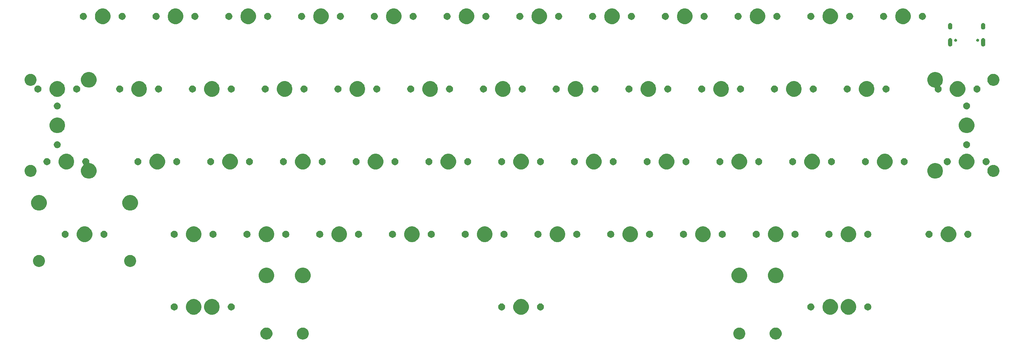
<source format=gbr>
G04 #@! TF.GenerationSoftware,KiCad,Pcbnew,(5.1.4)-1*
G04 #@! TF.CreationDate,2021-02-18T16:48:32-08:00*
G04 #@! TF.ProjectId,IBM029Punch,49424d30-3239-4507-956e-63682e6b6963,rev?*
G04 #@! TF.SameCoordinates,Original*
G04 #@! TF.FileFunction,Soldermask,Top*
G04 #@! TF.FilePolarity,Negative*
%FSLAX46Y46*%
G04 Gerber Fmt 4.6, Leading zero omitted, Abs format (unit mm)*
G04 Created by KiCad (PCBNEW (5.1.4)-1) date 2021-02-18 16:48:32*
%MOMM*%
%LPD*%
G04 APERTURE LIST*
%ADD10C,0.100000*%
G04 APERTURE END LIST*
D10*
G36*
X226526687Y-107834443D02*
G01*
X226678831Y-107864706D01*
X226797557Y-107913884D01*
X226965461Y-107983432D01*
X226965462Y-107983433D01*
X227223424Y-108155797D01*
X227442803Y-108375176D01*
X227557973Y-108547541D01*
X227615168Y-108633139D01*
X227733894Y-108919770D01*
X227794420Y-109224055D01*
X227794420Y-109534305D01*
X227733894Y-109838590D01*
X227615168Y-110125221D01*
X227615167Y-110125222D01*
X227442803Y-110383184D01*
X227223424Y-110602563D01*
X227051059Y-110717733D01*
X226965461Y-110774928D01*
X226797557Y-110844476D01*
X226678831Y-110893654D01*
X226526687Y-110923917D01*
X226374545Y-110954180D01*
X226064295Y-110954180D01*
X225912153Y-110923917D01*
X225760009Y-110893654D01*
X225641283Y-110844476D01*
X225473379Y-110774928D01*
X225387781Y-110717733D01*
X225215416Y-110602563D01*
X224996037Y-110383184D01*
X224823673Y-110125222D01*
X224823672Y-110125221D01*
X224704946Y-109838590D01*
X224644420Y-109534305D01*
X224644420Y-109224055D01*
X224704946Y-108919770D01*
X224823672Y-108633139D01*
X224880867Y-108547541D01*
X224996037Y-108375176D01*
X225215416Y-108155797D01*
X225473378Y-107983433D01*
X225473379Y-107983432D01*
X225641283Y-107913884D01*
X225760009Y-107864706D01*
X225912153Y-107834443D01*
X226064295Y-107804180D01*
X226374545Y-107804180D01*
X226526687Y-107834443D01*
X226526687Y-107834443D01*
G37*
G36*
X93176687Y-107834443D02*
G01*
X93328831Y-107864706D01*
X93447557Y-107913884D01*
X93615461Y-107983432D01*
X93615462Y-107983433D01*
X93873424Y-108155797D01*
X94092803Y-108375176D01*
X94207973Y-108547541D01*
X94265168Y-108633139D01*
X94383894Y-108919770D01*
X94444420Y-109224055D01*
X94444420Y-109534305D01*
X94383894Y-109838590D01*
X94265168Y-110125221D01*
X94265167Y-110125222D01*
X94092803Y-110383184D01*
X93873424Y-110602563D01*
X93701059Y-110717733D01*
X93615461Y-110774928D01*
X93447557Y-110844476D01*
X93328831Y-110893654D01*
X93176687Y-110923917D01*
X93024545Y-110954180D01*
X92714295Y-110954180D01*
X92562153Y-110923917D01*
X92410009Y-110893654D01*
X92291283Y-110844476D01*
X92123379Y-110774928D01*
X92037781Y-110717733D01*
X91865416Y-110602563D01*
X91646037Y-110383184D01*
X91473673Y-110125222D01*
X91473672Y-110125221D01*
X91354946Y-109838590D01*
X91294420Y-109534305D01*
X91294420Y-109224055D01*
X91354946Y-108919770D01*
X91473672Y-108633139D01*
X91530867Y-108547541D01*
X91646037Y-108375176D01*
X91865416Y-108155797D01*
X92123378Y-107983433D01*
X92123379Y-107983432D01*
X92291283Y-107913884D01*
X92410009Y-107864706D01*
X92562153Y-107834443D01*
X92714295Y-107804180D01*
X93024545Y-107804180D01*
X93176687Y-107834443D01*
X93176687Y-107834443D01*
G37*
G36*
X102701687Y-107834443D02*
G01*
X102853831Y-107864706D01*
X102972557Y-107913884D01*
X103140461Y-107983432D01*
X103140462Y-107983433D01*
X103398424Y-108155797D01*
X103617803Y-108375176D01*
X103732973Y-108547541D01*
X103790168Y-108633139D01*
X103908894Y-108919770D01*
X103969420Y-109224055D01*
X103969420Y-109534305D01*
X103908894Y-109838590D01*
X103790168Y-110125221D01*
X103790167Y-110125222D01*
X103617803Y-110383184D01*
X103398424Y-110602563D01*
X103226059Y-110717733D01*
X103140461Y-110774928D01*
X102972557Y-110844476D01*
X102853831Y-110893654D01*
X102701687Y-110923917D01*
X102549545Y-110954180D01*
X102239295Y-110954180D01*
X102087153Y-110923917D01*
X101935009Y-110893654D01*
X101816283Y-110844476D01*
X101648379Y-110774928D01*
X101562781Y-110717733D01*
X101390416Y-110602563D01*
X101171037Y-110383184D01*
X100998673Y-110125222D01*
X100998672Y-110125221D01*
X100879946Y-109838590D01*
X100819420Y-109534305D01*
X100819420Y-109224055D01*
X100879946Y-108919770D01*
X100998672Y-108633139D01*
X101055867Y-108547541D01*
X101171037Y-108375176D01*
X101390416Y-108155797D01*
X101648378Y-107983433D01*
X101648379Y-107983432D01*
X101816283Y-107913884D01*
X101935009Y-107864706D01*
X102087153Y-107834443D01*
X102239295Y-107804180D01*
X102549545Y-107804180D01*
X102701687Y-107834443D01*
X102701687Y-107834443D01*
G37*
G36*
X217001687Y-107834443D02*
G01*
X217153831Y-107864706D01*
X217272557Y-107913884D01*
X217440461Y-107983432D01*
X217440462Y-107983433D01*
X217698424Y-108155797D01*
X217917803Y-108375176D01*
X218032973Y-108547541D01*
X218090168Y-108633139D01*
X218208894Y-108919770D01*
X218269420Y-109224055D01*
X218269420Y-109534305D01*
X218208894Y-109838590D01*
X218090168Y-110125221D01*
X218090167Y-110125222D01*
X217917803Y-110383184D01*
X217698424Y-110602563D01*
X217526059Y-110717733D01*
X217440461Y-110774928D01*
X217272557Y-110844476D01*
X217153831Y-110893654D01*
X217001687Y-110923917D01*
X216849545Y-110954180D01*
X216539295Y-110954180D01*
X216387153Y-110923917D01*
X216235009Y-110893654D01*
X216116283Y-110844476D01*
X215948379Y-110774928D01*
X215862781Y-110717733D01*
X215690416Y-110602563D01*
X215471037Y-110383184D01*
X215298673Y-110125222D01*
X215298672Y-110125221D01*
X215179946Y-109838590D01*
X215119420Y-109534305D01*
X215119420Y-109224055D01*
X215179946Y-108919770D01*
X215298672Y-108633139D01*
X215355867Y-108547541D01*
X215471037Y-108375176D01*
X215690416Y-108155797D01*
X215948378Y-107983433D01*
X215948379Y-107983432D01*
X216116283Y-107913884D01*
X216235009Y-107864706D01*
X216387153Y-107834443D01*
X216539295Y-107804180D01*
X216849545Y-107804180D01*
X217001687Y-107834443D01*
X217001687Y-107834443D01*
G37*
G36*
X79178054Y-100427864D02*
G01*
X79396054Y-100518163D01*
X79550203Y-100582013D01*
X79885128Y-100805803D01*
X80169957Y-101090632D01*
X80393747Y-101425557D01*
X80426142Y-101503766D01*
X80547896Y-101797706D01*
X80626480Y-102192774D01*
X80626480Y-102595586D01*
X80547896Y-102990654D01*
X80497031Y-103113452D01*
X80393747Y-103362803D01*
X80169957Y-103697728D01*
X79885128Y-103982557D01*
X79550203Y-104206347D01*
X79396054Y-104270197D01*
X79178054Y-104360496D01*
X78782986Y-104439080D01*
X78380174Y-104439080D01*
X77985106Y-104360496D01*
X77767106Y-104270197D01*
X77612957Y-104206347D01*
X77278032Y-103982557D01*
X76993203Y-103697728D01*
X76769413Y-103362803D01*
X76666129Y-103113452D01*
X76615264Y-102990654D01*
X76536680Y-102595586D01*
X76536680Y-102192774D01*
X76615264Y-101797706D01*
X76737018Y-101503766D01*
X76769413Y-101425557D01*
X76993203Y-101090632D01*
X77278032Y-100805803D01*
X77612957Y-100582013D01*
X77767106Y-100518163D01*
X77985106Y-100427864D01*
X78380174Y-100349280D01*
X78782986Y-100349280D01*
X79178054Y-100427864D01*
X79178054Y-100427864D01*
G37*
G36*
X245866254Y-100427864D02*
G01*
X246084254Y-100518163D01*
X246238403Y-100582013D01*
X246573328Y-100805803D01*
X246858157Y-101090632D01*
X247081947Y-101425557D01*
X247114342Y-101503766D01*
X247236096Y-101797706D01*
X247314680Y-102192774D01*
X247314680Y-102595586D01*
X247236096Y-102990654D01*
X247185231Y-103113452D01*
X247081947Y-103362803D01*
X246858157Y-103697728D01*
X246573328Y-103982557D01*
X246238403Y-104206347D01*
X246084254Y-104270197D01*
X245866254Y-104360496D01*
X245471186Y-104439080D01*
X245068374Y-104439080D01*
X244673306Y-104360496D01*
X244455306Y-104270197D01*
X244301157Y-104206347D01*
X243966232Y-103982557D01*
X243681403Y-103697728D01*
X243457613Y-103362803D01*
X243354329Y-103113452D01*
X243303464Y-102990654D01*
X243224880Y-102595586D01*
X243224880Y-102192774D01*
X243303464Y-101797706D01*
X243425218Y-101503766D01*
X243457613Y-101425557D01*
X243681403Y-101090632D01*
X243966232Y-100805803D01*
X244301157Y-100582013D01*
X244455306Y-100518163D01*
X244673306Y-100427864D01*
X245068374Y-100349280D01*
X245471186Y-100349280D01*
X245866254Y-100427864D01*
X245866254Y-100427864D01*
G37*
G36*
X74415534Y-100427864D02*
G01*
X74633534Y-100518163D01*
X74787683Y-100582013D01*
X75122608Y-100805803D01*
X75407437Y-101090632D01*
X75631227Y-101425557D01*
X75663622Y-101503766D01*
X75785376Y-101797706D01*
X75863960Y-102192774D01*
X75863960Y-102595586D01*
X75785376Y-102990654D01*
X75734511Y-103113452D01*
X75631227Y-103362803D01*
X75407437Y-103697728D01*
X75122608Y-103982557D01*
X74787683Y-104206347D01*
X74633534Y-104270197D01*
X74415534Y-104360496D01*
X74020466Y-104439080D01*
X73617654Y-104439080D01*
X73222586Y-104360496D01*
X73004586Y-104270197D01*
X72850437Y-104206347D01*
X72515512Y-103982557D01*
X72230683Y-103697728D01*
X72006893Y-103362803D01*
X71903609Y-103113452D01*
X71852744Y-102990654D01*
X71774160Y-102595586D01*
X71774160Y-102192774D01*
X71852744Y-101797706D01*
X71974498Y-101503766D01*
X72006893Y-101425557D01*
X72230683Y-101090632D01*
X72515512Y-100805803D01*
X72850437Y-100582013D01*
X73004586Y-100518163D01*
X73222586Y-100427864D01*
X73617654Y-100349280D01*
X74020466Y-100349280D01*
X74415534Y-100427864D01*
X74415534Y-100427864D01*
G37*
G36*
X160140894Y-100427864D02*
G01*
X160358894Y-100518163D01*
X160513043Y-100582013D01*
X160847968Y-100805803D01*
X161132797Y-101090632D01*
X161356587Y-101425557D01*
X161388982Y-101503766D01*
X161510736Y-101797706D01*
X161589320Y-102192774D01*
X161589320Y-102595586D01*
X161510736Y-102990654D01*
X161459871Y-103113452D01*
X161356587Y-103362803D01*
X161132797Y-103697728D01*
X160847968Y-103982557D01*
X160513043Y-104206347D01*
X160358894Y-104270197D01*
X160140894Y-104360496D01*
X159745826Y-104439080D01*
X159343014Y-104439080D01*
X158947946Y-104360496D01*
X158729946Y-104270197D01*
X158575797Y-104206347D01*
X158240872Y-103982557D01*
X157956043Y-103697728D01*
X157732253Y-103362803D01*
X157628969Y-103113452D01*
X157578104Y-102990654D01*
X157499520Y-102595586D01*
X157499520Y-102192774D01*
X157578104Y-101797706D01*
X157699858Y-101503766D01*
X157732253Y-101425557D01*
X157956043Y-101090632D01*
X158240872Y-100805803D01*
X158575797Y-100582013D01*
X158729946Y-100518163D01*
X158947946Y-100427864D01*
X159343014Y-100349280D01*
X159745826Y-100349280D01*
X160140894Y-100427864D01*
X160140894Y-100427864D01*
G37*
G36*
X241103734Y-100427864D02*
G01*
X241321734Y-100518163D01*
X241475883Y-100582013D01*
X241810808Y-100805803D01*
X242095637Y-101090632D01*
X242319427Y-101425557D01*
X242351822Y-101503766D01*
X242473576Y-101797706D01*
X242552160Y-102192774D01*
X242552160Y-102595586D01*
X242473576Y-102990654D01*
X242422711Y-103113452D01*
X242319427Y-103362803D01*
X242095637Y-103697728D01*
X241810808Y-103982557D01*
X241475883Y-104206347D01*
X241321734Y-104270197D01*
X241103734Y-104360496D01*
X240708666Y-104439080D01*
X240305854Y-104439080D01*
X239910786Y-104360496D01*
X239692786Y-104270197D01*
X239538637Y-104206347D01*
X239203712Y-103982557D01*
X238918883Y-103697728D01*
X238695093Y-103362803D01*
X238591809Y-103113452D01*
X238540944Y-102990654D01*
X238462360Y-102595586D01*
X238462360Y-102192774D01*
X238540944Y-101797706D01*
X238662698Y-101503766D01*
X238695093Y-101425557D01*
X238918883Y-101090632D01*
X239203712Y-100805803D01*
X239538637Y-100582013D01*
X239692786Y-100518163D01*
X239910786Y-100427864D01*
X240305854Y-100349280D01*
X240708666Y-100349280D01*
X241103734Y-100427864D01*
X241103734Y-100427864D01*
G37*
G36*
X154734524Y-101503765D02*
G01*
X154903046Y-101573569D01*
X155054711Y-101674908D01*
X155183692Y-101803889D01*
X155285031Y-101955554D01*
X155354835Y-102124076D01*
X155390420Y-102302977D01*
X155390420Y-102485383D01*
X155354835Y-102664284D01*
X155285031Y-102832806D01*
X155183692Y-102984471D01*
X155054711Y-103113452D01*
X154903046Y-103214791D01*
X154734524Y-103284595D01*
X154555623Y-103320180D01*
X154373217Y-103320180D01*
X154194316Y-103284595D01*
X154025794Y-103214791D01*
X153874129Y-103113452D01*
X153745148Y-102984471D01*
X153643809Y-102832806D01*
X153574005Y-102664284D01*
X153538420Y-102485383D01*
X153538420Y-102302977D01*
X153574005Y-102124076D01*
X153643809Y-101955554D01*
X153745148Y-101803889D01*
X153874129Y-101674908D01*
X154025794Y-101573569D01*
X154194316Y-101503765D01*
X154373217Y-101468180D01*
X154555623Y-101468180D01*
X154734524Y-101503765D01*
X154734524Y-101503765D01*
G37*
G36*
X83931684Y-101503765D02*
G01*
X84100206Y-101573569D01*
X84251871Y-101674908D01*
X84380852Y-101803889D01*
X84482191Y-101955554D01*
X84551995Y-102124076D01*
X84587580Y-102302977D01*
X84587580Y-102485383D01*
X84551995Y-102664284D01*
X84482191Y-102832806D01*
X84380852Y-102984471D01*
X84251871Y-103113452D01*
X84100206Y-103214791D01*
X83931684Y-103284595D01*
X83752783Y-103320180D01*
X83570377Y-103320180D01*
X83391476Y-103284595D01*
X83222954Y-103214791D01*
X83071289Y-103113452D01*
X82942308Y-102984471D01*
X82840969Y-102832806D01*
X82771165Y-102664284D01*
X82735580Y-102485383D01*
X82735580Y-102302977D01*
X82771165Y-102124076D01*
X82840969Y-101955554D01*
X82942308Y-101803889D01*
X83071289Y-101674908D01*
X83222954Y-101573569D01*
X83391476Y-101503765D01*
X83570377Y-101468180D01*
X83752783Y-101468180D01*
X83931684Y-101503765D01*
X83931684Y-101503765D01*
G37*
G36*
X164894524Y-101503765D02*
G01*
X165063046Y-101573569D01*
X165214711Y-101674908D01*
X165343692Y-101803889D01*
X165445031Y-101955554D01*
X165514835Y-102124076D01*
X165550420Y-102302977D01*
X165550420Y-102485383D01*
X165514835Y-102664284D01*
X165445031Y-102832806D01*
X165343692Y-102984471D01*
X165214711Y-103113452D01*
X165063046Y-103214791D01*
X164894524Y-103284595D01*
X164715623Y-103320180D01*
X164533217Y-103320180D01*
X164354316Y-103284595D01*
X164185794Y-103214791D01*
X164034129Y-103113452D01*
X163905148Y-102984471D01*
X163803809Y-102832806D01*
X163734005Y-102664284D01*
X163698420Y-102485383D01*
X163698420Y-102302977D01*
X163734005Y-102124076D01*
X163803809Y-101955554D01*
X163905148Y-101803889D01*
X164034129Y-101674908D01*
X164185794Y-101573569D01*
X164354316Y-101503765D01*
X164533217Y-101468180D01*
X164715623Y-101468180D01*
X164894524Y-101503765D01*
X164894524Y-101503765D01*
G37*
G36*
X250619884Y-101503765D02*
G01*
X250788406Y-101573569D01*
X250940071Y-101674908D01*
X251069052Y-101803889D01*
X251170391Y-101955554D01*
X251240195Y-102124076D01*
X251275780Y-102302977D01*
X251275780Y-102485383D01*
X251240195Y-102664284D01*
X251170391Y-102832806D01*
X251069052Y-102984471D01*
X250940071Y-103113452D01*
X250788406Y-103214791D01*
X250619884Y-103284595D01*
X250440983Y-103320180D01*
X250258577Y-103320180D01*
X250079676Y-103284595D01*
X249911154Y-103214791D01*
X249759489Y-103113452D01*
X249630508Y-102984471D01*
X249529169Y-102832806D01*
X249459365Y-102664284D01*
X249423780Y-102485383D01*
X249423780Y-102302977D01*
X249459365Y-102124076D01*
X249529169Y-101955554D01*
X249630508Y-101803889D01*
X249759489Y-101674908D01*
X249911154Y-101573569D01*
X250079676Y-101503765D01*
X250258577Y-101468180D01*
X250440983Y-101468180D01*
X250619884Y-101503765D01*
X250619884Y-101503765D01*
G37*
G36*
X69009164Y-101503765D02*
G01*
X69177686Y-101573569D01*
X69329351Y-101674908D01*
X69458332Y-101803889D01*
X69559671Y-101955554D01*
X69629475Y-102124076D01*
X69665060Y-102302977D01*
X69665060Y-102485383D01*
X69629475Y-102664284D01*
X69559671Y-102832806D01*
X69458332Y-102984471D01*
X69329351Y-103113452D01*
X69177686Y-103214791D01*
X69009164Y-103284595D01*
X68830263Y-103320180D01*
X68647857Y-103320180D01*
X68468956Y-103284595D01*
X68300434Y-103214791D01*
X68148769Y-103113452D01*
X68019788Y-102984471D01*
X67918449Y-102832806D01*
X67848645Y-102664284D01*
X67813060Y-102485383D01*
X67813060Y-102302977D01*
X67848645Y-102124076D01*
X67918449Y-101955554D01*
X68019788Y-101803889D01*
X68148769Y-101674908D01*
X68300434Y-101573569D01*
X68468956Y-101503765D01*
X68647857Y-101468180D01*
X68830263Y-101468180D01*
X69009164Y-101503765D01*
X69009164Y-101503765D01*
G37*
G36*
X235697364Y-101503765D02*
G01*
X235865886Y-101573569D01*
X236017551Y-101674908D01*
X236146532Y-101803889D01*
X236247871Y-101955554D01*
X236317675Y-102124076D01*
X236353260Y-102302977D01*
X236353260Y-102485383D01*
X236317675Y-102664284D01*
X236247871Y-102832806D01*
X236146532Y-102984471D01*
X236017551Y-103113452D01*
X235865886Y-103214791D01*
X235697364Y-103284595D01*
X235518463Y-103320180D01*
X235336057Y-103320180D01*
X235157156Y-103284595D01*
X234988634Y-103214791D01*
X234836969Y-103113452D01*
X234707988Y-102984471D01*
X234606649Y-102832806D01*
X234536845Y-102664284D01*
X234501260Y-102485383D01*
X234501260Y-102302977D01*
X234536845Y-102124076D01*
X234606649Y-101955554D01*
X234707988Y-101803889D01*
X234836969Y-101674908D01*
X234988634Y-101573569D01*
X235157156Y-101503765D01*
X235336057Y-101468180D01*
X235518463Y-101468180D01*
X235697364Y-101503765D01*
X235697364Y-101503765D01*
G37*
G36*
X217290894Y-92172864D02*
G01*
X217508894Y-92263163D01*
X217663043Y-92327013D01*
X217997968Y-92550803D01*
X218282797Y-92835632D01*
X218506587Y-93170557D01*
X218506587Y-93170558D01*
X218660736Y-93542706D01*
X218739320Y-93937774D01*
X218739320Y-94340586D01*
X218660736Y-94735654D01*
X218570437Y-94953654D01*
X218506587Y-95107803D01*
X218282797Y-95442728D01*
X217997968Y-95727557D01*
X217663043Y-95951347D01*
X217508894Y-96015197D01*
X217290894Y-96105496D01*
X216895826Y-96184080D01*
X216493014Y-96184080D01*
X216097946Y-96105496D01*
X215879946Y-96015197D01*
X215725797Y-95951347D01*
X215390872Y-95727557D01*
X215106043Y-95442728D01*
X214882253Y-95107803D01*
X214818403Y-94953654D01*
X214728104Y-94735654D01*
X214649520Y-94340586D01*
X214649520Y-93937774D01*
X214728104Y-93542706D01*
X214882253Y-93170558D01*
X214882253Y-93170557D01*
X215106043Y-92835632D01*
X215390872Y-92550803D01*
X215725797Y-92327013D01*
X215879946Y-92263163D01*
X216097946Y-92172864D01*
X216493014Y-92094280D01*
X216895826Y-92094280D01*
X217290894Y-92172864D01*
X217290894Y-92172864D01*
G37*
G36*
X93465894Y-92172864D02*
G01*
X93683894Y-92263163D01*
X93838043Y-92327013D01*
X94172968Y-92550803D01*
X94457797Y-92835632D01*
X94681587Y-93170557D01*
X94681587Y-93170558D01*
X94835736Y-93542706D01*
X94914320Y-93937774D01*
X94914320Y-94340586D01*
X94835736Y-94735654D01*
X94745437Y-94953654D01*
X94681587Y-95107803D01*
X94457797Y-95442728D01*
X94172968Y-95727557D01*
X93838043Y-95951347D01*
X93683894Y-96015197D01*
X93465894Y-96105496D01*
X93070826Y-96184080D01*
X92668014Y-96184080D01*
X92272946Y-96105496D01*
X92054946Y-96015197D01*
X91900797Y-95951347D01*
X91565872Y-95727557D01*
X91281043Y-95442728D01*
X91057253Y-95107803D01*
X90993403Y-94953654D01*
X90903104Y-94735654D01*
X90824520Y-94340586D01*
X90824520Y-93937774D01*
X90903104Y-93542706D01*
X91057253Y-93170558D01*
X91057253Y-93170557D01*
X91281043Y-92835632D01*
X91565872Y-92550803D01*
X91900797Y-92327013D01*
X92054946Y-92263163D01*
X92272946Y-92172864D01*
X92668014Y-92094280D01*
X93070826Y-92094280D01*
X93465894Y-92172864D01*
X93465894Y-92172864D01*
G37*
G36*
X226815894Y-92172864D02*
G01*
X227033894Y-92263163D01*
X227188043Y-92327013D01*
X227522968Y-92550803D01*
X227807797Y-92835632D01*
X228031587Y-93170557D01*
X228031587Y-93170558D01*
X228185736Y-93542706D01*
X228264320Y-93937774D01*
X228264320Y-94340586D01*
X228185736Y-94735654D01*
X228095437Y-94953654D01*
X228031587Y-95107803D01*
X227807797Y-95442728D01*
X227522968Y-95727557D01*
X227188043Y-95951347D01*
X227033894Y-96015197D01*
X226815894Y-96105496D01*
X226420826Y-96184080D01*
X226018014Y-96184080D01*
X225622946Y-96105496D01*
X225404946Y-96015197D01*
X225250797Y-95951347D01*
X224915872Y-95727557D01*
X224631043Y-95442728D01*
X224407253Y-95107803D01*
X224343403Y-94953654D01*
X224253104Y-94735654D01*
X224174520Y-94340586D01*
X224174520Y-93937774D01*
X224253104Y-93542706D01*
X224407253Y-93170558D01*
X224407253Y-93170557D01*
X224631043Y-92835632D01*
X224915872Y-92550803D01*
X225250797Y-92327013D01*
X225404946Y-92263163D01*
X225622946Y-92172864D01*
X226018014Y-92094280D01*
X226420826Y-92094280D01*
X226815894Y-92172864D01*
X226815894Y-92172864D01*
G37*
G36*
X102990894Y-92172864D02*
G01*
X103208894Y-92263163D01*
X103363043Y-92327013D01*
X103697968Y-92550803D01*
X103982797Y-92835632D01*
X104206587Y-93170557D01*
X104206587Y-93170558D01*
X104360736Y-93542706D01*
X104439320Y-93937774D01*
X104439320Y-94340586D01*
X104360736Y-94735654D01*
X104270437Y-94953654D01*
X104206587Y-95107803D01*
X103982797Y-95442728D01*
X103697968Y-95727557D01*
X103363043Y-95951347D01*
X103208894Y-96015197D01*
X102990894Y-96105496D01*
X102595826Y-96184080D01*
X102193014Y-96184080D01*
X101797946Y-96105496D01*
X101579946Y-96015197D01*
X101425797Y-95951347D01*
X101090872Y-95727557D01*
X100806043Y-95442728D01*
X100582253Y-95107803D01*
X100518403Y-94953654D01*
X100428104Y-94735654D01*
X100349520Y-94340586D01*
X100349520Y-93937774D01*
X100428104Y-93542706D01*
X100582253Y-93170558D01*
X100582253Y-93170557D01*
X100806043Y-92835632D01*
X101090872Y-92550803D01*
X101425797Y-92327013D01*
X101579946Y-92263163D01*
X101797946Y-92172864D01*
X102193014Y-92094280D01*
X102595826Y-92094280D01*
X102990894Y-92172864D01*
X102990894Y-92172864D01*
G37*
G36*
X57489207Y-88784363D02*
G01*
X57641351Y-88814626D01*
X57760077Y-88863804D01*
X57927981Y-88933352D01*
X57927982Y-88933353D01*
X58185944Y-89105717D01*
X58405323Y-89325096D01*
X58520493Y-89497461D01*
X58577688Y-89583059D01*
X58696414Y-89869690D01*
X58756940Y-90173975D01*
X58756940Y-90484225D01*
X58696414Y-90788510D01*
X58577688Y-91075141D01*
X58577687Y-91075142D01*
X58405323Y-91333104D01*
X58185944Y-91552483D01*
X58013579Y-91667653D01*
X57927981Y-91724848D01*
X57760077Y-91794396D01*
X57641351Y-91843574D01*
X57337065Y-91904100D01*
X57026815Y-91904100D01*
X56722529Y-91843574D01*
X56603803Y-91794396D01*
X56435899Y-91724848D01*
X56350301Y-91667653D01*
X56177936Y-91552483D01*
X55958557Y-91333104D01*
X55786193Y-91075142D01*
X55786192Y-91075141D01*
X55667466Y-90788510D01*
X55606940Y-90484225D01*
X55606940Y-90173975D01*
X55667466Y-89869690D01*
X55786192Y-89583059D01*
X55843387Y-89497461D01*
X55958557Y-89325096D01*
X56177936Y-89105717D01*
X56435898Y-88933353D01*
X56435899Y-88933352D01*
X56603803Y-88863804D01*
X56722529Y-88814626D01*
X56874673Y-88784363D01*
X57026815Y-88754100D01*
X57337065Y-88754100D01*
X57489207Y-88784363D01*
X57489207Y-88784363D01*
G37*
G36*
X33613207Y-88784363D02*
G01*
X33765351Y-88814626D01*
X33884077Y-88863804D01*
X34051981Y-88933352D01*
X34051982Y-88933353D01*
X34309944Y-89105717D01*
X34529323Y-89325096D01*
X34644493Y-89497461D01*
X34701688Y-89583059D01*
X34820414Y-89869690D01*
X34880940Y-90173975D01*
X34880940Y-90484225D01*
X34820414Y-90788510D01*
X34701688Y-91075141D01*
X34701687Y-91075142D01*
X34529323Y-91333104D01*
X34309944Y-91552483D01*
X34137579Y-91667653D01*
X34051981Y-91724848D01*
X33884077Y-91794396D01*
X33765351Y-91843574D01*
X33461065Y-91904100D01*
X33150815Y-91904100D01*
X32846529Y-91843574D01*
X32727803Y-91794396D01*
X32559899Y-91724848D01*
X32474301Y-91667653D01*
X32301936Y-91552483D01*
X32082557Y-91333104D01*
X31910193Y-91075142D01*
X31910192Y-91075141D01*
X31791466Y-90788510D01*
X31730940Y-90484225D01*
X31730940Y-90173975D01*
X31791466Y-89869690D01*
X31910192Y-89583059D01*
X31967387Y-89497461D01*
X32082557Y-89325096D01*
X32301936Y-89105717D01*
X32559898Y-88933353D01*
X32559899Y-88933352D01*
X32727803Y-88863804D01*
X32846529Y-88814626D01*
X32998673Y-88784363D01*
X33150815Y-88754100D01*
X33461065Y-88754100D01*
X33613207Y-88784363D01*
X33613207Y-88784363D01*
G37*
G36*
X93465614Y-81377784D02*
G01*
X93683614Y-81468083D01*
X93837763Y-81531933D01*
X94172688Y-81755723D01*
X94457517Y-82040552D01*
X94681307Y-82375477D01*
X94713702Y-82453686D01*
X94835456Y-82747626D01*
X94914040Y-83142694D01*
X94914040Y-83545506D01*
X94835456Y-83940574D01*
X94784591Y-84063372D01*
X94681307Y-84312723D01*
X94457517Y-84647648D01*
X94172688Y-84932477D01*
X93837763Y-85156267D01*
X93683614Y-85220117D01*
X93465614Y-85310416D01*
X93070546Y-85389000D01*
X92667734Y-85389000D01*
X92272666Y-85310416D01*
X92054666Y-85220117D01*
X91900517Y-85156267D01*
X91565592Y-84932477D01*
X91280763Y-84647648D01*
X91056973Y-84312723D01*
X90953689Y-84063372D01*
X90902824Y-83940574D01*
X90824240Y-83545506D01*
X90824240Y-83142694D01*
X90902824Y-82747626D01*
X91024578Y-82453686D01*
X91056973Y-82375477D01*
X91280763Y-82040552D01*
X91565592Y-81755723D01*
X91900517Y-81531933D01*
X92054666Y-81468083D01*
X92272666Y-81377784D01*
X92667734Y-81299200D01*
X93070546Y-81299200D01*
X93465614Y-81377784D01*
X93465614Y-81377784D01*
G37*
G36*
X74415534Y-81377784D02*
G01*
X74633534Y-81468083D01*
X74787683Y-81531933D01*
X75122608Y-81755723D01*
X75407437Y-82040552D01*
X75631227Y-82375477D01*
X75663622Y-82453686D01*
X75785376Y-82747626D01*
X75863960Y-83142694D01*
X75863960Y-83545506D01*
X75785376Y-83940574D01*
X75734511Y-84063372D01*
X75631227Y-84312723D01*
X75407437Y-84647648D01*
X75122608Y-84932477D01*
X74787683Y-85156267D01*
X74633534Y-85220117D01*
X74415534Y-85310416D01*
X74020466Y-85389000D01*
X73617654Y-85389000D01*
X73222586Y-85310416D01*
X73004586Y-85220117D01*
X72850437Y-85156267D01*
X72515512Y-84932477D01*
X72230683Y-84647648D01*
X72006893Y-84312723D01*
X71903609Y-84063372D01*
X71852744Y-83940574D01*
X71774160Y-83545506D01*
X71774160Y-83142694D01*
X71852744Y-82747626D01*
X71974498Y-82453686D01*
X72006893Y-82375477D01*
X72230683Y-82040552D01*
X72515512Y-81755723D01*
X72850437Y-81531933D01*
X73004586Y-81468083D01*
X73222586Y-81377784D01*
X73617654Y-81299200D01*
X74020466Y-81299200D01*
X74415534Y-81377784D01*
X74415534Y-81377784D01*
G37*
G36*
X45840414Y-81377784D02*
G01*
X46058414Y-81468083D01*
X46212563Y-81531933D01*
X46547488Y-81755723D01*
X46832317Y-82040552D01*
X47056107Y-82375477D01*
X47088502Y-82453686D01*
X47210256Y-82747626D01*
X47288840Y-83142694D01*
X47288840Y-83545506D01*
X47210256Y-83940574D01*
X47159391Y-84063372D01*
X47056107Y-84312723D01*
X46832317Y-84647648D01*
X46547488Y-84932477D01*
X46212563Y-85156267D01*
X46058414Y-85220117D01*
X45840414Y-85310416D01*
X45445346Y-85389000D01*
X45042534Y-85389000D01*
X44647466Y-85310416D01*
X44429466Y-85220117D01*
X44275317Y-85156267D01*
X43940392Y-84932477D01*
X43655563Y-84647648D01*
X43431773Y-84312723D01*
X43328489Y-84063372D01*
X43277624Y-83940574D01*
X43199040Y-83545506D01*
X43199040Y-83142694D01*
X43277624Y-82747626D01*
X43399378Y-82453686D01*
X43431773Y-82375477D01*
X43655563Y-82040552D01*
X43940392Y-81755723D01*
X44275317Y-81531933D01*
X44429466Y-81468083D01*
X44647466Y-81377784D01*
X45042534Y-81299200D01*
X45445346Y-81299200D01*
X45840414Y-81377784D01*
X45840414Y-81377784D01*
G37*
G36*
X112515694Y-81377784D02*
G01*
X112733694Y-81468083D01*
X112887843Y-81531933D01*
X113222768Y-81755723D01*
X113507597Y-82040552D01*
X113731387Y-82375477D01*
X113763782Y-82453686D01*
X113885536Y-82747626D01*
X113964120Y-83142694D01*
X113964120Y-83545506D01*
X113885536Y-83940574D01*
X113834671Y-84063372D01*
X113731387Y-84312723D01*
X113507597Y-84647648D01*
X113222768Y-84932477D01*
X112887843Y-85156267D01*
X112733694Y-85220117D01*
X112515694Y-85310416D01*
X112120626Y-85389000D01*
X111717814Y-85389000D01*
X111322746Y-85310416D01*
X111104746Y-85220117D01*
X110950597Y-85156267D01*
X110615672Y-84932477D01*
X110330843Y-84647648D01*
X110107053Y-84312723D01*
X110003769Y-84063372D01*
X109952904Y-83940574D01*
X109874320Y-83545506D01*
X109874320Y-83142694D01*
X109952904Y-82747626D01*
X110074658Y-82453686D01*
X110107053Y-82375477D01*
X110330843Y-82040552D01*
X110615672Y-81755723D01*
X110950597Y-81531933D01*
X111104746Y-81468083D01*
X111322746Y-81377784D01*
X111717814Y-81299200D01*
X112120626Y-81299200D01*
X112515694Y-81377784D01*
X112515694Y-81377784D01*
G37*
G36*
X131565774Y-81377784D02*
G01*
X131783774Y-81468083D01*
X131937923Y-81531933D01*
X132272848Y-81755723D01*
X132557677Y-82040552D01*
X132781467Y-82375477D01*
X132813862Y-82453686D01*
X132935616Y-82747626D01*
X133014200Y-83142694D01*
X133014200Y-83545506D01*
X132935616Y-83940574D01*
X132884751Y-84063372D01*
X132781467Y-84312723D01*
X132557677Y-84647648D01*
X132272848Y-84932477D01*
X131937923Y-85156267D01*
X131783774Y-85220117D01*
X131565774Y-85310416D01*
X131170706Y-85389000D01*
X130767894Y-85389000D01*
X130372826Y-85310416D01*
X130154826Y-85220117D01*
X130000677Y-85156267D01*
X129665752Y-84932477D01*
X129380923Y-84647648D01*
X129157133Y-84312723D01*
X129053849Y-84063372D01*
X129002984Y-83940574D01*
X128924400Y-83545506D01*
X128924400Y-83142694D01*
X129002984Y-82747626D01*
X129124738Y-82453686D01*
X129157133Y-82375477D01*
X129380923Y-82040552D01*
X129665752Y-81755723D01*
X130000677Y-81531933D01*
X130154826Y-81468083D01*
X130372826Y-81377784D01*
X130767894Y-81299200D01*
X131170706Y-81299200D01*
X131565774Y-81377784D01*
X131565774Y-81377784D01*
G37*
G36*
X150615854Y-81377784D02*
G01*
X150833854Y-81468083D01*
X150988003Y-81531933D01*
X151322928Y-81755723D01*
X151607757Y-82040552D01*
X151831547Y-82375477D01*
X151863942Y-82453686D01*
X151985696Y-82747626D01*
X152064280Y-83142694D01*
X152064280Y-83545506D01*
X151985696Y-83940574D01*
X151934831Y-84063372D01*
X151831547Y-84312723D01*
X151607757Y-84647648D01*
X151322928Y-84932477D01*
X150988003Y-85156267D01*
X150833854Y-85220117D01*
X150615854Y-85310416D01*
X150220786Y-85389000D01*
X149817974Y-85389000D01*
X149422906Y-85310416D01*
X149204906Y-85220117D01*
X149050757Y-85156267D01*
X148715832Y-84932477D01*
X148431003Y-84647648D01*
X148207213Y-84312723D01*
X148103929Y-84063372D01*
X148053064Y-83940574D01*
X147974480Y-83545506D01*
X147974480Y-83142694D01*
X148053064Y-82747626D01*
X148174818Y-82453686D01*
X148207213Y-82375477D01*
X148431003Y-82040552D01*
X148715832Y-81755723D01*
X149050757Y-81531933D01*
X149204906Y-81468083D01*
X149422906Y-81377784D01*
X149817974Y-81299200D01*
X150220786Y-81299200D01*
X150615854Y-81377784D01*
X150615854Y-81377784D01*
G37*
G36*
X188716014Y-81377784D02*
G01*
X188934014Y-81468083D01*
X189088163Y-81531933D01*
X189423088Y-81755723D01*
X189707917Y-82040552D01*
X189931707Y-82375477D01*
X189964102Y-82453686D01*
X190085856Y-82747626D01*
X190164440Y-83142694D01*
X190164440Y-83545506D01*
X190085856Y-83940574D01*
X190034991Y-84063372D01*
X189931707Y-84312723D01*
X189707917Y-84647648D01*
X189423088Y-84932477D01*
X189088163Y-85156267D01*
X188934014Y-85220117D01*
X188716014Y-85310416D01*
X188320946Y-85389000D01*
X187918134Y-85389000D01*
X187523066Y-85310416D01*
X187305066Y-85220117D01*
X187150917Y-85156267D01*
X186815992Y-84932477D01*
X186531163Y-84647648D01*
X186307373Y-84312723D01*
X186204089Y-84063372D01*
X186153224Y-83940574D01*
X186074640Y-83545506D01*
X186074640Y-83142694D01*
X186153224Y-82747626D01*
X186274978Y-82453686D01*
X186307373Y-82375477D01*
X186531163Y-82040552D01*
X186815992Y-81755723D01*
X187150917Y-81531933D01*
X187305066Y-81468083D01*
X187523066Y-81377784D01*
X187918134Y-81299200D01*
X188320946Y-81299200D01*
X188716014Y-81377784D01*
X188716014Y-81377784D01*
G37*
G36*
X207766094Y-81377784D02*
G01*
X207984094Y-81468083D01*
X208138243Y-81531933D01*
X208473168Y-81755723D01*
X208757997Y-82040552D01*
X208981787Y-82375477D01*
X209014182Y-82453686D01*
X209135936Y-82747626D01*
X209214520Y-83142694D01*
X209214520Y-83545506D01*
X209135936Y-83940574D01*
X209085071Y-84063372D01*
X208981787Y-84312723D01*
X208757997Y-84647648D01*
X208473168Y-84932477D01*
X208138243Y-85156267D01*
X207984094Y-85220117D01*
X207766094Y-85310416D01*
X207371026Y-85389000D01*
X206968214Y-85389000D01*
X206573146Y-85310416D01*
X206355146Y-85220117D01*
X206200997Y-85156267D01*
X205866072Y-84932477D01*
X205581243Y-84647648D01*
X205357453Y-84312723D01*
X205254169Y-84063372D01*
X205203304Y-83940574D01*
X205124720Y-83545506D01*
X205124720Y-83142694D01*
X205203304Y-82747626D01*
X205325058Y-82453686D01*
X205357453Y-82375477D01*
X205581243Y-82040552D01*
X205866072Y-81755723D01*
X206200997Y-81531933D01*
X206355146Y-81468083D01*
X206573146Y-81377784D01*
X206968214Y-81299200D01*
X207371026Y-81299200D01*
X207766094Y-81377784D01*
X207766094Y-81377784D01*
G37*
G36*
X226816174Y-81377784D02*
G01*
X227034174Y-81468083D01*
X227188323Y-81531933D01*
X227523248Y-81755723D01*
X227808077Y-82040552D01*
X228031867Y-82375477D01*
X228064262Y-82453686D01*
X228186016Y-82747626D01*
X228264600Y-83142694D01*
X228264600Y-83545506D01*
X228186016Y-83940574D01*
X228135151Y-84063372D01*
X228031867Y-84312723D01*
X227808077Y-84647648D01*
X227523248Y-84932477D01*
X227188323Y-85156267D01*
X227034174Y-85220117D01*
X226816174Y-85310416D01*
X226421106Y-85389000D01*
X226018294Y-85389000D01*
X225623226Y-85310416D01*
X225405226Y-85220117D01*
X225251077Y-85156267D01*
X224916152Y-84932477D01*
X224631323Y-84647648D01*
X224407533Y-84312723D01*
X224304249Y-84063372D01*
X224253384Y-83940574D01*
X224174800Y-83545506D01*
X224174800Y-83142694D01*
X224253384Y-82747626D01*
X224375138Y-82453686D01*
X224407533Y-82375477D01*
X224631323Y-82040552D01*
X224916152Y-81755723D01*
X225251077Y-81531933D01*
X225405226Y-81468083D01*
X225623226Y-81377784D01*
X226018294Y-81299200D01*
X226421106Y-81299200D01*
X226816174Y-81377784D01*
X226816174Y-81377784D01*
G37*
G36*
X245866254Y-81377784D02*
G01*
X246084254Y-81468083D01*
X246238403Y-81531933D01*
X246573328Y-81755723D01*
X246858157Y-82040552D01*
X247081947Y-82375477D01*
X247114342Y-82453686D01*
X247236096Y-82747626D01*
X247314680Y-83142694D01*
X247314680Y-83545506D01*
X247236096Y-83940574D01*
X247185231Y-84063372D01*
X247081947Y-84312723D01*
X246858157Y-84647648D01*
X246573328Y-84932477D01*
X246238403Y-85156267D01*
X246084254Y-85220117D01*
X245866254Y-85310416D01*
X245471186Y-85389000D01*
X245068374Y-85389000D01*
X244673306Y-85310416D01*
X244455306Y-85220117D01*
X244301157Y-85156267D01*
X243966232Y-84932477D01*
X243681403Y-84647648D01*
X243457613Y-84312723D01*
X243354329Y-84063372D01*
X243303464Y-83940574D01*
X243224880Y-83545506D01*
X243224880Y-83142694D01*
X243303464Y-82747626D01*
X243425218Y-82453686D01*
X243457613Y-82375477D01*
X243681403Y-82040552D01*
X243966232Y-81755723D01*
X244301157Y-81531933D01*
X244455306Y-81468083D01*
X244673306Y-81377784D01*
X245068374Y-81299200D01*
X245471186Y-81299200D01*
X245866254Y-81377784D01*
X245866254Y-81377784D01*
G37*
G36*
X169665934Y-81377784D02*
G01*
X169883934Y-81468083D01*
X170038083Y-81531933D01*
X170373008Y-81755723D01*
X170657837Y-82040552D01*
X170881627Y-82375477D01*
X170914022Y-82453686D01*
X171035776Y-82747626D01*
X171114360Y-83142694D01*
X171114360Y-83545506D01*
X171035776Y-83940574D01*
X170984911Y-84063372D01*
X170881627Y-84312723D01*
X170657837Y-84647648D01*
X170373008Y-84932477D01*
X170038083Y-85156267D01*
X169883934Y-85220117D01*
X169665934Y-85310416D01*
X169270866Y-85389000D01*
X168868054Y-85389000D01*
X168472986Y-85310416D01*
X168254986Y-85220117D01*
X168100837Y-85156267D01*
X167765912Y-84932477D01*
X167481083Y-84647648D01*
X167257293Y-84312723D01*
X167154009Y-84063372D01*
X167103144Y-83940574D01*
X167024560Y-83545506D01*
X167024560Y-83142694D01*
X167103144Y-82747626D01*
X167224898Y-82453686D01*
X167257293Y-82375477D01*
X167481083Y-82040552D01*
X167765912Y-81755723D01*
X168100837Y-81531933D01*
X168254986Y-81468083D01*
X168472986Y-81377784D01*
X168868054Y-81299200D01*
X169270866Y-81299200D01*
X169665934Y-81377784D01*
X169665934Y-81377784D01*
G37*
G36*
X272060114Y-81377784D02*
G01*
X272278114Y-81468083D01*
X272432263Y-81531933D01*
X272767188Y-81755723D01*
X273052017Y-82040552D01*
X273275807Y-82375477D01*
X273308202Y-82453686D01*
X273429956Y-82747626D01*
X273508540Y-83142694D01*
X273508540Y-83545506D01*
X273429956Y-83940574D01*
X273379091Y-84063372D01*
X273275807Y-84312723D01*
X273052017Y-84647648D01*
X272767188Y-84932477D01*
X272432263Y-85156267D01*
X272278114Y-85220117D01*
X272060114Y-85310416D01*
X271665046Y-85389000D01*
X271262234Y-85389000D01*
X270867166Y-85310416D01*
X270649166Y-85220117D01*
X270495017Y-85156267D01*
X270160092Y-84932477D01*
X269875263Y-84647648D01*
X269651473Y-84312723D01*
X269548189Y-84063372D01*
X269497324Y-83940574D01*
X269418740Y-83545506D01*
X269418740Y-83142694D01*
X269497324Y-82747626D01*
X269619078Y-82453686D01*
X269651473Y-82375477D01*
X269875263Y-82040552D01*
X270160092Y-81755723D01*
X270495017Y-81531933D01*
X270649166Y-81468083D01*
X270867166Y-81377784D01*
X271262234Y-81299200D01*
X271665046Y-81299200D01*
X272060114Y-81377784D01*
X272060114Y-81377784D01*
G37*
G36*
X266653744Y-82453685D02*
G01*
X266822266Y-82523489D01*
X266973931Y-82624828D01*
X267102912Y-82753809D01*
X267204251Y-82905474D01*
X267274055Y-83073996D01*
X267309640Y-83252897D01*
X267309640Y-83435303D01*
X267274055Y-83614204D01*
X267204251Y-83782726D01*
X267102912Y-83934391D01*
X266973931Y-84063372D01*
X266822266Y-84164711D01*
X266653744Y-84234515D01*
X266474843Y-84270100D01*
X266292437Y-84270100D01*
X266113536Y-84234515D01*
X265945014Y-84164711D01*
X265793349Y-84063372D01*
X265664368Y-83934391D01*
X265563029Y-83782726D01*
X265493225Y-83614204D01*
X265457640Y-83435303D01*
X265457640Y-83252897D01*
X265493225Y-83073996D01*
X265563029Y-82905474D01*
X265664368Y-82753809D01*
X265793349Y-82624828D01*
X265945014Y-82523489D01*
X266113536Y-82453685D01*
X266292437Y-82418100D01*
X266474843Y-82418100D01*
X266653744Y-82453685D01*
X266653744Y-82453685D01*
G37*
G36*
X276813744Y-82453685D02*
G01*
X276982266Y-82523489D01*
X277133931Y-82624828D01*
X277262912Y-82753809D01*
X277364251Y-82905474D01*
X277434055Y-83073996D01*
X277469640Y-83252897D01*
X277469640Y-83435303D01*
X277434055Y-83614204D01*
X277364251Y-83782726D01*
X277262912Y-83934391D01*
X277133931Y-84063372D01*
X276982266Y-84164711D01*
X276813744Y-84234515D01*
X276634843Y-84270100D01*
X276452437Y-84270100D01*
X276273536Y-84234515D01*
X276105014Y-84164711D01*
X275953349Y-84063372D01*
X275824368Y-83934391D01*
X275723029Y-83782726D01*
X275653225Y-83614204D01*
X275617640Y-83435303D01*
X275617640Y-83252897D01*
X275653225Y-83073996D01*
X275723029Y-82905474D01*
X275824368Y-82753809D01*
X275953349Y-82624828D01*
X276105014Y-82523489D01*
X276273536Y-82453685D01*
X276452437Y-82418100D01*
X276634843Y-82418100D01*
X276813744Y-82453685D01*
X276813744Y-82453685D01*
G37*
G36*
X126159404Y-82453685D02*
G01*
X126327926Y-82523489D01*
X126479591Y-82624828D01*
X126608572Y-82753809D01*
X126709911Y-82905474D01*
X126779715Y-83073996D01*
X126815300Y-83252897D01*
X126815300Y-83435303D01*
X126779715Y-83614204D01*
X126709911Y-83782726D01*
X126608572Y-83934391D01*
X126479591Y-84063372D01*
X126327926Y-84164711D01*
X126159404Y-84234515D01*
X125980503Y-84270100D01*
X125798097Y-84270100D01*
X125619196Y-84234515D01*
X125450674Y-84164711D01*
X125299009Y-84063372D01*
X125170028Y-83934391D01*
X125068689Y-83782726D01*
X124998885Y-83614204D01*
X124963300Y-83435303D01*
X124963300Y-83252897D01*
X124998885Y-83073996D01*
X125068689Y-82905474D01*
X125170028Y-82753809D01*
X125299009Y-82624828D01*
X125450674Y-82523489D01*
X125619196Y-82453685D01*
X125798097Y-82418100D01*
X125980503Y-82418100D01*
X126159404Y-82453685D01*
X126159404Y-82453685D01*
G37*
G36*
X117269324Y-82453685D02*
G01*
X117437846Y-82523489D01*
X117589511Y-82624828D01*
X117718492Y-82753809D01*
X117819831Y-82905474D01*
X117889635Y-83073996D01*
X117925220Y-83252897D01*
X117925220Y-83435303D01*
X117889635Y-83614204D01*
X117819831Y-83782726D01*
X117718492Y-83934391D01*
X117589511Y-84063372D01*
X117437846Y-84164711D01*
X117269324Y-84234515D01*
X117090423Y-84270100D01*
X116908017Y-84270100D01*
X116729116Y-84234515D01*
X116560594Y-84164711D01*
X116408929Y-84063372D01*
X116279948Y-83934391D01*
X116178609Y-83782726D01*
X116108805Y-83614204D01*
X116073220Y-83435303D01*
X116073220Y-83252897D01*
X116108805Y-83073996D01*
X116178609Y-82905474D01*
X116279948Y-82753809D01*
X116408929Y-82624828D01*
X116560594Y-82523489D01*
X116729116Y-82453685D01*
X116908017Y-82418100D01*
X117090423Y-82418100D01*
X117269324Y-82453685D01*
X117269324Y-82453685D01*
G37*
G36*
X107109324Y-82453685D02*
G01*
X107277846Y-82523489D01*
X107429511Y-82624828D01*
X107558492Y-82753809D01*
X107659831Y-82905474D01*
X107729635Y-83073996D01*
X107765220Y-83252897D01*
X107765220Y-83435303D01*
X107729635Y-83614204D01*
X107659831Y-83782726D01*
X107558492Y-83934391D01*
X107429511Y-84063372D01*
X107277846Y-84164711D01*
X107109324Y-84234515D01*
X106930423Y-84270100D01*
X106748017Y-84270100D01*
X106569116Y-84234515D01*
X106400594Y-84164711D01*
X106248929Y-84063372D01*
X106119948Y-83934391D01*
X106018609Y-83782726D01*
X105948805Y-83614204D01*
X105913220Y-83435303D01*
X105913220Y-83252897D01*
X105948805Y-83073996D01*
X106018609Y-82905474D01*
X106119948Y-82753809D01*
X106248929Y-82624828D01*
X106400594Y-82523489D01*
X106569116Y-82453685D01*
X106748017Y-82418100D01*
X106930423Y-82418100D01*
X107109324Y-82453685D01*
X107109324Y-82453685D01*
G37*
G36*
X98219244Y-82453685D02*
G01*
X98387766Y-82523489D01*
X98539431Y-82624828D01*
X98668412Y-82753809D01*
X98769751Y-82905474D01*
X98839555Y-83073996D01*
X98875140Y-83252897D01*
X98875140Y-83435303D01*
X98839555Y-83614204D01*
X98769751Y-83782726D01*
X98668412Y-83934391D01*
X98539431Y-84063372D01*
X98387766Y-84164711D01*
X98219244Y-84234515D01*
X98040343Y-84270100D01*
X97857937Y-84270100D01*
X97679036Y-84234515D01*
X97510514Y-84164711D01*
X97358849Y-84063372D01*
X97229868Y-83934391D01*
X97128529Y-83782726D01*
X97058725Y-83614204D01*
X97023140Y-83435303D01*
X97023140Y-83252897D01*
X97058725Y-83073996D01*
X97128529Y-82905474D01*
X97229868Y-82753809D01*
X97358849Y-82624828D01*
X97510514Y-82523489D01*
X97679036Y-82453685D01*
X97857937Y-82418100D01*
X98040343Y-82418100D01*
X98219244Y-82453685D01*
X98219244Y-82453685D01*
G37*
G36*
X40434044Y-82453685D02*
G01*
X40602566Y-82523489D01*
X40754231Y-82624828D01*
X40883212Y-82753809D01*
X40984551Y-82905474D01*
X41054355Y-83073996D01*
X41089940Y-83252897D01*
X41089940Y-83435303D01*
X41054355Y-83614204D01*
X40984551Y-83782726D01*
X40883212Y-83934391D01*
X40754231Y-84063372D01*
X40602566Y-84164711D01*
X40434044Y-84234515D01*
X40255143Y-84270100D01*
X40072737Y-84270100D01*
X39893836Y-84234515D01*
X39725314Y-84164711D01*
X39573649Y-84063372D01*
X39444668Y-83934391D01*
X39343329Y-83782726D01*
X39273525Y-83614204D01*
X39237940Y-83435303D01*
X39237940Y-83252897D01*
X39273525Y-83073996D01*
X39343329Y-82905474D01*
X39444668Y-82753809D01*
X39573649Y-82624828D01*
X39725314Y-82523489D01*
X39893836Y-82453685D01*
X40072737Y-82418100D01*
X40255143Y-82418100D01*
X40434044Y-82453685D01*
X40434044Y-82453685D01*
G37*
G36*
X50594044Y-82453685D02*
G01*
X50762566Y-82523489D01*
X50914231Y-82624828D01*
X51043212Y-82753809D01*
X51144551Y-82905474D01*
X51214355Y-83073996D01*
X51249940Y-83252897D01*
X51249940Y-83435303D01*
X51214355Y-83614204D01*
X51144551Y-83782726D01*
X51043212Y-83934391D01*
X50914231Y-84063372D01*
X50762566Y-84164711D01*
X50594044Y-84234515D01*
X50415143Y-84270100D01*
X50232737Y-84270100D01*
X50053836Y-84234515D01*
X49885314Y-84164711D01*
X49733649Y-84063372D01*
X49604668Y-83934391D01*
X49503329Y-83782726D01*
X49433525Y-83614204D01*
X49397940Y-83435303D01*
X49397940Y-83252897D01*
X49433525Y-83073996D01*
X49503329Y-82905474D01*
X49604668Y-82753809D01*
X49733649Y-82624828D01*
X49885314Y-82523489D01*
X50053836Y-82453685D01*
X50232737Y-82418100D01*
X50415143Y-82418100D01*
X50594044Y-82453685D01*
X50594044Y-82453685D01*
G37*
G36*
X69009164Y-82453685D02*
G01*
X69177686Y-82523489D01*
X69329351Y-82624828D01*
X69458332Y-82753809D01*
X69559671Y-82905474D01*
X69629475Y-83073996D01*
X69665060Y-83252897D01*
X69665060Y-83435303D01*
X69629475Y-83614204D01*
X69559671Y-83782726D01*
X69458332Y-83934391D01*
X69329351Y-84063372D01*
X69177686Y-84164711D01*
X69009164Y-84234515D01*
X68830263Y-84270100D01*
X68647857Y-84270100D01*
X68468956Y-84234515D01*
X68300434Y-84164711D01*
X68148769Y-84063372D01*
X68019788Y-83934391D01*
X67918449Y-83782726D01*
X67848645Y-83614204D01*
X67813060Y-83435303D01*
X67813060Y-83252897D01*
X67848645Y-83073996D01*
X67918449Y-82905474D01*
X68019788Y-82753809D01*
X68148769Y-82624828D01*
X68300434Y-82523489D01*
X68468956Y-82453685D01*
X68647857Y-82418100D01*
X68830263Y-82418100D01*
X69009164Y-82453685D01*
X69009164Y-82453685D01*
G37*
G36*
X79169164Y-82453685D02*
G01*
X79337686Y-82523489D01*
X79489351Y-82624828D01*
X79618332Y-82753809D01*
X79719671Y-82905474D01*
X79789475Y-83073996D01*
X79825060Y-83252897D01*
X79825060Y-83435303D01*
X79789475Y-83614204D01*
X79719671Y-83782726D01*
X79618332Y-83934391D01*
X79489351Y-84063372D01*
X79337686Y-84164711D01*
X79169164Y-84234515D01*
X78990263Y-84270100D01*
X78807857Y-84270100D01*
X78628956Y-84234515D01*
X78460434Y-84164711D01*
X78308769Y-84063372D01*
X78179788Y-83934391D01*
X78078449Y-83782726D01*
X78008645Y-83614204D01*
X77973060Y-83435303D01*
X77973060Y-83252897D01*
X78008645Y-83073996D01*
X78078449Y-82905474D01*
X78179788Y-82753809D01*
X78308769Y-82624828D01*
X78460434Y-82523489D01*
X78628956Y-82453685D01*
X78807857Y-82418100D01*
X78990263Y-82418100D01*
X79169164Y-82453685D01*
X79169164Y-82453685D01*
G37*
G36*
X88059244Y-82453685D02*
G01*
X88227766Y-82523489D01*
X88379431Y-82624828D01*
X88508412Y-82753809D01*
X88609751Y-82905474D01*
X88679555Y-83073996D01*
X88715140Y-83252897D01*
X88715140Y-83435303D01*
X88679555Y-83614204D01*
X88609751Y-83782726D01*
X88508412Y-83934391D01*
X88379431Y-84063372D01*
X88227766Y-84164711D01*
X88059244Y-84234515D01*
X87880343Y-84270100D01*
X87697937Y-84270100D01*
X87519036Y-84234515D01*
X87350514Y-84164711D01*
X87198849Y-84063372D01*
X87069868Y-83934391D01*
X86968529Y-83782726D01*
X86898725Y-83614204D01*
X86863140Y-83435303D01*
X86863140Y-83252897D01*
X86898725Y-83073996D01*
X86968529Y-82905474D01*
X87069868Y-82753809D01*
X87198849Y-82624828D01*
X87350514Y-82523489D01*
X87519036Y-82453685D01*
X87697937Y-82418100D01*
X87880343Y-82418100D01*
X88059244Y-82453685D01*
X88059244Y-82453685D01*
G37*
G36*
X240459884Y-82453685D02*
G01*
X240628406Y-82523489D01*
X240780071Y-82624828D01*
X240909052Y-82753809D01*
X241010391Y-82905474D01*
X241080195Y-83073996D01*
X241115780Y-83252897D01*
X241115780Y-83435303D01*
X241080195Y-83614204D01*
X241010391Y-83782726D01*
X240909052Y-83934391D01*
X240780071Y-84063372D01*
X240628406Y-84164711D01*
X240459884Y-84234515D01*
X240280983Y-84270100D01*
X240098577Y-84270100D01*
X239919676Y-84234515D01*
X239751154Y-84164711D01*
X239599489Y-84063372D01*
X239470508Y-83934391D01*
X239369169Y-83782726D01*
X239299365Y-83614204D01*
X239263780Y-83435303D01*
X239263780Y-83252897D01*
X239299365Y-83073996D01*
X239369169Y-82905474D01*
X239470508Y-82753809D01*
X239599489Y-82624828D01*
X239751154Y-82523489D01*
X239919676Y-82453685D01*
X240098577Y-82418100D01*
X240280983Y-82418100D01*
X240459884Y-82453685D01*
X240459884Y-82453685D01*
G37*
G36*
X250619884Y-82453685D02*
G01*
X250788406Y-82523489D01*
X250940071Y-82624828D01*
X251069052Y-82753809D01*
X251170391Y-82905474D01*
X251240195Y-83073996D01*
X251275780Y-83252897D01*
X251275780Y-83435303D01*
X251240195Y-83614204D01*
X251170391Y-83782726D01*
X251069052Y-83934391D01*
X250940071Y-84063372D01*
X250788406Y-84164711D01*
X250619884Y-84234515D01*
X250440983Y-84270100D01*
X250258577Y-84270100D01*
X250079676Y-84234515D01*
X249911154Y-84164711D01*
X249759489Y-84063372D01*
X249630508Y-83934391D01*
X249529169Y-83782726D01*
X249459365Y-83614204D01*
X249423780Y-83435303D01*
X249423780Y-83252897D01*
X249459365Y-83073996D01*
X249529169Y-82905474D01*
X249630508Y-82753809D01*
X249759489Y-82624828D01*
X249911154Y-82523489D01*
X250079676Y-82453685D01*
X250258577Y-82418100D01*
X250440983Y-82418100D01*
X250619884Y-82453685D01*
X250619884Y-82453685D01*
G37*
G36*
X221409804Y-82453685D02*
G01*
X221578326Y-82523489D01*
X221729991Y-82624828D01*
X221858972Y-82753809D01*
X221960311Y-82905474D01*
X222030115Y-83073996D01*
X222065700Y-83252897D01*
X222065700Y-83435303D01*
X222030115Y-83614204D01*
X221960311Y-83782726D01*
X221858972Y-83934391D01*
X221729991Y-84063372D01*
X221578326Y-84164711D01*
X221409804Y-84234515D01*
X221230903Y-84270100D01*
X221048497Y-84270100D01*
X220869596Y-84234515D01*
X220701074Y-84164711D01*
X220549409Y-84063372D01*
X220420428Y-83934391D01*
X220319089Y-83782726D01*
X220249285Y-83614204D01*
X220213700Y-83435303D01*
X220213700Y-83252897D01*
X220249285Y-83073996D01*
X220319089Y-82905474D01*
X220420428Y-82753809D01*
X220549409Y-82624828D01*
X220701074Y-82523489D01*
X220869596Y-82453685D01*
X221048497Y-82418100D01*
X221230903Y-82418100D01*
X221409804Y-82453685D01*
X221409804Y-82453685D01*
G37*
G36*
X136319404Y-82453685D02*
G01*
X136487926Y-82523489D01*
X136639591Y-82624828D01*
X136768572Y-82753809D01*
X136869911Y-82905474D01*
X136939715Y-83073996D01*
X136975300Y-83252897D01*
X136975300Y-83435303D01*
X136939715Y-83614204D01*
X136869911Y-83782726D01*
X136768572Y-83934391D01*
X136639591Y-84063372D01*
X136487926Y-84164711D01*
X136319404Y-84234515D01*
X136140503Y-84270100D01*
X135958097Y-84270100D01*
X135779196Y-84234515D01*
X135610674Y-84164711D01*
X135459009Y-84063372D01*
X135330028Y-83934391D01*
X135228689Y-83782726D01*
X135158885Y-83614204D01*
X135123300Y-83435303D01*
X135123300Y-83252897D01*
X135158885Y-83073996D01*
X135228689Y-82905474D01*
X135330028Y-82753809D01*
X135459009Y-82624828D01*
X135610674Y-82523489D01*
X135779196Y-82453685D01*
X135958097Y-82418100D01*
X136140503Y-82418100D01*
X136319404Y-82453685D01*
X136319404Y-82453685D01*
G37*
G36*
X212519724Y-82453685D02*
G01*
X212688246Y-82523489D01*
X212839911Y-82624828D01*
X212968892Y-82753809D01*
X213070231Y-82905474D01*
X213140035Y-83073996D01*
X213175620Y-83252897D01*
X213175620Y-83435303D01*
X213140035Y-83614204D01*
X213070231Y-83782726D01*
X212968892Y-83934391D01*
X212839911Y-84063372D01*
X212688246Y-84164711D01*
X212519724Y-84234515D01*
X212340823Y-84270100D01*
X212158417Y-84270100D01*
X211979516Y-84234515D01*
X211810994Y-84164711D01*
X211659329Y-84063372D01*
X211530348Y-83934391D01*
X211429009Y-83782726D01*
X211359205Y-83614204D01*
X211323620Y-83435303D01*
X211323620Y-83252897D01*
X211359205Y-83073996D01*
X211429009Y-82905474D01*
X211530348Y-82753809D01*
X211659329Y-82624828D01*
X211810994Y-82523489D01*
X211979516Y-82453685D01*
X212158417Y-82418100D01*
X212340823Y-82418100D01*
X212519724Y-82453685D01*
X212519724Y-82453685D01*
G37*
G36*
X145209484Y-82453685D02*
G01*
X145378006Y-82523489D01*
X145529671Y-82624828D01*
X145658652Y-82753809D01*
X145759991Y-82905474D01*
X145829795Y-83073996D01*
X145865380Y-83252897D01*
X145865380Y-83435303D01*
X145829795Y-83614204D01*
X145759991Y-83782726D01*
X145658652Y-83934391D01*
X145529671Y-84063372D01*
X145378006Y-84164711D01*
X145209484Y-84234515D01*
X145030583Y-84270100D01*
X144848177Y-84270100D01*
X144669276Y-84234515D01*
X144500754Y-84164711D01*
X144349089Y-84063372D01*
X144220108Y-83934391D01*
X144118769Y-83782726D01*
X144048965Y-83614204D01*
X144013380Y-83435303D01*
X144013380Y-83252897D01*
X144048965Y-83073996D01*
X144118769Y-82905474D01*
X144220108Y-82753809D01*
X144349089Y-82624828D01*
X144500754Y-82523489D01*
X144669276Y-82453685D01*
X144848177Y-82418100D01*
X145030583Y-82418100D01*
X145209484Y-82453685D01*
X145209484Y-82453685D01*
G37*
G36*
X155369484Y-82453685D02*
G01*
X155538006Y-82523489D01*
X155689671Y-82624828D01*
X155818652Y-82753809D01*
X155919991Y-82905474D01*
X155989795Y-83073996D01*
X156025380Y-83252897D01*
X156025380Y-83435303D01*
X155989795Y-83614204D01*
X155919991Y-83782726D01*
X155818652Y-83934391D01*
X155689671Y-84063372D01*
X155538006Y-84164711D01*
X155369484Y-84234515D01*
X155190583Y-84270100D01*
X155008177Y-84270100D01*
X154829276Y-84234515D01*
X154660754Y-84164711D01*
X154509089Y-84063372D01*
X154380108Y-83934391D01*
X154278769Y-83782726D01*
X154208965Y-83614204D01*
X154173380Y-83435303D01*
X154173380Y-83252897D01*
X154208965Y-83073996D01*
X154278769Y-82905474D01*
X154380108Y-82753809D01*
X154509089Y-82624828D01*
X154660754Y-82523489D01*
X154829276Y-82453685D01*
X155008177Y-82418100D01*
X155190583Y-82418100D01*
X155369484Y-82453685D01*
X155369484Y-82453685D01*
G37*
G36*
X202359724Y-82453685D02*
G01*
X202528246Y-82523489D01*
X202679911Y-82624828D01*
X202808892Y-82753809D01*
X202910231Y-82905474D01*
X202980035Y-83073996D01*
X203015620Y-83252897D01*
X203015620Y-83435303D01*
X202980035Y-83614204D01*
X202910231Y-83782726D01*
X202808892Y-83934391D01*
X202679911Y-84063372D01*
X202528246Y-84164711D01*
X202359724Y-84234515D01*
X202180823Y-84270100D01*
X201998417Y-84270100D01*
X201819516Y-84234515D01*
X201650994Y-84164711D01*
X201499329Y-84063372D01*
X201370348Y-83934391D01*
X201269009Y-83782726D01*
X201199205Y-83614204D01*
X201163620Y-83435303D01*
X201163620Y-83252897D01*
X201199205Y-83073996D01*
X201269009Y-82905474D01*
X201370348Y-82753809D01*
X201499329Y-82624828D01*
X201650994Y-82523489D01*
X201819516Y-82453685D01*
X201998417Y-82418100D01*
X202180823Y-82418100D01*
X202359724Y-82453685D01*
X202359724Y-82453685D01*
G37*
G36*
X174419564Y-82453685D02*
G01*
X174588086Y-82523489D01*
X174739751Y-82624828D01*
X174868732Y-82753809D01*
X174970071Y-82905474D01*
X175039875Y-83073996D01*
X175075460Y-83252897D01*
X175075460Y-83435303D01*
X175039875Y-83614204D01*
X174970071Y-83782726D01*
X174868732Y-83934391D01*
X174739751Y-84063372D01*
X174588086Y-84164711D01*
X174419564Y-84234515D01*
X174240663Y-84270100D01*
X174058257Y-84270100D01*
X173879356Y-84234515D01*
X173710834Y-84164711D01*
X173559169Y-84063372D01*
X173430188Y-83934391D01*
X173328849Y-83782726D01*
X173259045Y-83614204D01*
X173223460Y-83435303D01*
X173223460Y-83252897D01*
X173259045Y-83073996D01*
X173328849Y-82905474D01*
X173430188Y-82753809D01*
X173559169Y-82624828D01*
X173710834Y-82523489D01*
X173879356Y-82453685D01*
X174058257Y-82418100D01*
X174240663Y-82418100D01*
X174419564Y-82453685D01*
X174419564Y-82453685D01*
G37*
G36*
X193469644Y-82453685D02*
G01*
X193638166Y-82523489D01*
X193789831Y-82624828D01*
X193918812Y-82753809D01*
X194020151Y-82905474D01*
X194089955Y-83073996D01*
X194125540Y-83252897D01*
X194125540Y-83435303D01*
X194089955Y-83614204D01*
X194020151Y-83782726D01*
X193918812Y-83934391D01*
X193789831Y-84063372D01*
X193638166Y-84164711D01*
X193469644Y-84234515D01*
X193290743Y-84270100D01*
X193108337Y-84270100D01*
X192929436Y-84234515D01*
X192760914Y-84164711D01*
X192609249Y-84063372D01*
X192480268Y-83934391D01*
X192378929Y-83782726D01*
X192309125Y-83614204D01*
X192273540Y-83435303D01*
X192273540Y-83252897D01*
X192309125Y-83073996D01*
X192378929Y-82905474D01*
X192480268Y-82753809D01*
X192609249Y-82624828D01*
X192760914Y-82523489D01*
X192929436Y-82453685D01*
X193108337Y-82418100D01*
X193290743Y-82418100D01*
X193469644Y-82453685D01*
X193469644Y-82453685D01*
G37*
G36*
X183309644Y-82453685D02*
G01*
X183478166Y-82523489D01*
X183629831Y-82624828D01*
X183758812Y-82753809D01*
X183860151Y-82905474D01*
X183929955Y-83073996D01*
X183965540Y-83252897D01*
X183965540Y-83435303D01*
X183929955Y-83614204D01*
X183860151Y-83782726D01*
X183758812Y-83934391D01*
X183629831Y-84063372D01*
X183478166Y-84164711D01*
X183309644Y-84234515D01*
X183130743Y-84270100D01*
X182948337Y-84270100D01*
X182769436Y-84234515D01*
X182600914Y-84164711D01*
X182449249Y-84063372D01*
X182320268Y-83934391D01*
X182218929Y-83782726D01*
X182149125Y-83614204D01*
X182113540Y-83435303D01*
X182113540Y-83252897D01*
X182149125Y-83073996D01*
X182218929Y-82905474D01*
X182320268Y-82753809D01*
X182449249Y-82624828D01*
X182600914Y-82523489D01*
X182769436Y-82453685D01*
X182948337Y-82418100D01*
X183130743Y-82418100D01*
X183309644Y-82453685D01*
X183309644Y-82453685D01*
G37*
G36*
X231569804Y-82453685D02*
G01*
X231738326Y-82523489D01*
X231889991Y-82624828D01*
X232018972Y-82753809D01*
X232120311Y-82905474D01*
X232190115Y-83073996D01*
X232225700Y-83252897D01*
X232225700Y-83435303D01*
X232190115Y-83614204D01*
X232120311Y-83782726D01*
X232018972Y-83934391D01*
X231889991Y-84063372D01*
X231738326Y-84164711D01*
X231569804Y-84234515D01*
X231390903Y-84270100D01*
X231208497Y-84270100D01*
X231029596Y-84234515D01*
X230861074Y-84164711D01*
X230709409Y-84063372D01*
X230580428Y-83934391D01*
X230479089Y-83782726D01*
X230409285Y-83614204D01*
X230373700Y-83435303D01*
X230373700Y-83252897D01*
X230409285Y-83073996D01*
X230479089Y-82905474D01*
X230580428Y-82753809D01*
X230709409Y-82624828D01*
X230861074Y-82523489D01*
X231029596Y-82453685D01*
X231208497Y-82418100D01*
X231390903Y-82418100D01*
X231569804Y-82453685D01*
X231569804Y-82453685D01*
G37*
G36*
X164259564Y-82453685D02*
G01*
X164428086Y-82523489D01*
X164579751Y-82624828D01*
X164708732Y-82753809D01*
X164810071Y-82905474D01*
X164879875Y-83073996D01*
X164915460Y-83252897D01*
X164915460Y-83435303D01*
X164879875Y-83614204D01*
X164810071Y-83782726D01*
X164708732Y-83934391D01*
X164579751Y-84063372D01*
X164428086Y-84164711D01*
X164259564Y-84234515D01*
X164080663Y-84270100D01*
X163898257Y-84270100D01*
X163719356Y-84234515D01*
X163550834Y-84164711D01*
X163399169Y-84063372D01*
X163270188Y-83934391D01*
X163168849Y-83782726D01*
X163099045Y-83614204D01*
X163063460Y-83435303D01*
X163063460Y-83252897D01*
X163099045Y-83073996D01*
X163168849Y-82905474D01*
X163270188Y-82753809D01*
X163399169Y-82624828D01*
X163550834Y-82523489D01*
X163719356Y-82453685D01*
X163898257Y-82418100D01*
X164080663Y-82418100D01*
X164259564Y-82453685D01*
X164259564Y-82453685D01*
G37*
G36*
X57778414Y-73122784D02*
G01*
X57996414Y-73213083D01*
X58150563Y-73276933D01*
X58485488Y-73500723D01*
X58770317Y-73785552D01*
X58994107Y-74120477D01*
X58994107Y-74120478D01*
X59148256Y-74492626D01*
X59226840Y-74887694D01*
X59226840Y-75290506D01*
X59148256Y-75685574D01*
X59057957Y-75903574D01*
X58994107Y-76057723D01*
X58770317Y-76392648D01*
X58485488Y-76677477D01*
X58150563Y-76901267D01*
X57996414Y-76965117D01*
X57778414Y-77055416D01*
X57383346Y-77134000D01*
X56980534Y-77134000D01*
X56585466Y-77055416D01*
X56367466Y-76965117D01*
X56213317Y-76901267D01*
X55878392Y-76677477D01*
X55593563Y-76392648D01*
X55369773Y-76057723D01*
X55305923Y-75903574D01*
X55215624Y-75685574D01*
X55137040Y-75290506D01*
X55137040Y-74887694D01*
X55215624Y-74492626D01*
X55369773Y-74120478D01*
X55369773Y-74120477D01*
X55593563Y-73785552D01*
X55878392Y-73500723D01*
X56213317Y-73276933D01*
X56367466Y-73213083D01*
X56585466Y-73122784D01*
X56980534Y-73044200D01*
X57383346Y-73044200D01*
X57778414Y-73122784D01*
X57778414Y-73122784D01*
G37*
G36*
X33902414Y-73122784D02*
G01*
X34120414Y-73213083D01*
X34274563Y-73276933D01*
X34609488Y-73500723D01*
X34894317Y-73785552D01*
X35118107Y-74120477D01*
X35118107Y-74120478D01*
X35272256Y-74492626D01*
X35350840Y-74887694D01*
X35350840Y-75290506D01*
X35272256Y-75685574D01*
X35181957Y-75903574D01*
X35118107Y-76057723D01*
X34894317Y-76392648D01*
X34609488Y-76677477D01*
X34274563Y-76901267D01*
X34120414Y-76965117D01*
X33902414Y-77055416D01*
X33507346Y-77134000D01*
X33104534Y-77134000D01*
X32709466Y-77055416D01*
X32491466Y-76965117D01*
X32337317Y-76901267D01*
X32002392Y-76677477D01*
X31717563Y-76392648D01*
X31493773Y-76057723D01*
X31429923Y-75903574D01*
X31339624Y-75685574D01*
X31261040Y-75290506D01*
X31261040Y-74887694D01*
X31339624Y-74492626D01*
X31493773Y-74120478D01*
X31493773Y-74120477D01*
X31717563Y-73785552D01*
X32002392Y-73500723D01*
X32337317Y-73276933D01*
X32491466Y-73213083D01*
X32709466Y-73122784D01*
X33104534Y-73044200D01*
X33507346Y-73044200D01*
X33902414Y-73122784D01*
X33902414Y-73122784D01*
G37*
G36*
X45831524Y-63403605D02*
G01*
X46000046Y-63473409D01*
X46151711Y-63574748D01*
X46280692Y-63703729D01*
X46382031Y-63855394D01*
X46451835Y-64023916D01*
X46487420Y-64202817D01*
X46487420Y-64385223D01*
X46461462Y-64515726D01*
X46459061Y-64540100D01*
X46461463Y-64564487D01*
X46468576Y-64587936D01*
X46480127Y-64609546D01*
X46495672Y-64628488D01*
X46514614Y-64644034D01*
X46536224Y-64655585D01*
X46559674Y-64662698D01*
X46951634Y-64740664D01*
X47169634Y-64830963D01*
X47323783Y-64894813D01*
X47658708Y-65118603D01*
X47943537Y-65403432D01*
X48167327Y-65738357D01*
X48167327Y-65738358D01*
X48321476Y-66110506D01*
X48400060Y-66505574D01*
X48400060Y-66908386D01*
X48321476Y-67303454D01*
X48259523Y-67453021D01*
X48167327Y-67675603D01*
X47943537Y-68010528D01*
X47658708Y-68295357D01*
X47323783Y-68519147D01*
X47169634Y-68582997D01*
X46951634Y-68673296D01*
X46556566Y-68751880D01*
X46153754Y-68751880D01*
X45758686Y-68673296D01*
X45540686Y-68582997D01*
X45386537Y-68519147D01*
X45051612Y-68295357D01*
X44766783Y-68010528D01*
X44542993Y-67675603D01*
X44450797Y-67453021D01*
X44388844Y-67303454D01*
X44310260Y-66908386D01*
X44310260Y-66505574D01*
X44388844Y-66110506D01*
X44542993Y-65738358D01*
X44542993Y-65738357D01*
X44766783Y-65403432D01*
X44975644Y-65194571D01*
X44991185Y-65175635D01*
X45002736Y-65154024D01*
X45009849Y-65130575D01*
X45012251Y-65106189D01*
X45009849Y-65081803D01*
X45002736Y-65058354D01*
X44991185Y-65036744D01*
X44975640Y-65017801D01*
X44971135Y-65013296D01*
X44971129Y-65013292D01*
X44842148Y-64884311D01*
X44740809Y-64732646D01*
X44671005Y-64564124D01*
X44635420Y-64385223D01*
X44635420Y-64202817D01*
X44671005Y-64023916D01*
X44740809Y-63855394D01*
X44842148Y-63703729D01*
X44971129Y-63574748D01*
X45122794Y-63473409D01*
X45291316Y-63403605D01*
X45470217Y-63368020D01*
X45652623Y-63368020D01*
X45831524Y-63403605D01*
X45831524Y-63403605D01*
G37*
G36*
X268567634Y-64740664D02*
G01*
X268785634Y-64830963D01*
X268939783Y-64894813D01*
X269274708Y-65118603D01*
X269559537Y-65403432D01*
X269783327Y-65738357D01*
X269783327Y-65738358D01*
X269937476Y-66110506D01*
X270016060Y-66505574D01*
X270016060Y-66908386D01*
X269937476Y-67303454D01*
X269875523Y-67453021D01*
X269783327Y-67675603D01*
X269559537Y-68010528D01*
X269274708Y-68295357D01*
X268939783Y-68519147D01*
X268785634Y-68582997D01*
X268567634Y-68673296D01*
X268172566Y-68751880D01*
X267769754Y-68751880D01*
X267374686Y-68673296D01*
X267156686Y-68582997D01*
X267002537Y-68519147D01*
X266667612Y-68295357D01*
X266382783Y-68010528D01*
X266158993Y-67675603D01*
X266066797Y-67453021D01*
X266004844Y-67303454D01*
X265926260Y-66908386D01*
X265926260Y-66505574D01*
X266004844Y-66110506D01*
X266158993Y-65738358D01*
X266158993Y-65738357D01*
X266382783Y-65403432D01*
X266667612Y-65118603D01*
X267002537Y-64894813D01*
X267156686Y-64830963D01*
X267374686Y-64740664D01*
X267769754Y-64662080D01*
X268172566Y-64662080D01*
X268567634Y-64740664D01*
X268567634Y-64740664D01*
G37*
G36*
X283518427Y-65162243D02*
G01*
X283670571Y-65192506D01*
X283736995Y-65220020D01*
X283957201Y-65311232D01*
X283957202Y-65311233D01*
X284215164Y-65483597D01*
X284434543Y-65702976D01*
X284458184Y-65738358D01*
X284606908Y-65960939D01*
X284725634Y-66247570D01*
X284786160Y-66551855D01*
X284786160Y-66862105D01*
X284725634Y-67166390D01*
X284606908Y-67453021D01*
X284606907Y-67453022D01*
X284434543Y-67710984D01*
X284215164Y-67930363D01*
X284095188Y-68010528D01*
X283957201Y-68102728D01*
X283789297Y-68172276D01*
X283670571Y-68221454D01*
X283366285Y-68281980D01*
X283056035Y-68281980D01*
X282751749Y-68221454D01*
X282633023Y-68172276D01*
X282465119Y-68102728D01*
X282327132Y-68010528D01*
X282207156Y-67930363D01*
X281987777Y-67710984D01*
X281815413Y-67453022D01*
X281815412Y-67453021D01*
X281696686Y-67166390D01*
X281636160Y-66862105D01*
X281636160Y-66551855D01*
X281696686Y-66247570D01*
X281815412Y-65960939D01*
X281964136Y-65738358D01*
X281987777Y-65702976D01*
X282207156Y-65483597D01*
X282465118Y-65311233D01*
X282465119Y-65311232D01*
X282685325Y-65220020D01*
X282751749Y-65192506D01*
X282903893Y-65162243D01*
X283056035Y-65131980D01*
X283366285Y-65131980D01*
X283518427Y-65162243D01*
X283518427Y-65162243D01*
G37*
G36*
X31422427Y-65162243D02*
G01*
X31574571Y-65192506D01*
X31640995Y-65220020D01*
X31861201Y-65311232D01*
X31861202Y-65311233D01*
X32119164Y-65483597D01*
X32338543Y-65702976D01*
X32362184Y-65738358D01*
X32510908Y-65960939D01*
X32629634Y-66247570D01*
X32690160Y-66551855D01*
X32690160Y-66862105D01*
X32629634Y-67166390D01*
X32510908Y-67453021D01*
X32510907Y-67453022D01*
X32338543Y-67710984D01*
X32119164Y-67930363D01*
X31999188Y-68010528D01*
X31861201Y-68102728D01*
X31693297Y-68172276D01*
X31574571Y-68221454D01*
X31270285Y-68281980D01*
X30960035Y-68281980D01*
X30655749Y-68221454D01*
X30537023Y-68172276D01*
X30369119Y-68102728D01*
X30231132Y-68010528D01*
X30111156Y-67930363D01*
X29891777Y-67710984D01*
X29719413Y-67453022D01*
X29719412Y-67453021D01*
X29600686Y-67166390D01*
X29540160Y-66862105D01*
X29540160Y-66551855D01*
X29600686Y-66247570D01*
X29719412Y-65960939D01*
X29868136Y-65738358D01*
X29891777Y-65702976D01*
X30111156Y-65483597D01*
X30369118Y-65311233D01*
X30369119Y-65311232D01*
X30589325Y-65220020D01*
X30655749Y-65192506D01*
X30807893Y-65162243D01*
X30960035Y-65131980D01*
X31270285Y-65131980D01*
X31422427Y-65162243D01*
X31422427Y-65162243D01*
G37*
G36*
X41077894Y-62327704D02*
G01*
X41295894Y-62418003D01*
X41450043Y-62481853D01*
X41784968Y-62705643D01*
X42069797Y-62990472D01*
X42293587Y-63325397D01*
X42325982Y-63403606D01*
X42447736Y-63697546D01*
X42526320Y-64092614D01*
X42526320Y-64495426D01*
X42447736Y-64890494D01*
X42387157Y-65036744D01*
X42293587Y-65262643D01*
X42069797Y-65597568D01*
X41784968Y-65882397D01*
X41450043Y-66106187D01*
X41295894Y-66170037D01*
X41077894Y-66260336D01*
X40682826Y-66338920D01*
X40280014Y-66338920D01*
X39884946Y-66260336D01*
X39666946Y-66170037D01*
X39512797Y-66106187D01*
X39177872Y-65882397D01*
X38893043Y-65597568D01*
X38669253Y-65262643D01*
X38575683Y-65036744D01*
X38515104Y-64890494D01*
X38436520Y-64495426D01*
X38436520Y-64092614D01*
X38515104Y-63697546D01*
X38636858Y-63403606D01*
X38669253Y-63325397D01*
X38893043Y-62990472D01*
X39177872Y-62705643D01*
X39512797Y-62481853D01*
X39666946Y-62418003D01*
X39884946Y-62327704D01*
X40280014Y-62249120D01*
X40682826Y-62249120D01*
X41077894Y-62327704D01*
X41077894Y-62327704D01*
G37*
G36*
X64890494Y-62327704D02*
G01*
X65108494Y-62418003D01*
X65262643Y-62481853D01*
X65597568Y-62705643D01*
X65882397Y-62990472D01*
X66106187Y-63325397D01*
X66138582Y-63403606D01*
X66260336Y-63697546D01*
X66338920Y-64092614D01*
X66338920Y-64495426D01*
X66260336Y-64890494D01*
X66199757Y-65036744D01*
X66106187Y-65262643D01*
X65882397Y-65597568D01*
X65597568Y-65882397D01*
X65262643Y-66106187D01*
X65108494Y-66170037D01*
X64890494Y-66260336D01*
X64495426Y-66338920D01*
X64092614Y-66338920D01*
X63697546Y-66260336D01*
X63479546Y-66170037D01*
X63325397Y-66106187D01*
X62990472Y-65882397D01*
X62705643Y-65597568D01*
X62481853Y-65262643D01*
X62388283Y-65036744D01*
X62327704Y-64890494D01*
X62249120Y-64495426D01*
X62249120Y-64092614D01*
X62327704Y-63697546D01*
X62449458Y-63403606D01*
X62481853Y-63325397D01*
X62705643Y-62990472D01*
X62990472Y-62705643D01*
X63325397Y-62481853D01*
X63479546Y-62418003D01*
X63697546Y-62327704D01*
X64092614Y-62249120D01*
X64495426Y-62249120D01*
X64890494Y-62327704D01*
X64890494Y-62327704D01*
G37*
G36*
X102990654Y-62327704D02*
G01*
X103208654Y-62418003D01*
X103362803Y-62481853D01*
X103697728Y-62705643D01*
X103982557Y-62990472D01*
X104206347Y-63325397D01*
X104238742Y-63403606D01*
X104360496Y-63697546D01*
X104439080Y-64092614D01*
X104439080Y-64495426D01*
X104360496Y-64890494D01*
X104299917Y-65036744D01*
X104206347Y-65262643D01*
X103982557Y-65597568D01*
X103697728Y-65882397D01*
X103362803Y-66106187D01*
X103208654Y-66170037D01*
X102990654Y-66260336D01*
X102595586Y-66338920D01*
X102192774Y-66338920D01*
X101797706Y-66260336D01*
X101579706Y-66170037D01*
X101425557Y-66106187D01*
X101090632Y-65882397D01*
X100805803Y-65597568D01*
X100582013Y-65262643D01*
X100488443Y-65036744D01*
X100427864Y-64890494D01*
X100349280Y-64495426D01*
X100349280Y-64092614D01*
X100427864Y-63697546D01*
X100549618Y-63403606D01*
X100582013Y-63325397D01*
X100805803Y-62990472D01*
X101090632Y-62705643D01*
X101425557Y-62481853D01*
X101579706Y-62418003D01*
X101797706Y-62327704D01*
X102192774Y-62249120D01*
X102595586Y-62249120D01*
X102990654Y-62327704D01*
X102990654Y-62327704D01*
G37*
G36*
X122040734Y-62327704D02*
G01*
X122258734Y-62418003D01*
X122412883Y-62481853D01*
X122747808Y-62705643D01*
X123032637Y-62990472D01*
X123256427Y-63325397D01*
X123288822Y-63403606D01*
X123410576Y-63697546D01*
X123489160Y-64092614D01*
X123489160Y-64495426D01*
X123410576Y-64890494D01*
X123349997Y-65036744D01*
X123256427Y-65262643D01*
X123032637Y-65597568D01*
X122747808Y-65882397D01*
X122412883Y-66106187D01*
X122258734Y-66170037D01*
X122040734Y-66260336D01*
X121645666Y-66338920D01*
X121242854Y-66338920D01*
X120847786Y-66260336D01*
X120629786Y-66170037D01*
X120475637Y-66106187D01*
X120140712Y-65882397D01*
X119855883Y-65597568D01*
X119632093Y-65262643D01*
X119538523Y-65036744D01*
X119477944Y-64890494D01*
X119399360Y-64495426D01*
X119399360Y-64092614D01*
X119477944Y-63697546D01*
X119599698Y-63403606D01*
X119632093Y-63325397D01*
X119855883Y-62990472D01*
X120140712Y-62705643D01*
X120475637Y-62481853D01*
X120629786Y-62418003D01*
X120847786Y-62327704D01*
X121242854Y-62249120D01*
X121645666Y-62249120D01*
X122040734Y-62327704D01*
X122040734Y-62327704D01*
G37*
G36*
X198241054Y-62327704D02*
G01*
X198459054Y-62418003D01*
X198613203Y-62481853D01*
X198948128Y-62705643D01*
X199232957Y-62990472D01*
X199456747Y-63325397D01*
X199489142Y-63403606D01*
X199610896Y-63697546D01*
X199689480Y-64092614D01*
X199689480Y-64495426D01*
X199610896Y-64890494D01*
X199550317Y-65036744D01*
X199456747Y-65262643D01*
X199232957Y-65597568D01*
X198948128Y-65882397D01*
X198613203Y-66106187D01*
X198459054Y-66170037D01*
X198241054Y-66260336D01*
X197845986Y-66338920D01*
X197443174Y-66338920D01*
X197048106Y-66260336D01*
X196830106Y-66170037D01*
X196675957Y-66106187D01*
X196341032Y-65882397D01*
X196056203Y-65597568D01*
X195832413Y-65262643D01*
X195738843Y-65036744D01*
X195678264Y-64890494D01*
X195599680Y-64495426D01*
X195599680Y-64092614D01*
X195678264Y-63697546D01*
X195800018Y-63403606D01*
X195832413Y-63325397D01*
X196056203Y-62990472D01*
X196341032Y-62705643D01*
X196675957Y-62481853D01*
X196830106Y-62418003D01*
X197048106Y-62327704D01*
X197443174Y-62249120D01*
X197845986Y-62249120D01*
X198241054Y-62327704D01*
X198241054Y-62327704D01*
G37*
G36*
X83940574Y-62327704D02*
G01*
X84158574Y-62418003D01*
X84312723Y-62481853D01*
X84647648Y-62705643D01*
X84932477Y-62990472D01*
X85156267Y-63325397D01*
X85188662Y-63403606D01*
X85310416Y-63697546D01*
X85389000Y-64092614D01*
X85389000Y-64495426D01*
X85310416Y-64890494D01*
X85249837Y-65036744D01*
X85156267Y-65262643D01*
X84932477Y-65597568D01*
X84647648Y-65882397D01*
X84312723Y-66106187D01*
X84158574Y-66170037D01*
X83940574Y-66260336D01*
X83545506Y-66338920D01*
X83142694Y-66338920D01*
X82747626Y-66260336D01*
X82529626Y-66170037D01*
X82375477Y-66106187D01*
X82040552Y-65882397D01*
X81755723Y-65597568D01*
X81531933Y-65262643D01*
X81438363Y-65036744D01*
X81377784Y-64890494D01*
X81299200Y-64495426D01*
X81299200Y-64092614D01*
X81377784Y-63697546D01*
X81499538Y-63403606D01*
X81531933Y-63325397D01*
X81755723Y-62990472D01*
X82040552Y-62705643D01*
X82375477Y-62481853D01*
X82529626Y-62418003D01*
X82747626Y-62327704D01*
X83142694Y-62249120D01*
X83545506Y-62249120D01*
X83940574Y-62327704D01*
X83940574Y-62327704D01*
G37*
G36*
X141090814Y-62327704D02*
G01*
X141308814Y-62418003D01*
X141462963Y-62481853D01*
X141797888Y-62705643D01*
X142082717Y-62990472D01*
X142306507Y-63325397D01*
X142338902Y-63403606D01*
X142460656Y-63697546D01*
X142539240Y-64092614D01*
X142539240Y-64495426D01*
X142460656Y-64890494D01*
X142400077Y-65036744D01*
X142306507Y-65262643D01*
X142082717Y-65597568D01*
X141797888Y-65882397D01*
X141462963Y-66106187D01*
X141308814Y-66170037D01*
X141090814Y-66260336D01*
X140695746Y-66338920D01*
X140292934Y-66338920D01*
X139897866Y-66260336D01*
X139679866Y-66170037D01*
X139525717Y-66106187D01*
X139190792Y-65882397D01*
X138905963Y-65597568D01*
X138682173Y-65262643D01*
X138588603Y-65036744D01*
X138528024Y-64890494D01*
X138449440Y-64495426D01*
X138449440Y-64092614D01*
X138528024Y-63697546D01*
X138649778Y-63403606D01*
X138682173Y-63325397D01*
X138905963Y-62990472D01*
X139190792Y-62705643D01*
X139525717Y-62481853D01*
X139679866Y-62418003D01*
X139897866Y-62327704D01*
X140292934Y-62249120D01*
X140695746Y-62249120D01*
X141090814Y-62327704D01*
X141090814Y-62327704D01*
G37*
G36*
X160140894Y-62327704D02*
G01*
X160358894Y-62418003D01*
X160513043Y-62481853D01*
X160847968Y-62705643D01*
X161132797Y-62990472D01*
X161356587Y-63325397D01*
X161388982Y-63403606D01*
X161510736Y-63697546D01*
X161589320Y-64092614D01*
X161589320Y-64495426D01*
X161510736Y-64890494D01*
X161450157Y-65036744D01*
X161356587Y-65262643D01*
X161132797Y-65597568D01*
X160847968Y-65882397D01*
X160513043Y-66106187D01*
X160358894Y-66170037D01*
X160140894Y-66260336D01*
X159745826Y-66338920D01*
X159343014Y-66338920D01*
X158947946Y-66260336D01*
X158729946Y-66170037D01*
X158575797Y-66106187D01*
X158240872Y-65882397D01*
X157956043Y-65597568D01*
X157732253Y-65262643D01*
X157638683Y-65036744D01*
X157578104Y-64890494D01*
X157499520Y-64495426D01*
X157499520Y-64092614D01*
X157578104Y-63697546D01*
X157699858Y-63403606D01*
X157732253Y-63325397D01*
X157956043Y-62990472D01*
X158240872Y-62705643D01*
X158575797Y-62481853D01*
X158729946Y-62418003D01*
X158947946Y-62327704D01*
X159343014Y-62249120D01*
X159745826Y-62249120D01*
X160140894Y-62327704D01*
X160140894Y-62327704D01*
G37*
G36*
X179190974Y-62327704D02*
G01*
X179408974Y-62418003D01*
X179563123Y-62481853D01*
X179898048Y-62705643D01*
X180182877Y-62990472D01*
X180406667Y-63325397D01*
X180439062Y-63403606D01*
X180560816Y-63697546D01*
X180639400Y-64092614D01*
X180639400Y-64495426D01*
X180560816Y-64890494D01*
X180500237Y-65036744D01*
X180406667Y-65262643D01*
X180182877Y-65597568D01*
X179898048Y-65882397D01*
X179563123Y-66106187D01*
X179408974Y-66170037D01*
X179190974Y-66260336D01*
X178795906Y-66338920D01*
X178393094Y-66338920D01*
X177998026Y-66260336D01*
X177780026Y-66170037D01*
X177625877Y-66106187D01*
X177290952Y-65882397D01*
X177006123Y-65597568D01*
X176782333Y-65262643D01*
X176688763Y-65036744D01*
X176628184Y-64890494D01*
X176549600Y-64495426D01*
X176549600Y-64092614D01*
X176628184Y-63697546D01*
X176749938Y-63403606D01*
X176782333Y-63325397D01*
X177006123Y-62990472D01*
X177290952Y-62705643D01*
X177625877Y-62481853D01*
X177780026Y-62418003D01*
X177998026Y-62327704D01*
X178393094Y-62249120D01*
X178795906Y-62249120D01*
X179190974Y-62327704D01*
X179190974Y-62327704D01*
G37*
G36*
X217291134Y-62327704D02*
G01*
X217509134Y-62418003D01*
X217663283Y-62481853D01*
X217998208Y-62705643D01*
X218283037Y-62990472D01*
X218506827Y-63325397D01*
X218539222Y-63403606D01*
X218660976Y-63697546D01*
X218739560Y-64092614D01*
X218739560Y-64495426D01*
X218660976Y-64890494D01*
X218600397Y-65036744D01*
X218506827Y-65262643D01*
X218283037Y-65597568D01*
X217998208Y-65882397D01*
X217663283Y-66106187D01*
X217509134Y-66170037D01*
X217291134Y-66260336D01*
X216896066Y-66338920D01*
X216493254Y-66338920D01*
X216098186Y-66260336D01*
X215880186Y-66170037D01*
X215726037Y-66106187D01*
X215391112Y-65882397D01*
X215106283Y-65597568D01*
X214882493Y-65262643D01*
X214788923Y-65036744D01*
X214728344Y-64890494D01*
X214649760Y-64495426D01*
X214649760Y-64092614D01*
X214728344Y-63697546D01*
X214850098Y-63403606D01*
X214882493Y-63325397D01*
X215106283Y-62990472D01*
X215391112Y-62705643D01*
X215726037Y-62481853D01*
X215880186Y-62418003D01*
X216098186Y-62327704D01*
X216493254Y-62249120D01*
X216896066Y-62249120D01*
X217291134Y-62327704D01*
X217291134Y-62327704D01*
G37*
G36*
X276822634Y-62327704D02*
G01*
X277040634Y-62418003D01*
X277194783Y-62481853D01*
X277529708Y-62705643D01*
X277814537Y-62990472D01*
X278038327Y-63325397D01*
X278070722Y-63403606D01*
X278192476Y-63697546D01*
X278271060Y-64092614D01*
X278271060Y-64495426D01*
X278192476Y-64890494D01*
X278131897Y-65036744D01*
X278038327Y-65262643D01*
X277814537Y-65597568D01*
X277529708Y-65882397D01*
X277194783Y-66106187D01*
X277040634Y-66170037D01*
X276822634Y-66260336D01*
X276427566Y-66338920D01*
X276024754Y-66338920D01*
X275629686Y-66260336D01*
X275411686Y-66170037D01*
X275257537Y-66106187D01*
X274922612Y-65882397D01*
X274637783Y-65597568D01*
X274413993Y-65262643D01*
X274320423Y-65036744D01*
X274259844Y-64890494D01*
X274181260Y-64495426D01*
X274181260Y-64092614D01*
X274259844Y-63697546D01*
X274381598Y-63403606D01*
X274413993Y-63325397D01*
X274637783Y-62990472D01*
X274922612Y-62705643D01*
X275257537Y-62481853D01*
X275411686Y-62418003D01*
X275629686Y-62327704D01*
X276024754Y-62249120D01*
X276427566Y-62249120D01*
X276822634Y-62327704D01*
X276822634Y-62327704D01*
G37*
G36*
X236341214Y-62327704D02*
G01*
X236559214Y-62418003D01*
X236713363Y-62481853D01*
X237048288Y-62705643D01*
X237333117Y-62990472D01*
X237556907Y-63325397D01*
X237589302Y-63403606D01*
X237711056Y-63697546D01*
X237789640Y-64092614D01*
X237789640Y-64495426D01*
X237711056Y-64890494D01*
X237650477Y-65036744D01*
X237556907Y-65262643D01*
X237333117Y-65597568D01*
X237048288Y-65882397D01*
X236713363Y-66106187D01*
X236559214Y-66170037D01*
X236341214Y-66260336D01*
X235946146Y-66338920D01*
X235543334Y-66338920D01*
X235148266Y-66260336D01*
X234930266Y-66170037D01*
X234776117Y-66106187D01*
X234441192Y-65882397D01*
X234156363Y-65597568D01*
X233932573Y-65262643D01*
X233839003Y-65036744D01*
X233778424Y-64890494D01*
X233699840Y-64495426D01*
X233699840Y-64092614D01*
X233778424Y-63697546D01*
X233900178Y-63403606D01*
X233932573Y-63325397D01*
X234156363Y-62990472D01*
X234441192Y-62705643D01*
X234776117Y-62481853D01*
X234930266Y-62418003D01*
X235148266Y-62327704D01*
X235543334Y-62249120D01*
X235946146Y-62249120D01*
X236341214Y-62327704D01*
X236341214Y-62327704D01*
G37*
G36*
X255391294Y-62327704D02*
G01*
X255609294Y-62418003D01*
X255763443Y-62481853D01*
X256098368Y-62705643D01*
X256383197Y-62990472D01*
X256606987Y-63325397D01*
X256639382Y-63403606D01*
X256761136Y-63697546D01*
X256839720Y-64092614D01*
X256839720Y-64495426D01*
X256761136Y-64890494D01*
X256700557Y-65036744D01*
X256606987Y-65262643D01*
X256383197Y-65597568D01*
X256098368Y-65882397D01*
X255763443Y-66106187D01*
X255609294Y-66170037D01*
X255391294Y-66260336D01*
X254996226Y-66338920D01*
X254593414Y-66338920D01*
X254198346Y-66260336D01*
X253980346Y-66170037D01*
X253826197Y-66106187D01*
X253491272Y-65882397D01*
X253206443Y-65597568D01*
X252982653Y-65262643D01*
X252889083Y-65036744D01*
X252828504Y-64890494D01*
X252749920Y-64495426D01*
X252749920Y-64092614D01*
X252828504Y-63697546D01*
X252950258Y-63403606D01*
X252982653Y-63325397D01*
X253206443Y-62990472D01*
X253491272Y-62705643D01*
X253826197Y-62481853D01*
X253980346Y-62418003D01*
X254198346Y-62327704D01*
X254593414Y-62249120D01*
X254996226Y-62249120D01*
X255391294Y-62327704D01*
X255391294Y-62327704D01*
G37*
G36*
X97584284Y-63403605D02*
G01*
X97752806Y-63473409D01*
X97904471Y-63574748D01*
X98033452Y-63703729D01*
X98134791Y-63855394D01*
X98204595Y-64023916D01*
X98240180Y-64202817D01*
X98240180Y-64385223D01*
X98204595Y-64564124D01*
X98134791Y-64732646D01*
X98033452Y-64884311D01*
X97904471Y-65013292D01*
X97752806Y-65114631D01*
X97584284Y-65184435D01*
X97405383Y-65220020D01*
X97222977Y-65220020D01*
X97044076Y-65184435D01*
X96875554Y-65114631D01*
X96723889Y-65013292D01*
X96594908Y-64884311D01*
X96493569Y-64732646D01*
X96423765Y-64564124D01*
X96388180Y-64385223D01*
X96388180Y-64202817D01*
X96423765Y-64023916D01*
X96493569Y-63855394D01*
X96594908Y-63703729D01*
X96723889Y-63574748D01*
X96875554Y-63473409D01*
X97044076Y-63403605D01*
X97222977Y-63368020D01*
X97405383Y-63368020D01*
X97584284Y-63403605D01*
X97584284Y-63403605D01*
G37*
G36*
X107744284Y-63403605D02*
G01*
X107912806Y-63473409D01*
X108064471Y-63574748D01*
X108193452Y-63703729D01*
X108294791Y-63855394D01*
X108364595Y-64023916D01*
X108400180Y-64202817D01*
X108400180Y-64385223D01*
X108364595Y-64564124D01*
X108294791Y-64732646D01*
X108193452Y-64884311D01*
X108064471Y-65013292D01*
X107912806Y-65114631D01*
X107744284Y-65184435D01*
X107565383Y-65220020D01*
X107382977Y-65220020D01*
X107204076Y-65184435D01*
X107035554Y-65114631D01*
X106883889Y-65013292D01*
X106754908Y-64884311D01*
X106653569Y-64732646D01*
X106583765Y-64564124D01*
X106548180Y-64385223D01*
X106548180Y-64202817D01*
X106583765Y-64023916D01*
X106653569Y-63855394D01*
X106754908Y-63703729D01*
X106883889Y-63574748D01*
X107035554Y-63473409D01*
X107204076Y-63403605D01*
X107382977Y-63368020D01*
X107565383Y-63368020D01*
X107744284Y-63403605D01*
X107744284Y-63403605D01*
G37*
G36*
X116634364Y-63403605D02*
G01*
X116802886Y-63473409D01*
X116954551Y-63574748D01*
X117083532Y-63703729D01*
X117184871Y-63855394D01*
X117254675Y-64023916D01*
X117290260Y-64202817D01*
X117290260Y-64385223D01*
X117254675Y-64564124D01*
X117184871Y-64732646D01*
X117083532Y-64884311D01*
X116954551Y-65013292D01*
X116802886Y-65114631D01*
X116634364Y-65184435D01*
X116455463Y-65220020D01*
X116273057Y-65220020D01*
X116094156Y-65184435D01*
X115925634Y-65114631D01*
X115773969Y-65013292D01*
X115644988Y-64884311D01*
X115543649Y-64732646D01*
X115473845Y-64564124D01*
X115438260Y-64385223D01*
X115438260Y-64202817D01*
X115473845Y-64023916D01*
X115543649Y-63855394D01*
X115644988Y-63703729D01*
X115773969Y-63574748D01*
X115925634Y-63473409D01*
X116094156Y-63403605D01*
X116273057Y-63368020D01*
X116455463Y-63368020D01*
X116634364Y-63403605D01*
X116634364Y-63403605D01*
G37*
G36*
X126794364Y-63403605D02*
G01*
X126962886Y-63473409D01*
X127114551Y-63574748D01*
X127243532Y-63703729D01*
X127344871Y-63855394D01*
X127414675Y-64023916D01*
X127450260Y-64202817D01*
X127450260Y-64385223D01*
X127414675Y-64564124D01*
X127344871Y-64732646D01*
X127243532Y-64884311D01*
X127114551Y-65013292D01*
X126962886Y-65114631D01*
X126794364Y-65184435D01*
X126615463Y-65220020D01*
X126433057Y-65220020D01*
X126254156Y-65184435D01*
X126085634Y-65114631D01*
X125933969Y-65013292D01*
X125804988Y-64884311D01*
X125703649Y-64732646D01*
X125633845Y-64564124D01*
X125598260Y-64385223D01*
X125598260Y-64202817D01*
X125633845Y-64023916D01*
X125703649Y-63855394D01*
X125804988Y-63703729D01*
X125933969Y-63574748D01*
X126085634Y-63473409D01*
X126254156Y-63403605D01*
X126433057Y-63368020D01*
X126615463Y-63368020D01*
X126794364Y-63403605D01*
X126794364Y-63403605D01*
G37*
G36*
X145844444Y-63403605D02*
G01*
X146012966Y-63473409D01*
X146164631Y-63574748D01*
X146293612Y-63703729D01*
X146394951Y-63855394D01*
X146464755Y-64023916D01*
X146500340Y-64202817D01*
X146500340Y-64385223D01*
X146464755Y-64564124D01*
X146394951Y-64732646D01*
X146293612Y-64884311D01*
X146164631Y-65013292D01*
X146012966Y-65114631D01*
X145844444Y-65184435D01*
X145665543Y-65220020D01*
X145483137Y-65220020D01*
X145304236Y-65184435D01*
X145135714Y-65114631D01*
X144984049Y-65013292D01*
X144855068Y-64884311D01*
X144753729Y-64732646D01*
X144683925Y-64564124D01*
X144648340Y-64385223D01*
X144648340Y-64202817D01*
X144683925Y-64023916D01*
X144753729Y-63855394D01*
X144855068Y-63703729D01*
X144984049Y-63574748D01*
X145135714Y-63473409D01*
X145304236Y-63403605D01*
X145483137Y-63368020D01*
X145665543Y-63368020D01*
X145844444Y-63403605D01*
X145844444Y-63403605D01*
G37*
G36*
X88694204Y-63403605D02*
G01*
X88862726Y-63473409D01*
X89014391Y-63574748D01*
X89143372Y-63703729D01*
X89244711Y-63855394D01*
X89314515Y-64023916D01*
X89350100Y-64202817D01*
X89350100Y-64385223D01*
X89314515Y-64564124D01*
X89244711Y-64732646D01*
X89143372Y-64884311D01*
X89014391Y-65013292D01*
X88862726Y-65114631D01*
X88694204Y-65184435D01*
X88515303Y-65220020D01*
X88332897Y-65220020D01*
X88153996Y-65184435D01*
X87985474Y-65114631D01*
X87833809Y-65013292D01*
X87704828Y-64884311D01*
X87603489Y-64732646D01*
X87533685Y-64564124D01*
X87498100Y-64385223D01*
X87498100Y-64202817D01*
X87533685Y-64023916D01*
X87603489Y-63855394D01*
X87704828Y-63703729D01*
X87833809Y-63574748D01*
X87985474Y-63473409D01*
X88153996Y-63403605D01*
X88332897Y-63368020D01*
X88515303Y-63368020D01*
X88694204Y-63403605D01*
X88694204Y-63403605D01*
G37*
G36*
X281576264Y-63403605D02*
G01*
X281744786Y-63473409D01*
X281896451Y-63574748D01*
X282025432Y-63703729D01*
X282126771Y-63855394D01*
X282196575Y-64023916D01*
X282232160Y-64202817D01*
X282232160Y-64385223D01*
X282196575Y-64564124D01*
X282126771Y-64732646D01*
X282025432Y-64884311D01*
X281896451Y-65013292D01*
X281744786Y-65114631D01*
X281576264Y-65184435D01*
X281397363Y-65220020D01*
X281214957Y-65220020D01*
X281036056Y-65184435D01*
X280867534Y-65114631D01*
X280715869Y-65013292D01*
X280586888Y-64884311D01*
X280485549Y-64732646D01*
X280415745Y-64564124D01*
X280380160Y-64385223D01*
X280380160Y-64202817D01*
X280415745Y-64023916D01*
X280485549Y-63855394D01*
X280586888Y-63703729D01*
X280715869Y-63574748D01*
X280867534Y-63473409D01*
X281036056Y-63403605D01*
X281214957Y-63368020D01*
X281397363Y-63368020D01*
X281576264Y-63403605D01*
X281576264Y-63403605D01*
G37*
G36*
X260144924Y-63403605D02*
G01*
X260313446Y-63473409D01*
X260465111Y-63574748D01*
X260594092Y-63703729D01*
X260695431Y-63855394D01*
X260765235Y-64023916D01*
X260800820Y-64202817D01*
X260800820Y-64385223D01*
X260765235Y-64564124D01*
X260695431Y-64732646D01*
X260594092Y-64884311D01*
X260465111Y-65013292D01*
X260313446Y-65114631D01*
X260144924Y-65184435D01*
X259966023Y-65220020D01*
X259783617Y-65220020D01*
X259604716Y-65184435D01*
X259436194Y-65114631D01*
X259284529Y-65013292D01*
X259155548Y-64884311D01*
X259054209Y-64732646D01*
X258984405Y-64564124D01*
X258948820Y-64385223D01*
X258948820Y-64202817D01*
X258984405Y-64023916D01*
X259054209Y-63855394D01*
X259155548Y-63703729D01*
X259284529Y-63574748D01*
X259436194Y-63473409D01*
X259604716Y-63403605D01*
X259783617Y-63368020D01*
X259966023Y-63368020D01*
X260144924Y-63403605D01*
X260144924Y-63403605D01*
G37*
G36*
X35671524Y-63403605D02*
G01*
X35840046Y-63473409D01*
X35991711Y-63574748D01*
X36120692Y-63703729D01*
X36222031Y-63855394D01*
X36291835Y-64023916D01*
X36327420Y-64202817D01*
X36327420Y-64385223D01*
X36291835Y-64564124D01*
X36222031Y-64732646D01*
X36120692Y-64884311D01*
X35991711Y-65013292D01*
X35840046Y-65114631D01*
X35671524Y-65184435D01*
X35492623Y-65220020D01*
X35310217Y-65220020D01*
X35131316Y-65184435D01*
X34962794Y-65114631D01*
X34811129Y-65013292D01*
X34682148Y-64884311D01*
X34580809Y-64732646D01*
X34511005Y-64564124D01*
X34475420Y-64385223D01*
X34475420Y-64202817D01*
X34511005Y-64023916D01*
X34580809Y-63855394D01*
X34682148Y-63703729D01*
X34811129Y-63574748D01*
X34962794Y-63473409D01*
X35131316Y-63403605D01*
X35310217Y-63368020D01*
X35492623Y-63368020D01*
X35671524Y-63403605D01*
X35671524Y-63403605D01*
G37*
G36*
X59484124Y-63403605D02*
G01*
X59652646Y-63473409D01*
X59804311Y-63574748D01*
X59933292Y-63703729D01*
X60034631Y-63855394D01*
X60104435Y-64023916D01*
X60140020Y-64202817D01*
X60140020Y-64385223D01*
X60104435Y-64564124D01*
X60034631Y-64732646D01*
X59933292Y-64884311D01*
X59804311Y-65013292D01*
X59652646Y-65114631D01*
X59484124Y-65184435D01*
X59305223Y-65220020D01*
X59122817Y-65220020D01*
X58943916Y-65184435D01*
X58775394Y-65114631D01*
X58623729Y-65013292D01*
X58494748Y-64884311D01*
X58393409Y-64732646D01*
X58323605Y-64564124D01*
X58288020Y-64385223D01*
X58288020Y-64202817D01*
X58323605Y-64023916D01*
X58393409Y-63855394D01*
X58494748Y-63703729D01*
X58623729Y-63574748D01*
X58775394Y-63473409D01*
X58943916Y-63403605D01*
X59122817Y-63368020D01*
X59305223Y-63368020D01*
X59484124Y-63403605D01*
X59484124Y-63403605D01*
G37*
G36*
X69644124Y-63403605D02*
G01*
X69812646Y-63473409D01*
X69964311Y-63574748D01*
X70093292Y-63703729D01*
X70194631Y-63855394D01*
X70264435Y-64023916D01*
X70300020Y-64202817D01*
X70300020Y-64385223D01*
X70264435Y-64564124D01*
X70194631Y-64732646D01*
X70093292Y-64884311D01*
X69964311Y-65013292D01*
X69812646Y-65114631D01*
X69644124Y-65184435D01*
X69465223Y-65220020D01*
X69282817Y-65220020D01*
X69103916Y-65184435D01*
X68935394Y-65114631D01*
X68783729Y-65013292D01*
X68654748Y-64884311D01*
X68553409Y-64732646D01*
X68483605Y-64564124D01*
X68448020Y-64385223D01*
X68448020Y-64202817D01*
X68483605Y-64023916D01*
X68553409Y-63855394D01*
X68654748Y-63703729D01*
X68783729Y-63574748D01*
X68935394Y-63473409D01*
X69103916Y-63403605D01*
X69282817Y-63368020D01*
X69465223Y-63368020D01*
X69644124Y-63403605D01*
X69644124Y-63403605D01*
G37*
G36*
X271416264Y-63403605D02*
G01*
X271584786Y-63473409D01*
X271736451Y-63574748D01*
X271865432Y-63703729D01*
X271966771Y-63855394D01*
X272036575Y-64023916D01*
X272072160Y-64202817D01*
X272072160Y-64385223D01*
X272036575Y-64564124D01*
X271966771Y-64732646D01*
X271865432Y-64884311D01*
X271736451Y-65013292D01*
X271584786Y-65114631D01*
X271416264Y-65184435D01*
X271237363Y-65220020D01*
X271054957Y-65220020D01*
X270876056Y-65184435D01*
X270707534Y-65114631D01*
X270555869Y-65013292D01*
X270426888Y-64884311D01*
X270325549Y-64732646D01*
X270255745Y-64564124D01*
X270220160Y-64385223D01*
X270220160Y-64202817D01*
X270255745Y-64023916D01*
X270325549Y-63855394D01*
X270426888Y-63703729D01*
X270555869Y-63574748D01*
X270707534Y-63473409D01*
X270876056Y-63403605D01*
X271054957Y-63368020D01*
X271237363Y-63368020D01*
X271416264Y-63403605D01*
X271416264Y-63403605D01*
G37*
G36*
X135684444Y-63403605D02*
G01*
X135852966Y-63473409D01*
X136004631Y-63574748D01*
X136133612Y-63703729D01*
X136234951Y-63855394D01*
X136304755Y-64023916D01*
X136340340Y-64202817D01*
X136340340Y-64385223D01*
X136304755Y-64564124D01*
X136234951Y-64732646D01*
X136133612Y-64884311D01*
X136004631Y-65013292D01*
X135852966Y-65114631D01*
X135684444Y-65184435D01*
X135505543Y-65220020D01*
X135323137Y-65220020D01*
X135144236Y-65184435D01*
X134975714Y-65114631D01*
X134824049Y-65013292D01*
X134695068Y-64884311D01*
X134593729Y-64732646D01*
X134523925Y-64564124D01*
X134488340Y-64385223D01*
X134488340Y-64202817D01*
X134523925Y-64023916D01*
X134593729Y-63855394D01*
X134695068Y-63703729D01*
X134824049Y-63574748D01*
X134975714Y-63473409D01*
X135144236Y-63403605D01*
X135323137Y-63368020D01*
X135505543Y-63368020D01*
X135684444Y-63403605D01*
X135684444Y-63403605D01*
G37*
G36*
X249984924Y-63403605D02*
G01*
X250153446Y-63473409D01*
X250305111Y-63574748D01*
X250434092Y-63703729D01*
X250535431Y-63855394D01*
X250605235Y-64023916D01*
X250640820Y-64202817D01*
X250640820Y-64385223D01*
X250605235Y-64564124D01*
X250535431Y-64732646D01*
X250434092Y-64884311D01*
X250305111Y-65013292D01*
X250153446Y-65114631D01*
X249984924Y-65184435D01*
X249806023Y-65220020D01*
X249623617Y-65220020D01*
X249444716Y-65184435D01*
X249276194Y-65114631D01*
X249124529Y-65013292D01*
X248995548Y-64884311D01*
X248894209Y-64732646D01*
X248824405Y-64564124D01*
X248788820Y-64385223D01*
X248788820Y-64202817D01*
X248824405Y-64023916D01*
X248894209Y-63855394D01*
X248995548Y-63703729D01*
X249124529Y-63574748D01*
X249276194Y-63473409D01*
X249444716Y-63403605D01*
X249623617Y-63368020D01*
X249806023Y-63368020D01*
X249984924Y-63403605D01*
X249984924Y-63403605D01*
G37*
G36*
X154734524Y-63403605D02*
G01*
X154903046Y-63473409D01*
X155054711Y-63574748D01*
X155183692Y-63703729D01*
X155285031Y-63855394D01*
X155354835Y-64023916D01*
X155390420Y-64202817D01*
X155390420Y-64385223D01*
X155354835Y-64564124D01*
X155285031Y-64732646D01*
X155183692Y-64884311D01*
X155054711Y-65013292D01*
X154903046Y-65114631D01*
X154734524Y-65184435D01*
X154555623Y-65220020D01*
X154373217Y-65220020D01*
X154194316Y-65184435D01*
X154025794Y-65114631D01*
X153874129Y-65013292D01*
X153745148Y-64884311D01*
X153643809Y-64732646D01*
X153574005Y-64564124D01*
X153538420Y-64385223D01*
X153538420Y-64202817D01*
X153574005Y-64023916D01*
X153643809Y-63855394D01*
X153745148Y-63703729D01*
X153874129Y-63574748D01*
X154025794Y-63473409D01*
X154194316Y-63403605D01*
X154373217Y-63368020D01*
X154555623Y-63368020D01*
X154734524Y-63403605D01*
X154734524Y-63403605D01*
G37*
G36*
X164894524Y-63403605D02*
G01*
X165063046Y-63473409D01*
X165214711Y-63574748D01*
X165343692Y-63703729D01*
X165445031Y-63855394D01*
X165514835Y-64023916D01*
X165550420Y-64202817D01*
X165550420Y-64385223D01*
X165514835Y-64564124D01*
X165445031Y-64732646D01*
X165343692Y-64884311D01*
X165214711Y-65013292D01*
X165063046Y-65114631D01*
X164894524Y-65184435D01*
X164715623Y-65220020D01*
X164533217Y-65220020D01*
X164354316Y-65184435D01*
X164185794Y-65114631D01*
X164034129Y-65013292D01*
X163905148Y-64884311D01*
X163803809Y-64732646D01*
X163734005Y-64564124D01*
X163698420Y-64385223D01*
X163698420Y-64202817D01*
X163734005Y-64023916D01*
X163803809Y-63855394D01*
X163905148Y-63703729D01*
X164034129Y-63574748D01*
X164185794Y-63473409D01*
X164354316Y-63403605D01*
X164533217Y-63368020D01*
X164715623Y-63368020D01*
X164894524Y-63403605D01*
X164894524Y-63403605D01*
G37*
G36*
X173784604Y-63403605D02*
G01*
X173953126Y-63473409D01*
X174104791Y-63574748D01*
X174233772Y-63703729D01*
X174335111Y-63855394D01*
X174404915Y-64023916D01*
X174440500Y-64202817D01*
X174440500Y-64385223D01*
X174404915Y-64564124D01*
X174335111Y-64732646D01*
X174233772Y-64884311D01*
X174104791Y-65013292D01*
X173953126Y-65114631D01*
X173784604Y-65184435D01*
X173605703Y-65220020D01*
X173423297Y-65220020D01*
X173244396Y-65184435D01*
X173075874Y-65114631D01*
X172924209Y-65013292D01*
X172795228Y-64884311D01*
X172693889Y-64732646D01*
X172624085Y-64564124D01*
X172588500Y-64385223D01*
X172588500Y-64202817D01*
X172624085Y-64023916D01*
X172693889Y-63855394D01*
X172795228Y-63703729D01*
X172924209Y-63574748D01*
X173075874Y-63473409D01*
X173244396Y-63403605D01*
X173423297Y-63368020D01*
X173605703Y-63368020D01*
X173784604Y-63403605D01*
X173784604Y-63403605D01*
G37*
G36*
X183944604Y-63403605D02*
G01*
X184113126Y-63473409D01*
X184264791Y-63574748D01*
X184393772Y-63703729D01*
X184495111Y-63855394D01*
X184564915Y-64023916D01*
X184600500Y-64202817D01*
X184600500Y-64385223D01*
X184564915Y-64564124D01*
X184495111Y-64732646D01*
X184393772Y-64884311D01*
X184264791Y-65013292D01*
X184113126Y-65114631D01*
X183944604Y-65184435D01*
X183765703Y-65220020D01*
X183583297Y-65220020D01*
X183404396Y-65184435D01*
X183235874Y-65114631D01*
X183084209Y-65013292D01*
X182955228Y-64884311D01*
X182853889Y-64732646D01*
X182784085Y-64564124D01*
X182748500Y-64385223D01*
X182748500Y-64202817D01*
X182784085Y-64023916D01*
X182853889Y-63855394D01*
X182955228Y-63703729D01*
X183084209Y-63574748D01*
X183235874Y-63473409D01*
X183404396Y-63403605D01*
X183583297Y-63368020D01*
X183765703Y-63368020D01*
X183944604Y-63403605D01*
X183944604Y-63403605D01*
G37*
G36*
X192834684Y-63403605D02*
G01*
X193003206Y-63473409D01*
X193154871Y-63574748D01*
X193283852Y-63703729D01*
X193385191Y-63855394D01*
X193454995Y-64023916D01*
X193490580Y-64202817D01*
X193490580Y-64385223D01*
X193454995Y-64564124D01*
X193385191Y-64732646D01*
X193283852Y-64884311D01*
X193154871Y-65013292D01*
X193003206Y-65114631D01*
X192834684Y-65184435D01*
X192655783Y-65220020D01*
X192473377Y-65220020D01*
X192294476Y-65184435D01*
X192125954Y-65114631D01*
X191974289Y-65013292D01*
X191845308Y-64884311D01*
X191743969Y-64732646D01*
X191674165Y-64564124D01*
X191638580Y-64385223D01*
X191638580Y-64202817D01*
X191674165Y-64023916D01*
X191743969Y-63855394D01*
X191845308Y-63703729D01*
X191974289Y-63574748D01*
X192125954Y-63473409D01*
X192294476Y-63403605D01*
X192473377Y-63368020D01*
X192655783Y-63368020D01*
X192834684Y-63403605D01*
X192834684Y-63403605D01*
G37*
G36*
X222044764Y-63403605D02*
G01*
X222213286Y-63473409D01*
X222364951Y-63574748D01*
X222493932Y-63703729D01*
X222595271Y-63855394D01*
X222665075Y-64023916D01*
X222700660Y-64202817D01*
X222700660Y-64385223D01*
X222665075Y-64564124D01*
X222595271Y-64732646D01*
X222493932Y-64884311D01*
X222364951Y-65013292D01*
X222213286Y-65114631D01*
X222044764Y-65184435D01*
X221865863Y-65220020D01*
X221683457Y-65220020D01*
X221504556Y-65184435D01*
X221336034Y-65114631D01*
X221184369Y-65013292D01*
X221055388Y-64884311D01*
X220954049Y-64732646D01*
X220884245Y-64564124D01*
X220848660Y-64385223D01*
X220848660Y-64202817D01*
X220884245Y-64023916D01*
X220954049Y-63855394D01*
X221055388Y-63703729D01*
X221184369Y-63574748D01*
X221336034Y-63473409D01*
X221504556Y-63403605D01*
X221683457Y-63368020D01*
X221865863Y-63368020D01*
X222044764Y-63403605D01*
X222044764Y-63403605D01*
G37*
G36*
X211884764Y-63403605D02*
G01*
X212053286Y-63473409D01*
X212204951Y-63574748D01*
X212333932Y-63703729D01*
X212435271Y-63855394D01*
X212505075Y-64023916D01*
X212540660Y-64202817D01*
X212540660Y-64385223D01*
X212505075Y-64564124D01*
X212435271Y-64732646D01*
X212333932Y-64884311D01*
X212204951Y-65013292D01*
X212053286Y-65114631D01*
X211884764Y-65184435D01*
X211705863Y-65220020D01*
X211523457Y-65220020D01*
X211344556Y-65184435D01*
X211176034Y-65114631D01*
X211024369Y-65013292D01*
X210895388Y-64884311D01*
X210794049Y-64732646D01*
X210724245Y-64564124D01*
X210688660Y-64385223D01*
X210688660Y-64202817D01*
X210724245Y-64023916D01*
X210794049Y-63855394D01*
X210895388Y-63703729D01*
X211024369Y-63574748D01*
X211176034Y-63473409D01*
X211344556Y-63403605D01*
X211523457Y-63368020D01*
X211705863Y-63368020D01*
X211884764Y-63403605D01*
X211884764Y-63403605D01*
G37*
G36*
X230934844Y-63403605D02*
G01*
X231103366Y-63473409D01*
X231255031Y-63574748D01*
X231384012Y-63703729D01*
X231485351Y-63855394D01*
X231555155Y-64023916D01*
X231590740Y-64202817D01*
X231590740Y-64385223D01*
X231555155Y-64564124D01*
X231485351Y-64732646D01*
X231384012Y-64884311D01*
X231255031Y-65013292D01*
X231103366Y-65114631D01*
X230934844Y-65184435D01*
X230755943Y-65220020D01*
X230573537Y-65220020D01*
X230394636Y-65184435D01*
X230226114Y-65114631D01*
X230074449Y-65013292D01*
X229945468Y-64884311D01*
X229844129Y-64732646D01*
X229774325Y-64564124D01*
X229738740Y-64385223D01*
X229738740Y-64202817D01*
X229774325Y-64023916D01*
X229844129Y-63855394D01*
X229945468Y-63703729D01*
X230074449Y-63574748D01*
X230226114Y-63473409D01*
X230394636Y-63403605D01*
X230573537Y-63368020D01*
X230755943Y-63368020D01*
X230934844Y-63403605D01*
X230934844Y-63403605D01*
G37*
G36*
X241094844Y-63403605D02*
G01*
X241263366Y-63473409D01*
X241415031Y-63574748D01*
X241544012Y-63703729D01*
X241645351Y-63855394D01*
X241715155Y-64023916D01*
X241750740Y-64202817D01*
X241750740Y-64385223D01*
X241715155Y-64564124D01*
X241645351Y-64732646D01*
X241544012Y-64884311D01*
X241415031Y-65013292D01*
X241263366Y-65114631D01*
X241094844Y-65184435D01*
X240915943Y-65220020D01*
X240733537Y-65220020D01*
X240554636Y-65184435D01*
X240386114Y-65114631D01*
X240234449Y-65013292D01*
X240105468Y-64884311D01*
X240004129Y-64732646D01*
X239934325Y-64564124D01*
X239898740Y-64385223D01*
X239898740Y-64202817D01*
X239934325Y-64023916D01*
X240004129Y-63855394D01*
X240105468Y-63703729D01*
X240234449Y-63574748D01*
X240386114Y-63473409D01*
X240554636Y-63403605D01*
X240733537Y-63368020D01*
X240915943Y-63368020D01*
X241094844Y-63403605D01*
X241094844Y-63403605D01*
G37*
G36*
X202994684Y-63403605D02*
G01*
X203163206Y-63473409D01*
X203314871Y-63574748D01*
X203443852Y-63703729D01*
X203545191Y-63855394D01*
X203614995Y-64023916D01*
X203650580Y-64202817D01*
X203650580Y-64385223D01*
X203614995Y-64564124D01*
X203545191Y-64732646D01*
X203443852Y-64884311D01*
X203314871Y-65013292D01*
X203163206Y-65114631D01*
X202994684Y-65184435D01*
X202815783Y-65220020D01*
X202633377Y-65220020D01*
X202454476Y-65184435D01*
X202285954Y-65114631D01*
X202134289Y-65013292D01*
X202005308Y-64884311D01*
X201903969Y-64732646D01*
X201834165Y-64564124D01*
X201798580Y-64385223D01*
X201798580Y-64202817D01*
X201834165Y-64023916D01*
X201903969Y-63855394D01*
X202005308Y-63703729D01*
X202134289Y-63574748D01*
X202285954Y-63473409D01*
X202454476Y-63403605D01*
X202633377Y-63368020D01*
X202815783Y-63368020D01*
X202994684Y-63403605D01*
X202994684Y-63403605D01*
G37*
G36*
X78534204Y-63403605D02*
G01*
X78702726Y-63473409D01*
X78854391Y-63574748D01*
X78983372Y-63703729D01*
X79084711Y-63855394D01*
X79154515Y-64023916D01*
X79190100Y-64202817D01*
X79190100Y-64385223D01*
X79154515Y-64564124D01*
X79084711Y-64732646D01*
X78983372Y-64884311D01*
X78854391Y-65013292D01*
X78702726Y-65114631D01*
X78534204Y-65184435D01*
X78355303Y-65220020D01*
X78172897Y-65220020D01*
X77993996Y-65184435D01*
X77825474Y-65114631D01*
X77673809Y-65013292D01*
X77544828Y-64884311D01*
X77443489Y-64732646D01*
X77373685Y-64564124D01*
X77338100Y-64385223D01*
X77338100Y-64202817D01*
X77373685Y-64023916D01*
X77443489Y-63855394D01*
X77544828Y-63703729D01*
X77673809Y-63574748D01*
X77825474Y-63473409D01*
X77993996Y-63403605D01*
X78172897Y-63368020D01*
X78355303Y-63368020D01*
X78534204Y-63403605D01*
X78534204Y-63403605D01*
G37*
G36*
X38276112Y-58964409D02*
G01*
X38363235Y-58981739D01*
X38472658Y-59027064D01*
X38527371Y-59049727D01*
X38674093Y-59147763D01*
X38675088Y-59148428D01*
X38800712Y-59274052D01*
X38800714Y-59274055D01*
X38899413Y-59421769D01*
X38899413Y-59421770D01*
X38967401Y-59585905D01*
X39002060Y-59760151D01*
X39002060Y-59937809D01*
X38967401Y-60112055D01*
X38922076Y-60221478D01*
X38899413Y-60276191D01*
X38801377Y-60422913D01*
X38800712Y-60423908D01*
X38675088Y-60549532D01*
X38675085Y-60549534D01*
X38527371Y-60648233D01*
X38472658Y-60670896D01*
X38363235Y-60716221D01*
X38276112Y-60733551D01*
X38188991Y-60750880D01*
X38011329Y-60750880D01*
X37924208Y-60733551D01*
X37837085Y-60716221D01*
X37727662Y-60670896D01*
X37672949Y-60648233D01*
X37525235Y-60549534D01*
X37525232Y-60549532D01*
X37399608Y-60423908D01*
X37398943Y-60422913D01*
X37300907Y-60276191D01*
X37278244Y-60221478D01*
X37232919Y-60112055D01*
X37198260Y-59937809D01*
X37198260Y-59760151D01*
X37232919Y-59585905D01*
X37300907Y-59421770D01*
X37300907Y-59421769D01*
X37399606Y-59274055D01*
X37399608Y-59274052D01*
X37525232Y-59148428D01*
X37526227Y-59147763D01*
X37672949Y-59049727D01*
X37727662Y-59027064D01*
X37837085Y-58981739D01*
X37924208Y-58964409D01*
X38011329Y-58947080D01*
X38188991Y-58947080D01*
X38276112Y-58964409D01*
X38276112Y-58964409D01*
G37*
G36*
X276402112Y-58964409D02*
G01*
X276489235Y-58981739D01*
X276598658Y-59027064D01*
X276653371Y-59049727D01*
X276800093Y-59147763D01*
X276801088Y-59148428D01*
X276926712Y-59274052D01*
X276926714Y-59274055D01*
X277025413Y-59421769D01*
X277025413Y-59421770D01*
X277093401Y-59585905D01*
X277128060Y-59760151D01*
X277128060Y-59937809D01*
X277093401Y-60112055D01*
X277048076Y-60221478D01*
X277025413Y-60276191D01*
X276927377Y-60422913D01*
X276926712Y-60423908D01*
X276801088Y-60549532D01*
X276801085Y-60549534D01*
X276653371Y-60648233D01*
X276598658Y-60670896D01*
X276489235Y-60716221D01*
X276402112Y-60733550D01*
X276314991Y-60750880D01*
X276137329Y-60750880D01*
X276050208Y-60733551D01*
X275963085Y-60716221D01*
X275853662Y-60670896D01*
X275798949Y-60648233D01*
X275651235Y-60549534D01*
X275651232Y-60549532D01*
X275525608Y-60423908D01*
X275524943Y-60422913D01*
X275426907Y-60276191D01*
X275404244Y-60221478D01*
X275358919Y-60112055D01*
X275324260Y-59937809D01*
X275324260Y-59760151D01*
X275358919Y-59585905D01*
X275426907Y-59421770D01*
X275426907Y-59421769D01*
X275525606Y-59274055D01*
X275525608Y-59274052D01*
X275651232Y-59148428D01*
X275652227Y-59147763D01*
X275798949Y-59049727D01*
X275853662Y-59027064D01*
X275963085Y-58981739D01*
X276050208Y-58964410D01*
X276137329Y-58947080D01*
X276314991Y-58947080D01*
X276402112Y-58964409D01*
X276402112Y-58964409D01*
G37*
G36*
X38696634Y-52802664D02*
G01*
X38914634Y-52892963D01*
X39068783Y-52956813D01*
X39403708Y-53180603D01*
X39688537Y-53465432D01*
X39912327Y-53800357D01*
X39912327Y-53800358D01*
X40066476Y-54172506D01*
X40145060Y-54567574D01*
X40145060Y-54970386D01*
X40066476Y-55365454D01*
X39976177Y-55583454D01*
X39912327Y-55737603D01*
X39688537Y-56072528D01*
X39403708Y-56357357D01*
X39068783Y-56581147D01*
X38914634Y-56644997D01*
X38696634Y-56735296D01*
X38301566Y-56813880D01*
X37898754Y-56813880D01*
X37503686Y-56735296D01*
X37285686Y-56644997D01*
X37131537Y-56581147D01*
X36796612Y-56357357D01*
X36511783Y-56072528D01*
X36287993Y-55737603D01*
X36224143Y-55583454D01*
X36133844Y-55365454D01*
X36055260Y-54970386D01*
X36055260Y-54567574D01*
X36133844Y-54172506D01*
X36287993Y-53800358D01*
X36287993Y-53800357D01*
X36511783Y-53465432D01*
X36796612Y-53180603D01*
X37131537Y-52956813D01*
X37285686Y-52892963D01*
X37503686Y-52802664D01*
X37898754Y-52724080D01*
X38301566Y-52724080D01*
X38696634Y-52802664D01*
X38696634Y-52802664D01*
G37*
G36*
X276822634Y-52802664D02*
G01*
X277040634Y-52892963D01*
X277194783Y-52956813D01*
X277529708Y-53180603D01*
X277814537Y-53465432D01*
X278038327Y-53800357D01*
X278038327Y-53800358D01*
X278192476Y-54172506D01*
X278271060Y-54567574D01*
X278271060Y-54970386D01*
X278192476Y-55365454D01*
X278102177Y-55583454D01*
X278038327Y-55737603D01*
X277814537Y-56072528D01*
X277529708Y-56357357D01*
X277194783Y-56581147D01*
X277040634Y-56644997D01*
X276822634Y-56735296D01*
X276427566Y-56813880D01*
X276024754Y-56813880D01*
X275629686Y-56735296D01*
X275411686Y-56644997D01*
X275257537Y-56581147D01*
X274922612Y-56357357D01*
X274637783Y-56072528D01*
X274413993Y-55737603D01*
X274350143Y-55583454D01*
X274259844Y-55365454D01*
X274181260Y-54970386D01*
X274181260Y-54567574D01*
X274259844Y-54172506D01*
X274413993Y-53800358D01*
X274413993Y-53800357D01*
X274637783Y-53465432D01*
X274922612Y-53180603D01*
X275257537Y-52956813D01*
X275411686Y-52892963D01*
X275629686Y-52802664D01*
X276024754Y-52724080D01*
X276427566Y-52724080D01*
X276822634Y-52802664D01*
X276822634Y-52802664D01*
G37*
G36*
X276402112Y-48804409D02*
G01*
X276489235Y-48821739D01*
X276598658Y-48867064D01*
X276653371Y-48889727D01*
X276800093Y-48987763D01*
X276801088Y-48988428D01*
X276926712Y-49114052D01*
X276926714Y-49114055D01*
X277025413Y-49261769D01*
X277025413Y-49261770D01*
X277093401Y-49425905D01*
X277128060Y-49600151D01*
X277128060Y-49777809D01*
X277093401Y-49952055D01*
X277048076Y-50061478D01*
X277025413Y-50116191D01*
X276927377Y-50262913D01*
X276926712Y-50263908D01*
X276801088Y-50389532D01*
X276801085Y-50389534D01*
X276653371Y-50488233D01*
X276598658Y-50510896D01*
X276489235Y-50556221D01*
X276402112Y-50573551D01*
X276314991Y-50590880D01*
X276137329Y-50590880D01*
X276050208Y-50573550D01*
X275963085Y-50556221D01*
X275853662Y-50510896D01*
X275798949Y-50488233D01*
X275651235Y-50389534D01*
X275651232Y-50389532D01*
X275525608Y-50263908D01*
X275524943Y-50262913D01*
X275426907Y-50116191D01*
X275404244Y-50061478D01*
X275358919Y-49952055D01*
X275324260Y-49777809D01*
X275324260Y-49600151D01*
X275358919Y-49425905D01*
X275426907Y-49261770D01*
X275426907Y-49261769D01*
X275525606Y-49114055D01*
X275525608Y-49114052D01*
X275651232Y-48988428D01*
X275652227Y-48987763D01*
X275798949Y-48889727D01*
X275853662Y-48867064D01*
X275963085Y-48821739D01*
X276050208Y-48804410D01*
X276137329Y-48787080D01*
X276314991Y-48787080D01*
X276402112Y-48804409D01*
X276402112Y-48804409D01*
G37*
G36*
X38276112Y-48804409D02*
G01*
X38363235Y-48821739D01*
X38472658Y-48867064D01*
X38527371Y-48889727D01*
X38674093Y-48987763D01*
X38675088Y-48988428D01*
X38800712Y-49114052D01*
X38800714Y-49114055D01*
X38899413Y-49261769D01*
X38899413Y-49261770D01*
X38967401Y-49425905D01*
X39002060Y-49600151D01*
X39002060Y-49777809D01*
X38967401Y-49952055D01*
X38922076Y-50061478D01*
X38899413Y-50116191D01*
X38801377Y-50262913D01*
X38800712Y-50263908D01*
X38675088Y-50389532D01*
X38675085Y-50389534D01*
X38527371Y-50488233D01*
X38472658Y-50510896D01*
X38363235Y-50556221D01*
X38276112Y-50573551D01*
X38188991Y-50590880D01*
X38011329Y-50590880D01*
X37924208Y-50573550D01*
X37837085Y-50556221D01*
X37727662Y-50510896D01*
X37672949Y-50488233D01*
X37525235Y-50389534D01*
X37525232Y-50389532D01*
X37399608Y-50263908D01*
X37398943Y-50262913D01*
X37300907Y-50116191D01*
X37278244Y-50061478D01*
X37232919Y-49952055D01*
X37198260Y-49777809D01*
X37198260Y-49600151D01*
X37232919Y-49425905D01*
X37300907Y-49261770D01*
X37300907Y-49261769D01*
X37399606Y-49114055D01*
X37399608Y-49114052D01*
X37525232Y-48988428D01*
X37526227Y-48987763D01*
X37672949Y-48889727D01*
X37727662Y-48867064D01*
X37837085Y-48821739D01*
X37924208Y-48804410D01*
X38011329Y-48787080D01*
X38188991Y-48787080D01*
X38276112Y-48804409D01*
X38276112Y-48804409D01*
G37*
G36*
X136328294Y-43277624D02*
G01*
X136546294Y-43367923D01*
X136700443Y-43431773D01*
X137035368Y-43655563D01*
X137320197Y-43940392D01*
X137543987Y-44275317D01*
X137603650Y-44419357D01*
X137698136Y-44647466D01*
X137776720Y-45042534D01*
X137776720Y-45445346D01*
X137698136Y-45840414D01*
X137647271Y-45963212D01*
X137543987Y-46212563D01*
X137320197Y-46547488D01*
X137035368Y-46832317D01*
X136700443Y-47056107D01*
X136546294Y-47119957D01*
X136328294Y-47210256D01*
X135933226Y-47288840D01*
X135530414Y-47288840D01*
X135135346Y-47210256D01*
X134917346Y-47119957D01*
X134763197Y-47056107D01*
X134428272Y-46832317D01*
X134143443Y-46547488D01*
X133919653Y-46212563D01*
X133816369Y-45963212D01*
X133765504Y-45840414D01*
X133686920Y-45445346D01*
X133686920Y-45042534D01*
X133765504Y-44647466D01*
X133859990Y-44419357D01*
X133919653Y-44275317D01*
X134143443Y-43940392D01*
X134428272Y-43655563D01*
X134763197Y-43431773D01*
X134917346Y-43367923D01*
X135135346Y-43277624D01*
X135530414Y-43199040D01*
X135933226Y-43199040D01*
X136328294Y-43277624D01*
X136328294Y-43277624D01*
G37*
G36*
X212528614Y-43277624D02*
G01*
X212746614Y-43367923D01*
X212900763Y-43431773D01*
X213235688Y-43655563D01*
X213520517Y-43940392D01*
X213744307Y-44275317D01*
X213803970Y-44419357D01*
X213898456Y-44647466D01*
X213977040Y-45042534D01*
X213977040Y-45445346D01*
X213898456Y-45840414D01*
X213847591Y-45963212D01*
X213744307Y-46212563D01*
X213520517Y-46547488D01*
X213235688Y-46832317D01*
X212900763Y-47056107D01*
X212746614Y-47119957D01*
X212528614Y-47210256D01*
X212133546Y-47288840D01*
X211730734Y-47288840D01*
X211335666Y-47210256D01*
X211117666Y-47119957D01*
X210963517Y-47056107D01*
X210628592Y-46832317D01*
X210343763Y-46547488D01*
X210119973Y-46212563D01*
X210016689Y-45963212D01*
X209965824Y-45840414D01*
X209887240Y-45445346D01*
X209887240Y-45042534D01*
X209965824Y-44647466D01*
X210060310Y-44419357D01*
X210119973Y-44275317D01*
X210343763Y-43940392D01*
X210628592Y-43655563D01*
X210963517Y-43431773D01*
X211117666Y-43367923D01*
X211335666Y-43277624D01*
X211730734Y-43199040D01*
X212133546Y-43199040D01*
X212528614Y-43277624D01*
X212528614Y-43277624D01*
G37*
G36*
X274441374Y-43277624D02*
G01*
X274659374Y-43367923D01*
X274813523Y-43431773D01*
X275148448Y-43655563D01*
X275433277Y-43940392D01*
X275657067Y-44275317D01*
X275716730Y-44419357D01*
X275811216Y-44647466D01*
X275889800Y-45042534D01*
X275889800Y-45445346D01*
X275811216Y-45840414D01*
X275760351Y-45963212D01*
X275657067Y-46212563D01*
X275433277Y-46547488D01*
X275148448Y-46832317D01*
X274813523Y-47056107D01*
X274659374Y-47119957D01*
X274441374Y-47210256D01*
X274046306Y-47288840D01*
X273643494Y-47288840D01*
X273248426Y-47210256D01*
X273030426Y-47119957D01*
X272876277Y-47056107D01*
X272541352Y-46832317D01*
X272256523Y-46547488D01*
X272032733Y-46212563D01*
X271929449Y-45963212D01*
X271878584Y-45840414D01*
X271800000Y-45445346D01*
X271800000Y-45042534D01*
X271878584Y-44647466D01*
X271973070Y-44419357D01*
X272032733Y-44275317D01*
X272256523Y-43940392D01*
X272541352Y-43655563D01*
X272876277Y-43431773D01*
X273030426Y-43367923D01*
X273248426Y-43277624D01*
X273643494Y-43199040D01*
X274046306Y-43199040D01*
X274441374Y-43277624D01*
X274441374Y-43277624D01*
G37*
G36*
X250628774Y-43277624D02*
G01*
X250846774Y-43367923D01*
X251000923Y-43431773D01*
X251335848Y-43655563D01*
X251620677Y-43940392D01*
X251844467Y-44275317D01*
X251904130Y-44419357D01*
X251998616Y-44647466D01*
X252077200Y-45042534D01*
X252077200Y-45445346D01*
X251998616Y-45840414D01*
X251947751Y-45963212D01*
X251844467Y-46212563D01*
X251620677Y-46547488D01*
X251335848Y-46832317D01*
X251000923Y-47056107D01*
X250846774Y-47119957D01*
X250628774Y-47210256D01*
X250233706Y-47288840D01*
X249830894Y-47288840D01*
X249435826Y-47210256D01*
X249217826Y-47119957D01*
X249063677Y-47056107D01*
X248728752Y-46832317D01*
X248443923Y-46547488D01*
X248220133Y-46212563D01*
X248116849Y-45963212D01*
X248065984Y-45840414D01*
X247987400Y-45445346D01*
X247987400Y-45042534D01*
X248065984Y-44647466D01*
X248160470Y-44419357D01*
X248220133Y-44275317D01*
X248443923Y-43940392D01*
X248728752Y-43655563D01*
X249063677Y-43431773D01*
X249217826Y-43367923D01*
X249435826Y-43277624D01*
X249830894Y-43199040D01*
X250233706Y-43199040D01*
X250628774Y-43277624D01*
X250628774Y-43277624D01*
G37*
G36*
X231578694Y-43277624D02*
G01*
X231796694Y-43367923D01*
X231950843Y-43431773D01*
X232285768Y-43655563D01*
X232570597Y-43940392D01*
X232794387Y-44275317D01*
X232854050Y-44419357D01*
X232948536Y-44647466D01*
X233027120Y-45042534D01*
X233027120Y-45445346D01*
X232948536Y-45840414D01*
X232897671Y-45963212D01*
X232794387Y-46212563D01*
X232570597Y-46547488D01*
X232285768Y-46832317D01*
X231950843Y-47056107D01*
X231796694Y-47119957D01*
X231578694Y-47210256D01*
X231183626Y-47288840D01*
X230780814Y-47288840D01*
X230385746Y-47210256D01*
X230167746Y-47119957D01*
X230013597Y-47056107D01*
X229678672Y-46832317D01*
X229393843Y-46547488D01*
X229170053Y-46212563D01*
X229066769Y-45963212D01*
X229015904Y-45840414D01*
X228937320Y-45445346D01*
X228937320Y-45042534D01*
X229015904Y-44647466D01*
X229110390Y-44419357D01*
X229170053Y-44275317D01*
X229393843Y-43940392D01*
X229678672Y-43655563D01*
X230013597Y-43431773D01*
X230167746Y-43367923D01*
X230385746Y-43277624D01*
X230780814Y-43199040D01*
X231183626Y-43199040D01*
X231578694Y-43277624D01*
X231578694Y-43277624D01*
G37*
G36*
X38696634Y-43277624D02*
G01*
X38914634Y-43367923D01*
X39068783Y-43431773D01*
X39403708Y-43655563D01*
X39688537Y-43940392D01*
X39912327Y-44275317D01*
X39971990Y-44419357D01*
X40066476Y-44647466D01*
X40145060Y-45042534D01*
X40145060Y-45445346D01*
X40066476Y-45840414D01*
X40015611Y-45963212D01*
X39912327Y-46212563D01*
X39688537Y-46547488D01*
X39403708Y-46832317D01*
X39068783Y-47056107D01*
X38914634Y-47119957D01*
X38696634Y-47210256D01*
X38301566Y-47288840D01*
X37898754Y-47288840D01*
X37503686Y-47210256D01*
X37285686Y-47119957D01*
X37131537Y-47056107D01*
X36796612Y-46832317D01*
X36511783Y-46547488D01*
X36287993Y-46212563D01*
X36184709Y-45963212D01*
X36133844Y-45840414D01*
X36055260Y-45445346D01*
X36055260Y-45042534D01*
X36133844Y-44647466D01*
X36228330Y-44419357D01*
X36287993Y-44275317D01*
X36511783Y-43940392D01*
X36796612Y-43655563D01*
X37131537Y-43431773D01*
X37285686Y-43367923D01*
X37503686Y-43277624D01*
X37898754Y-43199040D01*
X38301566Y-43199040D01*
X38696634Y-43277624D01*
X38696634Y-43277624D01*
G37*
G36*
X60127974Y-43277624D02*
G01*
X60345974Y-43367923D01*
X60500123Y-43431773D01*
X60835048Y-43655563D01*
X61119877Y-43940392D01*
X61343667Y-44275317D01*
X61403330Y-44419357D01*
X61497816Y-44647466D01*
X61576400Y-45042534D01*
X61576400Y-45445346D01*
X61497816Y-45840414D01*
X61446951Y-45963212D01*
X61343667Y-46212563D01*
X61119877Y-46547488D01*
X60835048Y-46832317D01*
X60500123Y-47056107D01*
X60345974Y-47119957D01*
X60127974Y-47210256D01*
X59732906Y-47288840D01*
X59330094Y-47288840D01*
X58935026Y-47210256D01*
X58717026Y-47119957D01*
X58562877Y-47056107D01*
X58227952Y-46832317D01*
X57943123Y-46547488D01*
X57719333Y-46212563D01*
X57616049Y-45963212D01*
X57565184Y-45840414D01*
X57486600Y-45445346D01*
X57486600Y-45042534D01*
X57565184Y-44647466D01*
X57659670Y-44419357D01*
X57719333Y-44275317D01*
X57943123Y-43940392D01*
X58227952Y-43655563D01*
X58562877Y-43431773D01*
X58717026Y-43367923D01*
X58935026Y-43277624D01*
X59330094Y-43199040D01*
X59732906Y-43199040D01*
X60127974Y-43277624D01*
X60127974Y-43277624D01*
G37*
G36*
X98228134Y-43277624D02*
G01*
X98446134Y-43367923D01*
X98600283Y-43431773D01*
X98935208Y-43655563D01*
X99220037Y-43940392D01*
X99443827Y-44275317D01*
X99503490Y-44419357D01*
X99597976Y-44647466D01*
X99676560Y-45042534D01*
X99676560Y-45445346D01*
X99597976Y-45840414D01*
X99547111Y-45963212D01*
X99443827Y-46212563D01*
X99220037Y-46547488D01*
X98935208Y-46832317D01*
X98600283Y-47056107D01*
X98446134Y-47119957D01*
X98228134Y-47210256D01*
X97833066Y-47288840D01*
X97430254Y-47288840D01*
X97035186Y-47210256D01*
X96817186Y-47119957D01*
X96663037Y-47056107D01*
X96328112Y-46832317D01*
X96043283Y-46547488D01*
X95819493Y-46212563D01*
X95716209Y-45963212D01*
X95665344Y-45840414D01*
X95586760Y-45445346D01*
X95586760Y-45042534D01*
X95665344Y-44647466D01*
X95759830Y-44419357D01*
X95819493Y-44275317D01*
X96043283Y-43940392D01*
X96328112Y-43655563D01*
X96663037Y-43431773D01*
X96817186Y-43367923D01*
X97035186Y-43277624D01*
X97430254Y-43199040D01*
X97833066Y-43199040D01*
X98228134Y-43277624D01*
X98228134Y-43277624D01*
G37*
G36*
X117278214Y-43277624D02*
G01*
X117496214Y-43367923D01*
X117650363Y-43431773D01*
X117985288Y-43655563D01*
X118270117Y-43940392D01*
X118493907Y-44275317D01*
X118553570Y-44419357D01*
X118648056Y-44647466D01*
X118726640Y-45042534D01*
X118726640Y-45445346D01*
X118648056Y-45840414D01*
X118597191Y-45963212D01*
X118493907Y-46212563D01*
X118270117Y-46547488D01*
X117985288Y-46832317D01*
X117650363Y-47056107D01*
X117496214Y-47119957D01*
X117278214Y-47210256D01*
X116883146Y-47288840D01*
X116480334Y-47288840D01*
X116085266Y-47210256D01*
X115867266Y-47119957D01*
X115713117Y-47056107D01*
X115378192Y-46832317D01*
X115093363Y-46547488D01*
X114869573Y-46212563D01*
X114766289Y-45963212D01*
X114715424Y-45840414D01*
X114636840Y-45445346D01*
X114636840Y-45042534D01*
X114715424Y-44647466D01*
X114809910Y-44419357D01*
X114869573Y-44275317D01*
X115093363Y-43940392D01*
X115378192Y-43655563D01*
X115713117Y-43431773D01*
X115867266Y-43367923D01*
X116085266Y-43277624D01*
X116480334Y-43199040D01*
X116883146Y-43199040D01*
X117278214Y-43277624D01*
X117278214Y-43277624D01*
G37*
G36*
X79178054Y-43277624D02*
G01*
X79396054Y-43367923D01*
X79550203Y-43431773D01*
X79885128Y-43655563D01*
X80169957Y-43940392D01*
X80393747Y-44275317D01*
X80453410Y-44419357D01*
X80547896Y-44647466D01*
X80626480Y-45042534D01*
X80626480Y-45445346D01*
X80547896Y-45840414D01*
X80497031Y-45963212D01*
X80393747Y-46212563D01*
X80169957Y-46547488D01*
X79885128Y-46832317D01*
X79550203Y-47056107D01*
X79396054Y-47119957D01*
X79178054Y-47210256D01*
X78782986Y-47288840D01*
X78380174Y-47288840D01*
X77985106Y-47210256D01*
X77767106Y-47119957D01*
X77612957Y-47056107D01*
X77278032Y-46832317D01*
X76993203Y-46547488D01*
X76769413Y-46212563D01*
X76666129Y-45963212D01*
X76615264Y-45840414D01*
X76536680Y-45445346D01*
X76536680Y-45042534D01*
X76615264Y-44647466D01*
X76709750Y-44419357D01*
X76769413Y-44275317D01*
X76993203Y-43940392D01*
X77278032Y-43655563D01*
X77612957Y-43431773D01*
X77767106Y-43367923D01*
X77985106Y-43277624D01*
X78380174Y-43199040D01*
X78782986Y-43199040D01*
X79178054Y-43277624D01*
X79178054Y-43277624D01*
G37*
G36*
X155378374Y-43277624D02*
G01*
X155596374Y-43367923D01*
X155750523Y-43431773D01*
X156085448Y-43655563D01*
X156370277Y-43940392D01*
X156594067Y-44275317D01*
X156653730Y-44419357D01*
X156748216Y-44647466D01*
X156826800Y-45042534D01*
X156826800Y-45445346D01*
X156748216Y-45840414D01*
X156697351Y-45963212D01*
X156594067Y-46212563D01*
X156370277Y-46547488D01*
X156085448Y-46832317D01*
X155750523Y-47056107D01*
X155596374Y-47119957D01*
X155378374Y-47210256D01*
X154983306Y-47288840D01*
X154580494Y-47288840D01*
X154185426Y-47210256D01*
X153967426Y-47119957D01*
X153813277Y-47056107D01*
X153478352Y-46832317D01*
X153193523Y-46547488D01*
X152969733Y-46212563D01*
X152866449Y-45963212D01*
X152815584Y-45840414D01*
X152737000Y-45445346D01*
X152737000Y-45042534D01*
X152815584Y-44647466D01*
X152910070Y-44419357D01*
X152969733Y-44275317D01*
X153193523Y-43940392D01*
X153478352Y-43655563D01*
X153813277Y-43431773D01*
X153967426Y-43367923D01*
X154185426Y-43277624D01*
X154580494Y-43199040D01*
X154983306Y-43199040D01*
X155378374Y-43277624D01*
X155378374Y-43277624D01*
G37*
G36*
X174428454Y-43277624D02*
G01*
X174646454Y-43367923D01*
X174800603Y-43431773D01*
X175135528Y-43655563D01*
X175420357Y-43940392D01*
X175644147Y-44275317D01*
X175703810Y-44419357D01*
X175798296Y-44647466D01*
X175876880Y-45042534D01*
X175876880Y-45445346D01*
X175798296Y-45840414D01*
X175747431Y-45963212D01*
X175644147Y-46212563D01*
X175420357Y-46547488D01*
X175135528Y-46832317D01*
X174800603Y-47056107D01*
X174646454Y-47119957D01*
X174428454Y-47210256D01*
X174033386Y-47288840D01*
X173630574Y-47288840D01*
X173235506Y-47210256D01*
X173017506Y-47119957D01*
X172863357Y-47056107D01*
X172528432Y-46832317D01*
X172243603Y-46547488D01*
X172019813Y-46212563D01*
X171916529Y-45963212D01*
X171865664Y-45840414D01*
X171787080Y-45445346D01*
X171787080Y-45042534D01*
X171865664Y-44647466D01*
X171960150Y-44419357D01*
X172019813Y-44275317D01*
X172243603Y-43940392D01*
X172528432Y-43655563D01*
X172863357Y-43431773D01*
X173017506Y-43367923D01*
X173235506Y-43277624D01*
X173630574Y-43199040D01*
X174033386Y-43199040D01*
X174428454Y-43277624D01*
X174428454Y-43277624D01*
G37*
G36*
X193478534Y-43277624D02*
G01*
X193696534Y-43367923D01*
X193850683Y-43431773D01*
X194185608Y-43655563D01*
X194470437Y-43940392D01*
X194694227Y-44275317D01*
X194753890Y-44419357D01*
X194848376Y-44647466D01*
X194926960Y-45042534D01*
X194926960Y-45445346D01*
X194848376Y-45840414D01*
X194797511Y-45963212D01*
X194694227Y-46212563D01*
X194470437Y-46547488D01*
X194185608Y-46832317D01*
X193850683Y-47056107D01*
X193696534Y-47119957D01*
X193478534Y-47210256D01*
X193083466Y-47288840D01*
X192680654Y-47288840D01*
X192285586Y-47210256D01*
X192067586Y-47119957D01*
X191913437Y-47056107D01*
X191578512Y-46832317D01*
X191293683Y-46547488D01*
X191069893Y-46212563D01*
X190966609Y-45963212D01*
X190915744Y-45840414D01*
X190837160Y-45445346D01*
X190837160Y-45042534D01*
X190915744Y-44647466D01*
X191010230Y-44419357D01*
X191069893Y-44275317D01*
X191293683Y-43940392D01*
X191578512Y-43655563D01*
X191913437Y-43431773D01*
X192067586Y-43367923D01*
X192285586Y-43277624D01*
X192680654Y-43199040D01*
X193083466Y-43199040D01*
X193478534Y-43277624D01*
X193478534Y-43277624D01*
G37*
G36*
X111871844Y-44353525D02*
G01*
X112040366Y-44423329D01*
X112192031Y-44524668D01*
X112321012Y-44653649D01*
X112422351Y-44805314D01*
X112492155Y-44973836D01*
X112527740Y-45152737D01*
X112527740Y-45335143D01*
X112492155Y-45514044D01*
X112422351Y-45682566D01*
X112321012Y-45834231D01*
X112192031Y-45963212D01*
X112040366Y-46064551D01*
X111871844Y-46134355D01*
X111692943Y-46169940D01*
X111510537Y-46169940D01*
X111331636Y-46134355D01*
X111163114Y-46064551D01*
X111011449Y-45963212D01*
X110882468Y-45834231D01*
X110781129Y-45682566D01*
X110711325Y-45514044D01*
X110675740Y-45335143D01*
X110675740Y-45152737D01*
X110711325Y-44973836D01*
X110781129Y-44805314D01*
X110882468Y-44653649D01*
X111011449Y-44524668D01*
X111163114Y-44423329D01*
X111331636Y-44353525D01*
X111510537Y-44317940D01*
X111692943Y-44317940D01*
X111871844Y-44353525D01*
X111871844Y-44353525D01*
G37*
G36*
X102981764Y-44353525D02*
G01*
X103150286Y-44423329D01*
X103301951Y-44524668D01*
X103430932Y-44653649D01*
X103532271Y-44805314D01*
X103602075Y-44973836D01*
X103637660Y-45152737D01*
X103637660Y-45335143D01*
X103602075Y-45514044D01*
X103532271Y-45682566D01*
X103430932Y-45834231D01*
X103301951Y-45963212D01*
X103150286Y-46064551D01*
X102981764Y-46134355D01*
X102802863Y-46169940D01*
X102620457Y-46169940D01*
X102441556Y-46134355D01*
X102273034Y-46064551D01*
X102121369Y-45963212D01*
X101992388Y-45834231D01*
X101891049Y-45682566D01*
X101821245Y-45514044D01*
X101785660Y-45335143D01*
X101785660Y-45152737D01*
X101821245Y-44973836D01*
X101891049Y-44805314D01*
X101992388Y-44653649D01*
X102121369Y-44524668D01*
X102273034Y-44423329D01*
X102441556Y-44353525D01*
X102620457Y-44317940D01*
X102802863Y-44317940D01*
X102981764Y-44353525D01*
X102981764Y-44353525D01*
G37*
G36*
X92821764Y-44353525D02*
G01*
X92990286Y-44423329D01*
X93141951Y-44524668D01*
X93270932Y-44653649D01*
X93372271Y-44805314D01*
X93442075Y-44973836D01*
X93477660Y-45152737D01*
X93477660Y-45335143D01*
X93442075Y-45514044D01*
X93372271Y-45682566D01*
X93270932Y-45834231D01*
X93141951Y-45963212D01*
X92990286Y-46064551D01*
X92821764Y-46134355D01*
X92642863Y-46169940D01*
X92460457Y-46169940D01*
X92281556Y-46134355D01*
X92113034Y-46064551D01*
X91961369Y-45963212D01*
X91832388Y-45834231D01*
X91731049Y-45682566D01*
X91661245Y-45514044D01*
X91625660Y-45335143D01*
X91625660Y-45152737D01*
X91661245Y-44973836D01*
X91731049Y-44805314D01*
X91832388Y-44653649D01*
X91961369Y-44524668D01*
X92113034Y-44423329D01*
X92281556Y-44353525D01*
X92460457Y-44317940D01*
X92642863Y-44317940D01*
X92821764Y-44353525D01*
X92821764Y-44353525D01*
G37*
G36*
X83931684Y-44353525D02*
G01*
X84100206Y-44423329D01*
X84251871Y-44524668D01*
X84380852Y-44653649D01*
X84482191Y-44805314D01*
X84551995Y-44973836D01*
X84587580Y-45152737D01*
X84587580Y-45335143D01*
X84551995Y-45514044D01*
X84482191Y-45682566D01*
X84380852Y-45834231D01*
X84251871Y-45963212D01*
X84100206Y-46064551D01*
X83931684Y-46134355D01*
X83752783Y-46169940D01*
X83570377Y-46169940D01*
X83391476Y-46134355D01*
X83222954Y-46064551D01*
X83071289Y-45963212D01*
X82942308Y-45834231D01*
X82840969Y-45682566D01*
X82771165Y-45514044D01*
X82735580Y-45335143D01*
X82735580Y-45152737D01*
X82771165Y-44973836D01*
X82840969Y-44805314D01*
X82942308Y-44653649D01*
X83071289Y-44524668D01*
X83222954Y-44423329D01*
X83391476Y-44353525D01*
X83570377Y-44317940D01*
X83752783Y-44317940D01*
X83931684Y-44353525D01*
X83931684Y-44353525D01*
G37*
G36*
X73771684Y-44353525D02*
G01*
X73940206Y-44423329D01*
X74091871Y-44524668D01*
X74220852Y-44653649D01*
X74322191Y-44805314D01*
X74391995Y-44973836D01*
X74427580Y-45152737D01*
X74427580Y-45335143D01*
X74391995Y-45514044D01*
X74322191Y-45682566D01*
X74220852Y-45834231D01*
X74091871Y-45963212D01*
X73940206Y-46064551D01*
X73771684Y-46134355D01*
X73592783Y-46169940D01*
X73410377Y-46169940D01*
X73231476Y-46134355D01*
X73062954Y-46064551D01*
X72911289Y-45963212D01*
X72782308Y-45834231D01*
X72680969Y-45682566D01*
X72611165Y-45514044D01*
X72575580Y-45335143D01*
X72575580Y-45152737D01*
X72611165Y-44973836D01*
X72680969Y-44805314D01*
X72782308Y-44653649D01*
X72911289Y-44524668D01*
X73062954Y-44423329D01*
X73231476Y-44353525D01*
X73410377Y-44317940D01*
X73592783Y-44317940D01*
X73771684Y-44353525D01*
X73771684Y-44353525D01*
G37*
G36*
X64881604Y-44353525D02*
G01*
X65050126Y-44423329D01*
X65201791Y-44524668D01*
X65330772Y-44653649D01*
X65432111Y-44805314D01*
X65501915Y-44973836D01*
X65537500Y-45152737D01*
X65537500Y-45335143D01*
X65501915Y-45514044D01*
X65432111Y-45682566D01*
X65330772Y-45834231D01*
X65201791Y-45963212D01*
X65050126Y-46064551D01*
X64881604Y-46134355D01*
X64702703Y-46169940D01*
X64520297Y-46169940D01*
X64341396Y-46134355D01*
X64172874Y-46064551D01*
X64021209Y-45963212D01*
X63892228Y-45834231D01*
X63790889Y-45682566D01*
X63721085Y-45514044D01*
X63685500Y-45335143D01*
X63685500Y-45152737D01*
X63721085Y-44973836D01*
X63790889Y-44805314D01*
X63892228Y-44653649D01*
X64021209Y-44524668D01*
X64172874Y-44423329D01*
X64341396Y-44353525D01*
X64520297Y-44317940D01*
X64702703Y-44317940D01*
X64881604Y-44353525D01*
X64881604Y-44353525D01*
G37*
G36*
X268567634Y-40864664D02*
G01*
X268785634Y-40954963D01*
X268939783Y-41018813D01*
X269274708Y-41242603D01*
X269559537Y-41527432D01*
X269783327Y-41862357D01*
X269783327Y-41862358D01*
X269937476Y-42234506D01*
X270016060Y-42629574D01*
X270016060Y-43032386D01*
X269937476Y-43427454D01*
X269875523Y-43577021D01*
X269783327Y-43799603D01*
X269559537Y-44134528D01*
X269559535Y-44134530D01*
X269350681Y-44343385D01*
X269335136Y-44362327D01*
X269323585Y-44383937D01*
X269316472Y-44407386D01*
X269314070Y-44431772D01*
X269316472Y-44456158D01*
X269323585Y-44479607D01*
X269335136Y-44501218D01*
X269350681Y-44520160D01*
X269355185Y-44524664D01*
X269355191Y-44524668D01*
X269484172Y-44653649D01*
X269585511Y-44805314D01*
X269655315Y-44973836D01*
X269690900Y-45152737D01*
X269690900Y-45335143D01*
X269655315Y-45514044D01*
X269585511Y-45682566D01*
X269484172Y-45834231D01*
X269355191Y-45963212D01*
X269203526Y-46064551D01*
X269035004Y-46134355D01*
X268856103Y-46169940D01*
X268673697Y-46169940D01*
X268494796Y-46134355D01*
X268326274Y-46064551D01*
X268174609Y-45963212D01*
X268045628Y-45834231D01*
X267944289Y-45682566D01*
X267874485Y-45514044D01*
X267838900Y-45335143D01*
X267838900Y-45152737D01*
X267864858Y-45022234D01*
X267867259Y-44997860D01*
X267864857Y-44973473D01*
X267857744Y-44950024D01*
X267846193Y-44928414D01*
X267830648Y-44909472D01*
X267811706Y-44893926D01*
X267790096Y-44882375D01*
X267766646Y-44875262D01*
X267374686Y-44797296D01*
X267027894Y-44653650D01*
X267002537Y-44643147D01*
X266667612Y-44419357D01*
X266382783Y-44134528D01*
X266158993Y-43799603D01*
X266066797Y-43577021D01*
X266004844Y-43427454D01*
X265926260Y-43032386D01*
X265926260Y-42629574D01*
X266004844Y-42234506D01*
X266158993Y-41862358D01*
X266158993Y-41862357D01*
X266382783Y-41527432D01*
X266667612Y-41242603D01*
X267002537Y-41018813D01*
X267156686Y-40954963D01*
X267374686Y-40864664D01*
X267769754Y-40786080D01*
X268172566Y-40786080D01*
X268567634Y-40864664D01*
X268567634Y-40864664D01*
G37*
G36*
X33290264Y-44353525D02*
G01*
X33458786Y-44423329D01*
X33610451Y-44524668D01*
X33739432Y-44653649D01*
X33840771Y-44805314D01*
X33910575Y-44973836D01*
X33946160Y-45152737D01*
X33946160Y-45335143D01*
X33910575Y-45514044D01*
X33840771Y-45682566D01*
X33739432Y-45834231D01*
X33610451Y-45963212D01*
X33458786Y-46064551D01*
X33290264Y-46134355D01*
X33111363Y-46169940D01*
X32928957Y-46169940D01*
X32750056Y-46134355D01*
X32581534Y-46064551D01*
X32429869Y-45963212D01*
X32300888Y-45834231D01*
X32199549Y-45682566D01*
X32129745Y-45514044D01*
X32094160Y-45335143D01*
X32094160Y-45152737D01*
X32129745Y-44973836D01*
X32199549Y-44805314D01*
X32300888Y-44653649D01*
X32429869Y-44524668D01*
X32581534Y-44423329D01*
X32750056Y-44353525D01*
X32928957Y-44317940D01*
X33111363Y-44317940D01*
X33290264Y-44353525D01*
X33290264Y-44353525D01*
G37*
G36*
X141081924Y-44353525D02*
G01*
X141250446Y-44423329D01*
X141402111Y-44524668D01*
X141531092Y-44653649D01*
X141632431Y-44805314D01*
X141702235Y-44973836D01*
X141737820Y-45152737D01*
X141737820Y-45335143D01*
X141702235Y-45514044D01*
X141632431Y-45682566D01*
X141531092Y-45834231D01*
X141402111Y-45963212D01*
X141250446Y-46064551D01*
X141081924Y-46134355D01*
X140903023Y-46169940D01*
X140720617Y-46169940D01*
X140541716Y-46134355D01*
X140373194Y-46064551D01*
X140221529Y-45963212D01*
X140092548Y-45834231D01*
X139991209Y-45682566D01*
X139921405Y-45514044D01*
X139885820Y-45335143D01*
X139885820Y-45152737D01*
X139921405Y-44973836D01*
X139991209Y-44805314D01*
X140092548Y-44653649D01*
X140221529Y-44524668D01*
X140373194Y-44423329D01*
X140541716Y-44353525D01*
X140720617Y-44317940D01*
X140903023Y-44317940D01*
X141081924Y-44353525D01*
X141081924Y-44353525D01*
G37*
G36*
X149972004Y-44353525D02*
G01*
X150140526Y-44423329D01*
X150292191Y-44524668D01*
X150421172Y-44653649D01*
X150522511Y-44805314D01*
X150592315Y-44973836D01*
X150627900Y-45152737D01*
X150627900Y-45335143D01*
X150592315Y-45514044D01*
X150522511Y-45682566D01*
X150421172Y-45834231D01*
X150292191Y-45963212D01*
X150140526Y-46064551D01*
X149972004Y-46134355D01*
X149793103Y-46169940D01*
X149610697Y-46169940D01*
X149431796Y-46134355D01*
X149263274Y-46064551D01*
X149111609Y-45963212D01*
X148982628Y-45834231D01*
X148881289Y-45682566D01*
X148811485Y-45514044D01*
X148775900Y-45335143D01*
X148775900Y-45152737D01*
X148811485Y-44973836D01*
X148881289Y-44805314D01*
X148982628Y-44653649D01*
X149111609Y-44524668D01*
X149263274Y-44423329D01*
X149431796Y-44353525D01*
X149610697Y-44317940D01*
X149793103Y-44317940D01*
X149972004Y-44353525D01*
X149972004Y-44353525D01*
G37*
G36*
X160132004Y-44353525D02*
G01*
X160300526Y-44423329D01*
X160452191Y-44524668D01*
X160581172Y-44653649D01*
X160682511Y-44805314D01*
X160752315Y-44973836D01*
X160787900Y-45152737D01*
X160787900Y-45335143D01*
X160752315Y-45514044D01*
X160682511Y-45682566D01*
X160581172Y-45834231D01*
X160452191Y-45963212D01*
X160300526Y-46064551D01*
X160132004Y-46134355D01*
X159953103Y-46169940D01*
X159770697Y-46169940D01*
X159591796Y-46134355D01*
X159423274Y-46064551D01*
X159271609Y-45963212D01*
X159142628Y-45834231D01*
X159041289Y-45682566D01*
X158971485Y-45514044D01*
X158935900Y-45335143D01*
X158935900Y-45152737D01*
X158971485Y-44973836D01*
X159041289Y-44805314D01*
X159142628Y-44653649D01*
X159271609Y-44524668D01*
X159423274Y-44423329D01*
X159591796Y-44353525D01*
X159770697Y-44317940D01*
X159953103Y-44317940D01*
X160132004Y-44353525D01*
X160132004Y-44353525D01*
G37*
G36*
X169022084Y-44353525D02*
G01*
X169190606Y-44423329D01*
X169342271Y-44524668D01*
X169471252Y-44653649D01*
X169572591Y-44805314D01*
X169642395Y-44973836D01*
X169677980Y-45152737D01*
X169677980Y-45335143D01*
X169642395Y-45514044D01*
X169572591Y-45682566D01*
X169471252Y-45834231D01*
X169342271Y-45963212D01*
X169190606Y-46064551D01*
X169022084Y-46134355D01*
X168843183Y-46169940D01*
X168660777Y-46169940D01*
X168481876Y-46134355D01*
X168313354Y-46064551D01*
X168161689Y-45963212D01*
X168032708Y-45834231D01*
X167931369Y-45682566D01*
X167861565Y-45514044D01*
X167825980Y-45335143D01*
X167825980Y-45152737D01*
X167861565Y-44973836D01*
X167931369Y-44805314D01*
X168032708Y-44653649D01*
X168161689Y-44524668D01*
X168313354Y-44423329D01*
X168481876Y-44353525D01*
X168660777Y-44317940D01*
X168843183Y-44317940D01*
X169022084Y-44353525D01*
X169022084Y-44353525D01*
G37*
G36*
X54721604Y-44353525D02*
G01*
X54890126Y-44423329D01*
X55041791Y-44524668D01*
X55170772Y-44653649D01*
X55272111Y-44805314D01*
X55341915Y-44973836D01*
X55377500Y-45152737D01*
X55377500Y-45335143D01*
X55341915Y-45514044D01*
X55272111Y-45682566D01*
X55170772Y-45834231D01*
X55041791Y-45963212D01*
X54890126Y-46064551D01*
X54721604Y-46134355D01*
X54542703Y-46169940D01*
X54360297Y-46169940D01*
X54181396Y-46134355D01*
X54012874Y-46064551D01*
X53861209Y-45963212D01*
X53732228Y-45834231D01*
X53630889Y-45682566D01*
X53561085Y-45514044D01*
X53525500Y-45335143D01*
X53525500Y-45152737D01*
X53561085Y-44973836D01*
X53630889Y-44805314D01*
X53732228Y-44653649D01*
X53861209Y-44524668D01*
X54012874Y-44423329D01*
X54181396Y-44353525D01*
X54360297Y-44317940D01*
X54542703Y-44317940D01*
X54721604Y-44353525D01*
X54721604Y-44353525D01*
G37*
G36*
X130921924Y-44353525D02*
G01*
X131090446Y-44423329D01*
X131242111Y-44524668D01*
X131371092Y-44653649D01*
X131472431Y-44805314D01*
X131542235Y-44973836D01*
X131577820Y-45152737D01*
X131577820Y-45335143D01*
X131542235Y-45514044D01*
X131472431Y-45682566D01*
X131371092Y-45834231D01*
X131242111Y-45963212D01*
X131090446Y-46064551D01*
X130921924Y-46134355D01*
X130743023Y-46169940D01*
X130560617Y-46169940D01*
X130381716Y-46134355D01*
X130213194Y-46064551D01*
X130061529Y-45963212D01*
X129932548Y-45834231D01*
X129831209Y-45682566D01*
X129761405Y-45514044D01*
X129725820Y-45335143D01*
X129725820Y-45152737D01*
X129761405Y-44973836D01*
X129831209Y-44805314D01*
X129932548Y-44653649D01*
X130061529Y-44524668D01*
X130213194Y-44423329D01*
X130381716Y-44353525D01*
X130560617Y-44317940D01*
X130743023Y-44317940D01*
X130921924Y-44353525D01*
X130921924Y-44353525D01*
G37*
G36*
X279195004Y-44353525D02*
G01*
X279363526Y-44423329D01*
X279515191Y-44524668D01*
X279644172Y-44653649D01*
X279745511Y-44805314D01*
X279815315Y-44973836D01*
X279850900Y-45152737D01*
X279850900Y-45335143D01*
X279815315Y-45514044D01*
X279745511Y-45682566D01*
X279644172Y-45834231D01*
X279515191Y-45963212D01*
X279363526Y-46064551D01*
X279195004Y-46134355D01*
X279016103Y-46169940D01*
X278833697Y-46169940D01*
X278654796Y-46134355D01*
X278486274Y-46064551D01*
X278334609Y-45963212D01*
X278205628Y-45834231D01*
X278104289Y-45682566D01*
X278034485Y-45514044D01*
X277998900Y-45335143D01*
X277998900Y-45152737D01*
X278034485Y-44973836D01*
X278104289Y-44805314D01*
X278205628Y-44653649D01*
X278334609Y-44524668D01*
X278486274Y-44423329D01*
X278654796Y-44353525D01*
X278833697Y-44317940D01*
X279016103Y-44317940D01*
X279195004Y-44353525D01*
X279195004Y-44353525D01*
G37*
G36*
X43450264Y-44353525D02*
G01*
X43618786Y-44423329D01*
X43770451Y-44524668D01*
X43899432Y-44653649D01*
X44000771Y-44805314D01*
X44070575Y-44973836D01*
X44106160Y-45152737D01*
X44106160Y-45335143D01*
X44070575Y-45514044D01*
X44000771Y-45682566D01*
X43899432Y-45834231D01*
X43770451Y-45963212D01*
X43618786Y-46064551D01*
X43450264Y-46134355D01*
X43271363Y-46169940D01*
X43088957Y-46169940D01*
X42910056Y-46134355D01*
X42741534Y-46064551D01*
X42589869Y-45963212D01*
X42460888Y-45834231D01*
X42359549Y-45682566D01*
X42289745Y-45514044D01*
X42254160Y-45335143D01*
X42254160Y-45152737D01*
X42289745Y-44973836D01*
X42359549Y-44805314D01*
X42460888Y-44653649D01*
X42589869Y-44524668D01*
X42741534Y-44423329D01*
X42910056Y-44353525D01*
X43088957Y-44317940D01*
X43271363Y-44317940D01*
X43450264Y-44353525D01*
X43450264Y-44353525D01*
G37*
G36*
X179182084Y-44353525D02*
G01*
X179350606Y-44423329D01*
X179502271Y-44524668D01*
X179631252Y-44653649D01*
X179732591Y-44805314D01*
X179802395Y-44973836D01*
X179837980Y-45152737D01*
X179837980Y-45335143D01*
X179802395Y-45514044D01*
X179732591Y-45682566D01*
X179631252Y-45834231D01*
X179502271Y-45963212D01*
X179350606Y-46064551D01*
X179182084Y-46134355D01*
X179003183Y-46169940D01*
X178820777Y-46169940D01*
X178641876Y-46134355D01*
X178473354Y-46064551D01*
X178321689Y-45963212D01*
X178192708Y-45834231D01*
X178091369Y-45682566D01*
X178021565Y-45514044D01*
X177985980Y-45335143D01*
X177985980Y-45152737D01*
X178021565Y-44973836D01*
X178091369Y-44805314D01*
X178192708Y-44653649D01*
X178321689Y-44524668D01*
X178473354Y-44423329D01*
X178641876Y-44353525D01*
X178820777Y-44317940D01*
X179003183Y-44317940D01*
X179182084Y-44353525D01*
X179182084Y-44353525D01*
G37*
G36*
X188072164Y-44353525D02*
G01*
X188240686Y-44423329D01*
X188392351Y-44524668D01*
X188521332Y-44653649D01*
X188622671Y-44805314D01*
X188692475Y-44973836D01*
X188728060Y-45152737D01*
X188728060Y-45335143D01*
X188692475Y-45514044D01*
X188622671Y-45682566D01*
X188521332Y-45834231D01*
X188392351Y-45963212D01*
X188240686Y-46064551D01*
X188072164Y-46134355D01*
X187893263Y-46169940D01*
X187710857Y-46169940D01*
X187531956Y-46134355D01*
X187363434Y-46064551D01*
X187211769Y-45963212D01*
X187082788Y-45834231D01*
X186981449Y-45682566D01*
X186911645Y-45514044D01*
X186876060Y-45335143D01*
X186876060Y-45152737D01*
X186911645Y-44973836D01*
X186981449Y-44805314D01*
X187082788Y-44653649D01*
X187211769Y-44524668D01*
X187363434Y-44423329D01*
X187531956Y-44353525D01*
X187710857Y-44317940D01*
X187893263Y-44317940D01*
X188072164Y-44353525D01*
X188072164Y-44353525D01*
G37*
G36*
X198232164Y-44353525D02*
G01*
X198400686Y-44423329D01*
X198552351Y-44524668D01*
X198681332Y-44653649D01*
X198782671Y-44805314D01*
X198852475Y-44973836D01*
X198888060Y-45152737D01*
X198888060Y-45335143D01*
X198852475Y-45514044D01*
X198782671Y-45682566D01*
X198681332Y-45834231D01*
X198552351Y-45963212D01*
X198400686Y-46064551D01*
X198232164Y-46134355D01*
X198053263Y-46169940D01*
X197870857Y-46169940D01*
X197691956Y-46134355D01*
X197523434Y-46064551D01*
X197371769Y-45963212D01*
X197242788Y-45834231D01*
X197141449Y-45682566D01*
X197071645Y-45514044D01*
X197036060Y-45335143D01*
X197036060Y-45152737D01*
X197071645Y-44973836D01*
X197141449Y-44805314D01*
X197242788Y-44653649D01*
X197371769Y-44524668D01*
X197523434Y-44423329D01*
X197691956Y-44353525D01*
X197870857Y-44317940D01*
X198053263Y-44317940D01*
X198232164Y-44353525D01*
X198232164Y-44353525D01*
G37*
G36*
X207122244Y-44353525D02*
G01*
X207290766Y-44423329D01*
X207442431Y-44524668D01*
X207571412Y-44653649D01*
X207672751Y-44805314D01*
X207742555Y-44973836D01*
X207778140Y-45152737D01*
X207778140Y-45335143D01*
X207742555Y-45514044D01*
X207672751Y-45682566D01*
X207571412Y-45834231D01*
X207442431Y-45963212D01*
X207290766Y-46064551D01*
X207122244Y-46134355D01*
X206943343Y-46169940D01*
X206760937Y-46169940D01*
X206582036Y-46134355D01*
X206413514Y-46064551D01*
X206261849Y-45963212D01*
X206132868Y-45834231D01*
X206031529Y-45682566D01*
X205961725Y-45514044D01*
X205926140Y-45335143D01*
X205926140Y-45152737D01*
X205961725Y-44973836D01*
X206031529Y-44805314D01*
X206132868Y-44653649D01*
X206261849Y-44524668D01*
X206413514Y-44423329D01*
X206582036Y-44353525D01*
X206760937Y-44317940D01*
X206943343Y-44317940D01*
X207122244Y-44353525D01*
X207122244Y-44353525D01*
G37*
G36*
X217282244Y-44353525D02*
G01*
X217450766Y-44423329D01*
X217602431Y-44524668D01*
X217731412Y-44653649D01*
X217832751Y-44805314D01*
X217902555Y-44973836D01*
X217938140Y-45152737D01*
X217938140Y-45335143D01*
X217902555Y-45514044D01*
X217832751Y-45682566D01*
X217731412Y-45834231D01*
X217602431Y-45963212D01*
X217450766Y-46064551D01*
X217282244Y-46134355D01*
X217103343Y-46169940D01*
X216920937Y-46169940D01*
X216742036Y-46134355D01*
X216573514Y-46064551D01*
X216421849Y-45963212D01*
X216292868Y-45834231D01*
X216191529Y-45682566D01*
X216121725Y-45514044D01*
X216086140Y-45335143D01*
X216086140Y-45152737D01*
X216121725Y-44973836D01*
X216191529Y-44805314D01*
X216292868Y-44653649D01*
X216421849Y-44524668D01*
X216573514Y-44423329D01*
X216742036Y-44353525D01*
X216920937Y-44317940D01*
X217103343Y-44317940D01*
X217282244Y-44353525D01*
X217282244Y-44353525D01*
G37*
G36*
X226172324Y-44353525D02*
G01*
X226340846Y-44423329D01*
X226492511Y-44524668D01*
X226621492Y-44653649D01*
X226722831Y-44805314D01*
X226792635Y-44973836D01*
X226828220Y-45152737D01*
X226828220Y-45335143D01*
X226792635Y-45514044D01*
X226722831Y-45682566D01*
X226621492Y-45834231D01*
X226492511Y-45963212D01*
X226340846Y-46064551D01*
X226172324Y-46134355D01*
X225993423Y-46169940D01*
X225811017Y-46169940D01*
X225632116Y-46134355D01*
X225463594Y-46064551D01*
X225311929Y-45963212D01*
X225182948Y-45834231D01*
X225081609Y-45682566D01*
X225011805Y-45514044D01*
X224976220Y-45335143D01*
X224976220Y-45152737D01*
X225011805Y-44973836D01*
X225081609Y-44805314D01*
X225182948Y-44653649D01*
X225311929Y-44524668D01*
X225463594Y-44423329D01*
X225632116Y-44353525D01*
X225811017Y-44317940D01*
X225993423Y-44317940D01*
X226172324Y-44353525D01*
X226172324Y-44353525D01*
G37*
G36*
X236332324Y-44353525D02*
G01*
X236500846Y-44423329D01*
X236652511Y-44524668D01*
X236781492Y-44653649D01*
X236882831Y-44805314D01*
X236952635Y-44973836D01*
X236988220Y-45152737D01*
X236988220Y-45335143D01*
X236952635Y-45514044D01*
X236882831Y-45682566D01*
X236781492Y-45834231D01*
X236652511Y-45963212D01*
X236500846Y-46064551D01*
X236332324Y-46134355D01*
X236153423Y-46169940D01*
X235971017Y-46169940D01*
X235792116Y-46134355D01*
X235623594Y-46064551D01*
X235471929Y-45963212D01*
X235342948Y-45834231D01*
X235241609Y-45682566D01*
X235171805Y-45514044D01*
X235136220Y-45335143D01*
X235136220Y-45152737D01*
X235171805Y-44973836D01*
X235241609Y-44805314D01*
X235342948Y-44653649D01*
X235471929Y-44524668D01*
X235623594Y-44423329D01*
X235792116Y-44353525D01*
X235971017Y-44317940D01*
X236153423Y-44317940D01*
X236332324Y-44353525D01*
X236332324Y-44353525D01*
G37*
G36*
X245222404Y-44353525D02*
G01*
X245390926Y-44423329D01*
X245542591Y-44524668D01*
X245671572Y-44653649D01*
X245772911Y-44805314D01*
X245842715Y-44973836D01*
X245878300Y-45152737D01*
X245878300Y-45335143D01*
X245842715Y-45514044D01*
X245772911Y-45682566D01*
X245671572Y-45834231D01*
X245542591Y-45963212D01*
X245390926Y-46064551D01*
X245222404Y-46134355D01*
X245043503Y-46169940D01*
X244861097Y-46169940D01*
X244682196Y-46134355D01*
X244513674Y-46064551D01*
X244362009Y-45963212D01*
X244233028Y-45834231D01*
X244131689Y-45682566D01*
X244061885Y-45514044D01*
X244026300Y-45335143D01*
X244026300Y-45152737D01*
X244061885Y-44973836D01*
X244131689Y-44805314D01*
X244233028Y-44653649D01*
X244362009Y-44524668D01*
X244513674Y-44423329D01*
X244682196Y-44353525D01*
X244861097Y-44317940D01*
X245043503Y-44317940D01*
X245222404Y-44353525D01*
X245222404Y-44353525D01*
G37*
G36*
X255382404Y-44353525D02*
G01*
X255550926Y-44423329D01*
X255702591Y-44524668D01*
X255831572Y-44653649D01*
X255932911Y-44805314D01*
X256002715Y-44973836D01*
X256038300Y-45152737D01*
X256038300Y-45335143D01*
X256002715Y-45514044D01*
X255932911Y-45682566D01*
X255831572Y-45834231D01*
X255702591Y-45963212D01*
X255550926Y-46064551D01*
X255382404Y-46134355D01*
X255203503Y-46169940D01*
X255021097Y-46169940D01*
X254842196Y-46134355D01*
X254673674Y-46064551D01*
X254522009Y-45963212D01*
X254393028Y-45834231D01*
X254291689Y-45682566D01*
X254221885Y-45514044D01*
X254186300Y-45335143D01*
X254186300Y-45152737D01*
X254221885Y-44973836D01*
X254291689Y-44805314D01*
X254393028Y-44653649D01*
X254522009Y-44524668D01*
X254673674Y-44423329D01*
X254842196Y-44353525D01*
X255021097Y-44317940D01*
X255203503Y-44317940D01*
X255382404Y-44353525D01*
X255382404Y-44353525D01*
G37*
G36*
X122031844Y-44353525D02*
G01*
X122200366Y-44423329D01*
X122352031Y-44524668D01*
X122481012Y-44653649D01*
X122582351Y-44805314D01*
X122652155Y-44973836D01*
X122687740Y-45152737D01*
X122687740Y-45335143D01*
X122652155Y-45514044D01*
X122582351Y-45682566D01*
X122481012Y-45834231D01*
X122352031Y-45963212D01*
X122200366Y-46064551D01*
X122031844Y-46134355D01*
X121852943Y-46169940D01*
X121670537Y-46169940D01*
X121491636Y-46134355D01*
X121323114Y-46064551D01*
X121171449Y-45963212D01*
X121042468Y-45834231D01*
X120941129Y-45682566D01*
X120871325Y-45514044D01*
X120835740Y-45335143D01*
X120835740Y-45152737D01*
X120871325Y-44973836D01*
X120941129Y-44805314D01*
X121042468Y-44653649D01*
X121171449Y-44524668D01*
X121323114Y-44423329D01*
X121491636Y-44353525D01*
X121670537Y-44317940D01*
X121852943Y-44317940D01*
X122031844Y-44353525D01*
X122031844Y-44353525D01*
G37*
G36*
X46951634Y-40864664D02*
G01*
X47169634Y-40954963D01*
X47323783Y-41018813D01*
X47658708Y-41242603D01*
X47943537Y-41527432D01*
X48167327Y-41862357D01*
X48167327Y-41862358D01*
X48321476Y-42234506D01*
X48400060Y-42629574D01*
X48400060Y-43032386D01*
X48321476Y-43427454D01*
X48259523Y-43577021D01*
X48167327Y-43799603D01*
X47943537Y-44134528D01*
X47658708Y-44419357D01*
X47323783Y-44643147D01*
X47298426Y-44653650D01*
X46951634Y-44797296D01*
X46556566Y-44875880D01*
X46153754Y-44875880D01*
X45758686Y-44797296D01*
X45411894Y-44653650D01*
X45386537Y-44643147D01*
X45051612Y-44419357D01*
X44766783Y-44134528D01*
X44542993Y-43799603D01*
X44450797Y-43577021D01*
X44388844Y-43427454D01*
X44310260Y-43032386D01*
X44310260Y-42629574D01*
X44388844Y-42234506D01*
X44542993Y-41862358D01*
X44542993Y-41862357D01*
X44766783Y-41527432D01*
X45051612Y-41242603D01*
X45386537Y-41018813D01*
X45540686Y-40954963D01*
X45758686Y-40864664D01*
X46153754Y-40786080D01*
X46556566Y-40786080D01*
X46951634Y-40864664D01*
X46951634Y-40864664D01*
G37*
G36*
X31422427Y-41286243D02*
G01*
X31574571Y-41316506D01*
X31693297Y-41365684D01*
X31861201Y-41435232D01*
X31861202Y-41435233D01*
X32119164Y-41607597D01*
X32338543Y-41826976D01*
X32362184Y-41862358D01*
X32510908Y-42084939D01*
X32629634Y-42371570D01*
X32690160Y-42675855D01*
X32690160Y-42986105D01*
X32629634Y-43290390D01*
X32510908Y-43577021D01*
X32510907Y-43577022D01*
X32338543Y-43834984D01*
X32119164Y-44054363D01*
X31999188Y-44134528D01*
X31861201Y-44226728D01*
X31693297Y-44296276D01*
X31574571Y-44345454D01*
X31489744Y-44362327D01*
X31270285Y-44405980D01*
X30960035Y-44405980D01*
X30740576Y-44362327D01*
X30655749Y-44345454D01*
X30537023Y-44296276D01*
X30369119Y-44226728D01*
X30231132Y-44134528D01*
X30111156Y-44054363D01*
X29891777Y-43834984D01*
X29719413Y-43577022D01*
X29719412Y-43577021D01*
X29600686Y-43290390D01*
X29540160Y-42986105D01*
X29540160Y-42675855D01*
X29600686Y-42371570D01*
X29719412Y-42084939D01*
X29868136Y-41862358D01*
X29891777Y-41826976D01*
X30111156Y-41607597D01*
X30369118Y-41435233D01*
X30369119Y-41435232D01*
X30537023Y-41365684D01*
X30655749Y-41316506D01*
X30807893Y-41286243D01*
X30960035Y-41255980D01*
X31270285Y-41255980D01*
X31422427Y-41286243D01*
X31422427Y-41286243D01*
G37*
G36*
X283518427Y-41286243D02*
G01*
X283670571Y-41316506D01*
X283789297Y-41365684D01*
X283957201Y-41435232D01*
X283957202Y-41435233D01*
X284215164Y-41607597D01*
X284434543Y-41826976D01*
X284458184Y-41862358D01*
X284606908Y-42084939D01*
X284725634Y-42371570D01*
X284786160Y-42675855D01*
X284786160Y-42986105D01*
X284725634Y-43290390D01*
X284606908Y-43577021D01*
X284606907Y-43577022D01*
X284434543Y-43834984D01*
X284215164Y-44054363D01*
X284095188Y-44134528D01*
X283957201Y-44226728D01*
X283789297Y-44296276D01*
X283670571Y-44345454D01*
X283585744Y-44362327D01*
X283366285Y-44405980D01*
X283056035Y-44405980D01*
X282836576Y-44362327D01*
X282751749Y-44345454D01*
X282633023Y-44296276D01*
X282465119Y-44226728D01*
X282327132Y-44134528D01*
X282207156Y-44054363D01*
X281987777Y-43834984D01*
X281815413Y-43577022D01*
X281815412Y-43577021D01*
X281696686Y-43290390D01*
X281636160Y-42986105D01*
X281636160Y-42675855D01*
X281696686Y-42371570D01*
X281815412Y-42084939D01*
X281964136Y-41862358D01*
X281987777Y-41826976D01*
X282207156Y-41607597D01*
X282465118Y-41435233D01*
X282465119Y-41435232D01*
X282633023Y-41365684D01*
X282751749Y-41316506D01*
X283056035Y-41255980D01*
X283366285Y-41255980D01*
X283518427Y-41286243D01*
X283518427Y-41286243D01*
G37*
G36*
X280654174Y-31880833D02*
G01*
X280758038Y-31912339D01*
X280802067Y-31935873D01*
X280853759Y-31963503D01*
X280853761Y-31963504D01*
X280853760Y-31963504D01*
X280937661Y-32032359D01*
X281006516Y-32116260D01*
X281057681Y-32211981D01*
X281089187Y-32315845D01*
X281097160Y-32396793D01*
X281097160Y-33550927D01*
X281089187Y-33631875D01*
X281057681Y-33735739D01*
X281057679Y-33735742D01*
X281006517Y-33831460D01*
X280937661Y-33915361D01*
X280853760Y-33984217D01*
X280785215Y-34020855D01*
X280758039Y-34035381D01*
X280654175Y-34066887D01*
X280546160Y-34077526D01*
X280438146Y-34066887D01*
X280334282Y-34035381D01*
X280307106Y-34020855D01*
X280238561Y-33984217D01*
X280154660Y-33915361D01*
X280085804Y-33831460D01*
X280034642Y-33735742D01*
X280034640Y-33735739D01*
X280003134Y-33631875D01*
X279995161Y-33550927D01*
X279995160Y-32396794D01*
X280003133Y-32315846D01*
X280034639Y-32211982D01*
X280085804Y-32116260D01*
X280154659Y-32032359D01*
X280238560Y-31963504D01*
X280238559Y-31963504D01*
X280238561Y-31963503D01*
X280290253Y-31935873D01*
X280334281Y-31912339D01*
X280438145Y-31880833D01*
X280546160Y-31870194D01*
X280654174Y-31880833D01*
X280654174Y-31880833D01*
G37*
G36*
X272014174Y-31880833D02*
G01*
X272118038Y-31912339D01*
X272162067Y-31935873D01*
X272213759Y-31963503D01*
X272213761Y-31963504D01*
X272213760Y-31963504D01*
X272297661Y-32032359D01*
X272366516Y-32116260D01*
X272417681Y-32211981D01*
X272449187Y-32315845D01*
X272457160Y-32396793D01*
X272457160Y-33550927D01*
X272449187Y-33631875D01*
X272417681Y-33735739D01*
X272417679Y-33735742D01*
X272366517Y-33831460D01*
X272297661Y-33915361D01*
X272213760Y-33984217D01*
X272145215Y-34020855D01*
X272118039Y-34035381D01*
X272014175Y-34066887D01*
X271906160Y-34077526D01*
X271798146Y-34066887D01*
X271694282Y-34035381D01*
X271667106Y-34020855D01*
X271598561Y-33984217D01*
X271514660Y-33915361D01*
X271445804Y-33831460D01*
X271394642Y-33735742D01*
X271394640Y-33735739D01*
X271363134Y-33631875D01*
X271355161Y-33550927D01*
X271355160Y-32396794D01*
X271363133Y-32315846D01*
X271394639Y-32211982D01*
X271445804Y-32116260D01*
X271514659Y-32032359D01*
X271598560Y-31963504D01*
X271598559Y-31963504D01*
X271598561Y-31963503D01*
X271650253Y-31935873D01*
X271694281Y-31912339D01*
X271798145Y-31880833D01*
X271906160Y-31870194D01*
X272014174Y-31880833D01*
X272014174Y-31880833D01*
G37*
G36*
X273445832Y-32082309D02*
G01*
X273445834Y-32082310D01*
X273445835Y-32082310D01*
X273514263Y-32110653D01*
X273575846Y-32151802D01*
X273628218Y-32204174D01*
X273669367Y-32265757D01*
X273697710Y-32334185D01*
X273697711Y-32334188D01*
X273712160Y-32406826D01*
X273712160Y-32480893D01*
X273697710Y-32553535D01*
X273669367Y-32621963D01*
X273628218Y-32683546D01*
X273575846Y-32735918D01*
X273514263Y-32777067D01*
X273445835Y-32805410D01*
X273445834Y-32805410D01*
X273445832Y-32805411D01*
X273373194Y-32819860D01*
X273299126Y-32819860D01*
X273226488Y-32805411D01*
X273226486Y-32805410D01*
X273226485Y-32805410D01*
X273158057Y-32777067D01*
X273096474Y-32735918D01*
X273044102Y-32683546D01*
X273002953Y-32621963D01*
X272974610Y-32553535D01*
X272960160Y-32480893D01*
X272960160Y-32406826D01*
X272974609Y-32334188D01*
X272974610Y-32334185D01*
X273002953Y-32265757D01*
X273044102Y-32204174D01*
X273096474Y-32151802D01*
X273158057Y-32110653D01*
X273226485Y-32082310D01*
X273226486Y-32082310D01*
X273226488Y-32082309D01*
X273299126Y-32067860D01*
X273373194Y-32067860D01*
X273445832Y-32082309D01*
X273445832Y-32082309D01*
G37*
G36*
X279225832Y-32082309D02*
G01*
X279225834Y-32082310D01*
X279225835Y-32082310D01*
X279294263Y-32110653D01*
X279355846Y-32151802D01*
X279408218Y-32204174D01*
X279449367Y-32265757D01*
X279477710Y-32334185D01*
X279477711Y-32334188D01*
X279492160Y-32406826D01*
X279492160Y-32480893D01*
X279477710Y-32553535D01*
X279449367Y-32621963D01*
X279408218Y-32683546D01*
X279355846Y-32735918D01*
X279294263Y-32777067D01*
X279225835Y-32805410D01*
X279225834Y-32805410D01*
X279225832Y-32805411D01*
X279153194Y-32819860D01*
X279079126Y-32819860D01*
X279006488Y-32805411D01*
X279006486Y-32805410D01*
X279006485Y-32805410D01*
X278938057Y-32777067D01*
X278876474Y-32735918D01*
X278824102Y-32683546D01*
X278782953Y-32621963D01*
X278754610Y-32553535D01*
X278740160Y-32480893D01*
X278740160Y-32406826D01*
X278754609Y-32334188D01*
X278754610Y-32334185D01*
X278782953Y-32265757D01*
X278824102Y-32204174D01*
X278876474Y-32151802D01*
X278938057Y-32110653D01*
X279006485Y-32082310D01*
X279006486Y-32082310D01*
X279006488Y-32082309D01*
X279079126Y-32067860D01*
X279153194Y-32067860D01*
X279225832Y-32082309D01*
X279225832Y-32082309D01*
G37*
G36*
X272014174Y-27950833D02*
G01*
X272118038Y-27982339D01*
X272162067Y-28005873D01*
X272213759Y-28033503D01*
X272213761Y-28033504D01*
X272213760Y-28033504D01*
X272297661Y-28102359D01*
X272366516Y-28186260D01*
X272417681Y-28281981D01*
X272449187Y-28385845D01*
X272457160Y-28466793D01*
X272457160Y-29120927D01*
X272449187Y-29201875D01*
X272417681Y-29305739D01*
X272417679Y-29305742D01*
X272366517Y-29401460D01*
X272297661Y-29485361D01*
X272213760Y-29554217D01*
X272145215Y-29590855D01*
X272118039Y-29605381D01*
X272014175Y-29636887D01*
X271906160Y-29647526D01*
X271798146Y-29636887D01*
X271694282Y-29605381D01*
X271667106Y-29590855D01*
X271598561Y-29554217D01*
X271514660Y-29485361D01*
X271445805Y-29401461D01*
X271394640Y-29305739D01*
X271363133Y-29201875D01*
X271355160Y-29120927D01*
X271355160Y-28466794D01*
X271363133Y-28385846D01*
X271394639Y-28281982D01*
X271445804Y-28186260D01*
X271514659Y-28102359D01*
X271598560Y-28033504D01*
X271598559Y-28033504D01*
X271598561Y-28033503D01*
X271650253Y-28005873D01*
X271694281Y-27982339D01*
X271798145Y-27950833D01*
X271906160Y-27940194D01*
X272014174Y-27950833D01*
X272014174Y-27950833D01*
G37*
G36*
X280654174Y-27950833D02*
G01*
X280758038Y-27982339D01*
X280802067Y-28005873D01*
X280853759Y-28033503D01*
X280853761Y-28033504D01*
X280853760Y-28033504D01*
X280937661Y-28102359D01*
X281006516Y-28186260D01*
X281057681Y-28281981D01*
X281089187Y-28385845D01*
X281097160Y-28466793D01*
X281097160Y-29120927D01*
X281089187Y-29201875D01*
X281057681Y-29305739D01*
X281057679Y-29305742D01*
X281006517Y-29401460D01*
X280937661Y-29485361D01*
X280853760Y-29554217D01*
X280785215Y-29590855D01*
X280758039Y-29605381D01*
X280654175Y-29636887D01*
X280546160Y-29647526D01*
X280438146Y-29636887D01*
X280334282Y-29605381D01*
X280307106Y-29590855D01*
X280238561Y-29554217D01*
X280154660Y-29485361D01*
X280085805Y-29401461D01*
X280034640Y-29305739D01*
X280003133Y-29201875D01*
X279995160Y-29120927D01*
X279995160Y-28466794D01*
X280003133Y-28385846D01*
X280034639Y-28281982D01*
X280085804Y-28186260D01*
X280154659Y-28102359D01*
X280238560Y-28033504D01*
X280238559Y-28033504D01*
X280238561Y-28033503D01*
X280290253Y-28005873D01*
X280334281Y-27982339D01*
X280438145Y-27950833D01*
X280546160Y-27940194D01*
X280654174Y-27950833D01*
X280654174Y-27950833D01*
G37*
G36*
X50602934Y-24227544D02*
G01*
X50820934Y-24317843D01*
X50975083Y-24381693D01*
X51310008Y-24605483D01*
X51594837Y-24890312D01*
X51818627Y-25225237D01*
X51851022Y-25303446D01*
X51972776Y-25597386D01*
X52051360Y-25992454D01*
X52051360Y-26395266D01*
X51972776Y-26790334D01*
X51921911Y-26913132D01*
X51818627Y-27162483D01*
X51594837Y-27497408D01*
X51310008Y-27782237D01*
X50975083Y-28006027D01*
X50908747Y-28033504D01*
X50602934Y-28160176D01*
X50207866Y-28238760D01*
X49805054Y-28238760D01*
X49409986Y-28160176D01*
X49104173Y-28033504D01*
X49037837Y-28006027D01*
X48702912Y-27782237D01*
X48418083Y-27497408D01*
X48194293Y-27162483D01*
X48091009Y-26913132D01*
X48040144Y-26790334D01*
X47961560Y-26395266D01*
X47961560Y-25992454D01*
X48040144Y-25597386D01*
X48161898Y-25303446D01*
X48194293Y-25225237D01*
X48418083Y-24890312D01*
X48702912Y-24605483D01*
X49037837Y-24381693D01*
X49191986Y-24317843D01*
X49409986Y-24227544D01*
X49805054Y-24148960D01*
X50207866Y-24148960D01*
X50602934Y-24227544D01*
X50602934Y-24227544D01*
G37*
G36*
X260153814Y-24227544D02*
G01*
X260371814Y-24317843D01*
X260525963Y-24381693D01*
X260860888Y-24605483D01*
X261145717Y-24890312D01*
X261369507Y-25225237D01*
X261401902Y-25303446D01*
X261523656Y-25597386D01*
X261602240Y-25992454D01*
X261602240Y-26395266D01*
X261523656Y-26790334D01*
X261472791Y-26913132D01*
X261369507Y-27162483D01*
X261145717Y-27497408D01*
X260860888Y-27782237D01*
X260525963Y-28006027D01*
X260459627Y-28033504D01*
X260153814Y-28160176D01*
X259758746Y-28238760D01*
X259355934Y-28238760D01*
X258960866Y-28160176D01*
X258655053Y-28033504D01*
X258588717Y-28006027D01*
X258253792Y-27782237D01*
X257968963Y-27497408D01*
X257745173Y-27162483D01*
X257641889Y-26913132D01*
X257591024Y-26790334D01*
X257512440Y-26395266D01*
X257512440Y-25992454D01*
X257591024Y-25597386D01*
X257712778Y-25303446D01*
X257745173Y-25225237D01*
X257968963Y-24890312D01*
X258253792Y-24605483D01*
X258588717Y-24381693D01*
X258742866Y-24317843D01*
X258960866Y-24227544D01*
X259355934Y-24148960D01*
X259758746Y-24148960D01*
X260153814Y-24227544D01*
X260153814Y-24227544D01*
G37*
G36*
X222053654Y-24227544D02*
G01*
X222271654Y-24317843D01*
X222425803Y-24381693D01*
X222760728Y-24605483D01*
X223045557Y-24890312D01*
X223269347Y-25225237D01*
X223301742Y-25303446D01*
X223423496Y-25597386D01*
X223502080Y-25992454D01*
X223502080Y-26395266D01*
X223423496Y-26790334D01*
X223372631Y-26913132D01*
X223269347Y-27162483D01*
X223045557Y-27497408D01*
X222760728Y-27782237D01*
X222425803Y-28006027D01*
X222359467Y-28033504D01*
X222053654Y-28160176D01*
X221658586Y-28238760D01*
X221255774Y-28238760D01*
X220860706Y-28160176D01*
X220554893Y-28033504D01*
X220488557Y-28006027D01*
X220153632Y-27782237D01*
X219868803Y-27497408D01*
X219645013Y-27162483D01*
X219541729Y-26913132D01*
X219490864Y-26790334D01*
X219412280Y-26395266D01*
X219412280Y-25992454D01*
X219490864Y-25597386D01*
X219612618Y-25303446D01*
X219645013Y-25225237D01*
X219868803Y-24890312D01*
X220153632Y-24605483D01*
X220488557Y-24381693D01*
X220642706Y-24317843D01*
X220860706Y-24227544D01*
X221255774Y-24148960D01*
X221658586Y-24148960D01*
X222053654Y-24227544D01*
X222053654Y-24227544D01*
G37*
G36*
X203003574Y-24227544D02*
G01*
X203221574Y-24317843D01*
X203375723Y-24381693D01*
X203710648Y-24605483D01*
X203995477Y-24890312D01*
X204219267Y-25225237D01*
X204251662Y-25303446D01*
X204373416Y-25597386D01*
X204452000Y-25992454D01*
X204452000Y-26395266D01*
X204373416Y-26790334D01*
X204322551Y-26913132D01*
X204219267Y-27162483D01*
X203995477Y-27497408D01*
X203710648Y-27782237D01*
X203375723Y-28006027D01*
X203309387Y-28033504D01*
X203003574Y-28160176D01*
X202608506Y-28238760D01*
X202205694Y-28238760D01*
X201810626Y-28160176D01*
X201504813Y-28033504D01*
X201438477Y-28006027D01*
X201103552Y-27782237D01*
X200818723Y-27497408D01*
X200594933Y-27162483D01*
X200491649Y-26913132D01*
X200440784Y-26790334D01*
X200362200Y-26395266D01*
X200362200Y-25992454D01*
X200440784Y-25597386D01*
X200562538Y-25303446D01*
X200594933Y-25225237D01*
X200818723Y-24890312D01*
X201103552Y-24605483D01*
X201438477Y-24381693D01*
X201592626Y-24317843D01*
X201810626Y-24227544D01*
X202205694Y-24148960D01*
X202608506Y-24148960D01*
X203003574Y-24227544D01*
X203003574Y-24227544D01*
G37*
G36*
X183953494Y-24227544D02*
G01*
X184171494Y-24317843D01*
X184325643Y-24381693D01*
X184660568Y-24605483D01*
X184945397Y-24890312D01*
X185169187Y-25225237D01*
X185201582Y-25303446D01*
X185323336Y-25597386D01*
X185401920Y-25992454D01*
X185401920Y-26395266D01*
X185323336Y-26790334D01*
X185272471Y-26913132D01*
X185169187Y-27162483D01*
X184945397Y-27497408D01*
X184660568Y-27782237D01*
X184325643Y-28006027D01*
X184259307Y-28033504D01*
X183953494Y-28160176D01*
X183558426Y-28238760D01*
X183155614Y-28238760D01*
X182760546Y-28160176D01*
X182454733Y-28033504D01*
X182388397Y-28006027D01*
X182053472Y-27782237D01*
X181768643Y-27497408D01*
X181544853Y-27162483D01*
X181441569Y-26913132D01*
X181390704Y-26790334D01*
X181312120Y-26395266D01*
X181312120Y-25992454D01*
X181390704Y-25597386D01*
X181512458Y-25303446D01*
X181544853Y-25225237D01*
X181768643Y-24890312D01*
X182053472Y-24605483D01*
X182388397Y-24381693D01*
X182542546Y-24317843D01*
X182760546Y-24227544D01*
X183155614Y-24148960D01*
X183558426Y-24148960D01*
X183953494Y-24227544D01*
X183953494Y-24227544D01*
G37*
G36*
X164903414Y-24227544D02*
G01*
X165121414Y-24317843D01*
X165275563Y-24381693D01*
X165610488Y-24605483D01*
X165895317Y-24890312D01*
X166119107Y-25225237D01*
X166151502Y-25303446D01*
X166273256Y-25597386D01*
X166351840Y-25992454D01*
X166351840Y-26395266D01*
X166273256Y-26790334D01*
X166222391Y-26913132D01*
X166119107Y-27162483D01*
X165895317Y-27497408D01*
X165610488Y-27782237D01*
X165275563Y-28006027D01*
X165209227Y-28033504D01*
X164903414Y-28160176D01*
X164508346Y-28238760D01*
X164105534Y-28238760D01*
X163710466Y-28160176D01*
X163404653Y-28033504D01*
X163338317Y-28006027D01*
X163003392Y-27782237D01*
X162718563Y-27497408D01*
X162494773Y-27162483D01*
X162391489Y-26913132D01*
X162340624Y-26790334D01*
X162262040Y-26395266D01*
X162262040Y-25992454D01*
X162340624Y-25597386D01*
X162462378Y-25303446D01*
X162494773Y-25225237D01*
X162718563Y-24890312D01*
X163003392Y-24605483D01*
X163338317Y-24381693D01*
X163492466Y-24317843D01*
X163710466Y-24227544D01*
X164105534Y-24148960D01*
X164508346Y-24148960D01*
X164903414Y-24227544D01*
X164903414Y-24227544D01*
G37*
G36*
X126803254Y-24227544D02*
G01*
X127021254Y-24317843D01*
X127175403Y-24381693D01*
X127510328Y-24605483D01*
X127795157Y-24890312D01*
X128018947Y-25225237D01*
X128051342Y-25303446D01*
X128173096Y-25597386D01*
X128251680Y-25992454D01*
X128251680Y-26395266D01*
X128173096Y-26790334D01*
X128122231Y-26913132D01*
X128018947Y-27162483D01*
X127795157Y-27497408D01*
X127510328Y-27782237D01*
X127175403Y-28006027D01*
X127109067Y-28033504D01*
X126803254Y-28160176D01*
X126408186Y-28238760D01*
X126005374Y-28238760D01*
X125610306Y-28160176D01*
X125304493Y-28033504D01*
X125238157Y-28006027D01*
X124903232Y-27782237D01*
X124618403Y-27497408D01*
X124394613Y-27162483D01*
X124291329Y-26913132D01*
X124240464Y-26790334D01*
X124161880Y-26395266D01*
X124161880Y-25992454D01*
X124240464Y-25597386D01*
X124362218Y-25303446D01*
X124394613Y-25225237D01*
X124618403Y-24890312D01*
X124903232Y-24605483D01*
X125238157Y-24381693D01*
X125392306Y-24317843D01*
X125610306Y-24227544D01*
X126005374Y-24148960D01*
X126408186Y-24148960D01*
X126803254Y-24227544D01*
X126803254Y-24227544D01*
G37*
G36*
X107753174Y-24227544D02*
G01*
X107971174Y-24317843D01*
X108125323Y-24381693D01*
X108460248Y-24605483D01*
X108745077Y-24890312D01*
X108968867Y-25225237D01*
X109001262Y-25303446D01*
X109123016Y-25597386D01*
X109201600Y-25992454D01*
X109201600Y-26395266D01*
X109123016Y-26790334D01*
X109072151Y-26913132D01*
X108968867Y-27162483D01*
X108745077Y-27497408D01*
X108460248Y-27782237D01*
X108125323Y-28006027D01*
X108058987Y-28033504D01*
X107753174Y-28160176D01*
X107358106Y-28238760D01*
X106955294Y-28238760D01*
X106560226Y-28160176D01*
X106254413Y-28033504D01*
X106188077Y-28006027D01*
X105853152Y-27782237D01*
X105568323Y-27497408D01*
X105344533Y-27162483D01*
X105241249Y-26913132D01*
X105190384Y-26790334D01*
X105111800Y-26395266D01*
X105111800Y-25992454D01*
X105190384Y-25597386D01*
X105312138Y-25303446D01*
X105344533Y-25225237D01*
X105568323Y-24890312D01*
X105853152Y-24605483D01*
X106188077Y-24381693D01*
X106342226Y-24317843D01*
X106560226Y-24227544D01*
X106955294Y-24148960D01*
X107358106Y-24148960D01*
X107753174Y-24227544D01*
X107753174Y-24227544D01*
G37*
G36*
X88703094Y-24227544D02*
G01*
X88921094Y-24317843D01*
X89075243Y-24381693D01*
X89410168Y-24605483D01*
X89694997Y-24890312D01*
X89918787Y-25225237D01*
X89951182Y-25303446D01*
X90072936Y-25597386D01*
X90151520Y-25992454D01*
X90151520Y-26395266D01*
X90072936Y-26790334D01*
X90022071Y-26913132D01*
X89918787Y-27162483D01*
X89694997Y-27497408D01*
X89410168Y-27782237D01*
X89075243Y-28006027D01*
X89008907Y-28033504D01*
X88703094Y-28160176D01*
X88308026Y-28238760D01*
X87905214Y-28238760D01*
X87510146Y-28160176D01*
X87204333Y-28033504D01*
X87137997Y-28006027D01*
X86803072Y-27782237D01*
X86518243Y-27497408D01*
X86294453Y-27162483D01*
X86191169Y-26913132D01*
X86140304Y-26790334D01*
X86061720Y-26395266D01*
X86061720Y-25992454D01*
X86140304Y-25597386D01*
X86262058Y-25303446D01*
X86294453Y-25225237D01*
X86518243Y-24890312D01*
X86803072Y-24605483D01*
X87137997Y-24381693D01*
X87292146Y-24317843D01*
X87510146Y-24227544D01*
X87905214Y-24148960D01*
X88308026Y-24148960D01*
X88703094Y-24227544D01*
X88703094Y-24227544D01*
G37*
G36*
X69653014Y-24227544D02*
G01*
X69871014Y-24317843D01*
X70025163Y-24381693D01*
X70360088Y-24605483D01*
X70644917Y-24890312D01*
X70868707Y-25225237D01*
X70901102Y-25303446D01*
X71022856Y-25597386D01*
X71101440Y-25992454D01*
X71101440Y-26395266D01*
X71022856Y-26790334D01*
X70971991Y-26913132D01*
X70868707Y-27162483D01*
X70644917Y-27497408D01*
X70360088Y-27782237D01*
X70025163Y-28006027D01*
X69958827Y-28033504D01*
X69653014Y-28160176D01*
X69257946Y-28238760D01*
X68855134Y-28238760D01*
X68460066Y-28160176D01*
X68154253Y-28033504D01*
X68087917Y-28006027D01*
X67752992Y-27782237D01*
X67468163Y-27497408D01*
X67244373Y-27162483D01*
X67141089Y-26913132D01*
X67090224Y-26790334D01*
X67011640Y-26395266D01*
X67011640Y-25992454D01*
X67090224Y-25597386D01*
X67211978Y-25303446D01*
X67244373Y-25225237D01*
X67468163Y-24890312D01*
X67752992Y-24605483D01*
X68087917Y-24381693D01*
X68242066Y-24317843D01*
X68460066Y-24227544D01*
X68855134Y-24148960D01*
X69257946Y-24148960D01*
X69653014Y-24227544D01*
X69653014Y-24227544D01*
G37*
G36*
X241103734Y-24227544D02*
G01*
X241321734Y-24317843D01*
X241475883Y-24381693D01*
X241810808Y-24605483D01*
X242095637Y-24890312D01*
X242319427Y-25225237D01*
X242351822Y-25303446D01*
X242473576Y-25597386D01*
X242552160Y-25992454D01*
X242552160Y-26395266D01*
X242473576Y-26790334D01*
X242422711Y-26913132D01*
X242319427Y-27162483D01*
X242095637Y-27497408D01*
X241810808Y-27782237D01*
X241475883Y-28006027D01*
X241409547Y-28033504D01*
X241103734Y-28160176D01*
X240708666Y-28238760D01*
X240305854Y-28238760D01*
X239910786Y-28160176D01*
X239604973Y-28033504D01*
X239538637Y-28006027D01*
X239203712Y-27782237D01*
X238918883Y-27497408D01*
X238695093Y-27162483D01*
X238591809Y-26913132D01*
X238540944Y-26790334D01*
X238462360Y-26395266D01*
X238462360Y-25992454D01*
X238540944Y-25597386D01*
X238662698Y-25303446D01*
X238695093Y-25225237D01*
X238918883Y-24890312D01*
X239203712Y-24605483D01*
X239538637Y-24381693D01*
X239692786Y-24317843D01*
X239910786Y-24227544D01*
X240305854Y-24148960D01*
X240708666Y-24148960D01*
X241103734Y-24227544D01*
X241103734Y-24227544D01*
G37*
G36*
X145853334Y-24227544D02*
G01*
X146071334Y-24317843D01*
X146225483Y-24381693D01*
X146560408Y-24605483D01*
X146845237Y-24890312D01*
X147069027Y-25225237D01*
X147101422Y-25303446D01*
X147223176Y-25597386D01*
X147301760Y-25992454D01*
X147301760Y-26395266D01*
X147223176Y-26790334D01*
X147172311Y-26913132D01*
X147069027Y-27162483D01*
X146845237Y-27497408D01*
X146560408Y-27782237D01*
X146225483Y-28006027D01*
X146159147Y-28033504D01*
X145853334Y-28160176D01*
X145458266Y-28238760D01*
X145055454Y-28238760D01*
X144660386Y-28160176D01*
X144354573Y-28033504D01*
X144288237Y-28006027D01*
X143953312Y-27782237D01*
X143668483Y-27497408D01*
X143444693Y-27162483D01*
X143341409Y-26913132D01*
X143290544Y-26790334D01*
X143211960Y-26395266D01*
X143211960Y-25992454D01*
X143290544Y-25597386D01*
X143412298Y-25303446D01*
X143444693Y-25225237D01*
X143668483Y-24890312D01*
X143953312Y-24605483D01*
X144288237Y-24381693D01*
X144442386Y-24317843D01*
X144660386Y-24227544D01*
X145055454Y-24148960D01*
X145458266Y-24148960D01*
X145853334Y-24227544D01*
X145853334Y-24227544D01*
G37*
G36*
X140446964Y-25303445D02*
G01*
X140615486Y-25373249D01*
X140767151Y-25474588D01*
X140896132Y-25603569D01*
X140997471Y-25755234D01*
X141067275Y-25923756D01*
X141102860Y-26102657D01*
X141102860Y-26285063D01*
X141067275Y-26463964D01*
X140997471Y-26632486D01*
X140896132Y-26784151D01*
X140767151Y-26913132D01*
X140615486Y-27014471D01*
X140446964Y-27084275D01*
X140268063Y-27119860D01*
X140085657Y-27119860D01*
X139906756Y-27084275D01*
X139738234Y-27014471D01*
X139586569Y-26913132D01*
X139457588Y-26784151D01*
X139356249Y-26632486D01*
X139286445Y-26463964D01*
X139250860Y-26285063D01*
X139250860Y-26102657D01*
X139286445Y-25923756D01*
X139356249Y-25755234D01*
X139457588Y-25603569D01*
X139586569Y-25474588D01*
X139738234Y-25373249D01*
X139906756Y-25303445D01*
X140085657Y-25267860D01*
X140268063Y-25267860D01*
X140446964Y-25303445D01*
X140446964Y-25303445D01*
G37*
G36*
X254747444Y-25303445D02*
G01*
X254915966Y-25373249D01*
X255067631Y-25474588D01*
X255196612Y-25603569D01*
X255297951Y-25755234D01*
X255367755Y-25923756D01*
X255403340Y-26102657D01*
X255403340Y-26285063D01*
X255367755Y-26463964D01*
X255297951Y-26632486D01*
X255196612Y-26784151D01*
X255067631Y-26913132D01*
X254915966Y-27014471D01*
X254747444Y-27084275D01*
X254568543Y-27119860D01*
X254386137Y-27119860D01*
X254207236Y-27084275D01*
X254038714Y-27014471D01*
X253887049Y-26913132D01*
X253758068Y-26784151D01*
X253656729Y-26632486D01*
X253586925Y-26463964D01*
X253551340Y-26285063D01*
X253551340Y-26102657D01*
X253586925Y-25923756D01*
X253656729Y-25755234D01*
X253758068Y-25603569D01*
X253887049Y-25474588D01*
X254038714Y-25373249D01*
X254207236Y-25303445D01*
X254386137Y-25267860D01*
X254568543Y-25267860D01*
X254747444Y-25303445D01*
X254747444Y-25303445D01*
G37*
G36*
X74406644Y-25303445D02*
G01*
X74575166Y-25373249D01*
X74726831Y-25474588D01*
X74855812Y-25603569D01*
X74957151Y-25755234D01*
X75026955Y-25923756D01*
X75062540Y-26102657D01*
X75062540Y-26285063D01*
X75026955Y-26463964D01*
X74957151Y-26632486D01*
X74855812Y-26784151D01*
X74726831Y-26913132D01*
X74575166Y-27014471D01*
X74406644Y-27084275D01*
X74227743Y-27119860D01*
X74045337Y-27119860D01*
X73866436Y-27084275D01*
X73697914Y-27014471D01*
X73546249Y-26913132D01*
X73417268Y-26784151D01*
X73315929Y-26632486D01*
X73246125Y-26463964D01*
X73210540Y-26285063D01*
X73210540Y-26102657D01*
X73246125Y-25923756D01*
X73315929Y-25755234D01*
X73417268Y-25603569D01*
X73546249Y-25474588D01*
X73697914Y-25373249D01*
X73866436Y-25303445D01*
X74045337Y-25267860D01*
X74227743Y-25267860D01*
X74406644Y-25303445D01*
X74406644Y-25303445D01*
G37*
G36*
X131556884Y-25303445D02*
G01*
X131725406Y-25373249D01*
X131877071Y-25474588D01*
X132006052Y-25603569D01*
X132107391Y-25755234D01*
X132177195Y-25923756D01*
X132212780Y-26102657D01*
X132212780Y-26285063D01*
X132177195Y-26463964D01*
X132107391Y-26632486D01*
X132006052Y-26784151D01*
X131877071Y-26913132D01*
X131725406Y-27014471D01*
X131556884Y-27084275D01*
X131377983Y-27119860D01*
X131195577Y-27119860D01*
X131016676Y-27084275D01*
X130848154Y-27014471D01*
X130696489Y-26913132D01*
X130567508Y-26784151D01*
X130466169Y-26632486D01*
X130396365Y-26463964D01*
X130360780Y-26285063D01*
X130360780Y-26102657D01*
X130396365Y-25923756D01*
X130466169Y-25755234D01*
X130567508Y-25603569D01*
X130696489Y-25474588D01*
X130848154Y-25373249D01*
X131016676Y-25303445D01*
X131195577Y-25267860D01*
X131377983Y-25267860D01*
X131556884Y-25303445D01*
X131556884Y-25303445D01*
G37*
G36*
X121396884Y-25303445D02*
G01*
X121565406Y-25373249D01*
X121717071Y-25474588D01*
X121846052Y-25603569D01*
X121947391Y-25755234D01*
X122017195Y-25923756D01*
X122052780Y-26102657D01*
X122052780Y-26285063D01*
X122017195Y-26463964D01*
X121947391Y-26632486D01*
X121846052Y-26784151D01*
X121717071Y-26913132D01*
X121565406Y-27014471D01*
X121396884Y-27084275D01*
X121217983Y-27119860D01*
X121035577Y-27119860D01*
X120856676Y-27084275D01*
X120688154Y-27014471D01*
X120536489Y-26913132D01*
X120407508Y-26784151D01*
X120306169Y-26632486D01*
X120236365Y-26463964D01*
X120200780Y-26285063D01*
X120200780Y-26102657D01*
X120236365Y-25923756D01*
X120306169Y-25755234D01*
X120407508Y-25603569D01*
X120536489Y-25474588D01*
X120688154Y-25373249D01*
X120856676Y-25303445D01*
X121035577Y-25267860D01*
X121217983Y-25267860D01*
X121396884Y-25303445D01*
X121396884Y-25303445D01*
G37*
G36*
X112506804Y-25303445D02*
G01*
X112675326Y-25373249D01*
X112826991Y-25474588D01*
X112955972Y-25603569D01*
X113057311Y-25755234D01*
X113127115Y-25923756D01*
X113162700Y-26102657D01*
X113162700Y-26285063D01*
X113127115Y-26463964D01*
X113057311Y-26632486D01*
X112955972Y-26784151D01*
X112826991Y-26913132D01*
X112675326Y-27014471D01*
X112506804Y-27084275D01*
X112327903Y-27119860D01*
X112145497Y-27119860D01*
X111966596Y-27084275D01*
X111798074Y-27014471D01*
X111646409Y-26913132D01*
X111517428Y-26784151D01*
X111416089Y-26632486D01*
X111346285Y-26463964D01*
X111310700Y-26285063D01*
X111310700Y-26102657D01*
X111346285Y-25923756D01*
X111416089Y-25755234D01*
X111517428Y-25603569D01*
X111646409Y-25474588D01*
X111798074Y-25373249D01*
X111966596Y-25303445D01*
X112145497Y-25267860D01*
X112327903Y-25267860D01*
X112506804Y-25303445D01*
X112506804Y-25303445D01*
G37*
G36*
X102346804Y-25303445D02*
G01*
X102515326Y-25373249D01*
X102666991Y-25474588D01*
X102795972Y-25603569D01*
X102897311Y-25755234D01*
X102967115Y-25923756D01*
X103002700Y-26102657D01*
X103002700Y-26285063D01*
X102967115Y-26463964D01*
X102897311Y-26632486D01*
X102795972Y-26784151D01*
X102666991Y-26913132D01*
X102515326Y-27014471D01*
X102346804Y-27084275D01*
X102167903Y-27119860D01*
X101985497Y-27119860D01*
X101806596Y-27084275D01*
X101638074Y-27014471D01*
X101486409Y-26913132D01*
X101357428Y-26784151D01*
X101256089Y-26632486D01*
X101186285Y-26463964D01*
X101150700Y-26285063D01*
X101150700Y-26102657D01*
X101186285Y-25923756D01*
X101256089Y-25755234D01*
X101357428Y-25603569D01*
X101486409Y-25474588D01*
X101638074Y-25373249D01*
X101806596Y-25303445D01*
X101985497Y-25267860D01*
X102167903Y-25267860D01*
X102346804Y-25303445D01*
X102346804Y-25303445D01*
G37*
G36*
X83296724Y-25303445D02*
G01*
X83465246Y-25373249D01*
X83616911Y-25474588D01*
X83745892Y-25603569D01*
X83847231Y-25755234D01*
X83917035Y-25923756D01*
X83952620Y-26102657D01*
X83952620Y-26285063D01*
X83917035Y-26463964D01*
X83847231Y-26632486D01*
X83745892Y-26784151D01*
X83616911Y-26913132D01*
X83465246Y-27014471D01*
X83296724Y-27084275D01*
X83117823Y-27119860D01*
X82935417Y-27119860D01*
X82756516Y-27084275D01*
X82587994Y-27014471D01*
X82436329Y-26913132D01*
X82307348Y-26784151D01*
X82206009Y-26632486D01*
X82136205Y-26463964D01*
X82100620Y-26285063D01*
X82100620Y-26102657D01*
X82136205Y-25923756D01*
X82206009Y-25755234D01*
X82307348Y-25603569D01*
X82436329Y-25474588D01*
X82587994Y-25373249D01*
X82756516Y-25303445D01*
X82935417Y-25267860D01*
X83117823Y-25267860D01*
X83296724Y-25303445D01*
X83296724Y-25303445D01*
G37*
G36*
X216647284Y-25303445D02*
G01*
X216815806Y-25373249D01*
X216967471Y-25474588D01*
X217096452Y-25603569D01*
X217197791Y-25755234D01*
X217267595Y-25923756D01*
X217303180Y-26102657D01*
X217303180Y-26285063D01*
X217267595Y-26463964D01*
X217197791Y-26632486D01*
X217096452Y-26784151D01*
X216967471Y-26913132D01*
X216815806Y-27014471D01*
X216647284Y-27084275D01*
X216468383Y-27119860D01*
X216285977Y-27119860D01*
X216107076Y-27084275D01*
X215938554Y-27014471D01*
X215786889Y-26913132D01*
X215657908Y-26784151D01*
X215556569Y-26632486D01*
X215486765Y-26463964D01*
X215451180Y-26285063D01*
X215451180Y-26102657D01*
X215486765Y-25923756D01*
X215556569Y-25755234D01*
X215657908Y-25603569D01*
X215786889Y-25474588D01*
X215938554Y-25373249D01*
X216107076Y-25303445D01*
X216285977Y-25267860D01*
X216468383Y-25267860D01*
X216647284Y-25303445D01*
X216647284Y-25303445D01*
G37*
G36*
X235697364Y-25303445D02*
G01*
X235865886Y-25373249D01*
X236017551Y-25474588D01*
X236146532Y-25603569D01*
X236247871Y-25755234D01*
X236317675Y-25923756D01*
X236353260Y-26102657D01*
X236353260Y-26285063D01*
X236317675Y-26463964D01*
X236247871Y-26632486D01*
X236146532Y-26784151D01*
X236017551Y-26913132D01*
X235865886Y-27014471D01*
X235697364Y-27084275D01*
X235518463Y-27119860D01*
X235336057Y-27119860D01*
X235157156Y-27084275D01*
X234988634Y-27014471D01*
X234836969Y-26913132D01*
X234707988Y-26784151D01*
X234606649Y-26632486D01*
X234536845Y-26463964D01*
X234501260Y-26285063D01*
X234501260Y-26102657D01*
X234536845Y-25923756D01*
X234606649Y-25755234D01*
X234707988Y-25603569D01*
X234836969Y-25474588D01*
X234988634Y-25373249D01*
X235157156Y-25303445D01*
X235336057Y-25267860D01*
X235518463Y-25267860D01*
X235697364Y-25303445D01*
X235697364Y-25303445D01*
G37*
G36*
X245857364Y-25303445D02*
G01*
X246025886Y-25373249D01*
X246177551Y-25474588D01*
X246306532Y-25603569D01*
X246407871Y-25755234D01*
X246477675Y-25923756D01*
X246513260Y-26102657D01*
X246513260Y-26285063D01*
X246477675Y-26463964D01*
X246407871Y-26632486D01*
X246306532Y-26784151D01*
X246177551Y-26913132D01*
X246025886Y-27014471D01*
X245857364Y-27084275D01*
X245678463Y-27119860D01*
X245496057Y-27119860D01*
X245317156Y-27084275D01*
X245148634Y-27014471D01*
X244996969Y-26913132D01*
X244867988Y-26784151D01*
X244766649Y-26632486D01*
X244696845Y-26463964D01*
X244661260Y-26285063D01*
X244661260Y-26102657D01*
X244696845Y-25923756D01*
X244766649Y-25755234D01*
X244867988Y-25603569D01*
X244996969Y-25474588D01*
X245148634Y-25373249D01*
X245317156Y-25303445D01*
X245496057Y-25267860D01*
X245678463Y-25267860D01*
X245857364Y-25303445D01*
X245857364Y-25303445D01*
G37*
G36*
X264907444Y-25303445D02*
G01*
X265075966Y-25373249D01*
X265227631Y-25474588D01*
X265356612Y-25603569D01*
X265457951Y-25755234D01*
X265527755Y-25923756D01*
X265563340Y-26102657D01*
X265563340Y-26285063D01*
X265527755Y-26463964D01*
X265457951Y-26632486D01*
X265356612Y-26784151D01*
X265227631Y-26913132D01*
X265075966Y-27014471D01*
X264907444Y-27084275D01*
X264728543Y-27119860D01*
X264546137Y-27119860D01*
X264367236Y-27084275D01*
X264198714Y-27014471D01*
X264047049Y-26913132D01*
X263918068Y-26784151D01*
X263816729Y-26632486D01*
X263746925Y-26463964D01*
X263711340Y-26285063D01*
X263711340Y-26102657D01*
X263746925Y-25923756D01*
X263816729Y-25755234D01*
X263918068Y-25603569D01*
X264047049Y-25474588D01*
X264198714Y-25373249D01*
X264367236Y-25303445D01*
X264546137Y-25267860D01*
X264728543Y-25267860D01*
X264907444Y-25303445D01*
X264907444Y-25303445D01*
G37*
G36*
X150606964Y-25303445D02*
G01*
X150775486Y-25373249D01*
X150927151Y-25474588D01*
X151056132Y-25603569D01*
X151157471Y-25755234D01*
X151227275Y-25923756D01*
X151262860Y-26102657D01*
X151262860Y-26285063D01*
X151227275Y-26463964D01*
X151157471Y-26632486D01*
X151056132Y-26784151D01*
X150927151Y-26913132D01*
X150775486Y-27014471D01*
X150606964Y-27084275D01*
X150428063Y-27119860D01*
X150245657Y-27119860D01*
X150066756Y-27084275D01*
X149898234Y-27014471D01*
X149746569Y-26913132D01*
X149617588Y-26784151D01*
X149516249Y-26632486D01*
X149446445Y-26463964D01*
X149410860Y-26285063D01*
X149410860Y-26102657D01*
X149446445Y-25923756D01*
X149516249Y-25755234D01*
X149617588Y-25603569D01*
X149746569Y-25474588D01*
X149898234Y-25373249D01*
X150066756Y-25303445D01*
X150245657Y-25267860D01*
X150428063Y-25267860D01*
X150606964Y-25303445D01*
X150606964Y-25303445D01*
G37*
G36*
X93456724Y-25303445D02*
G01*
X93625246Y-25373249D01*
X93776911Y-25474588D01*
X93905892Y-25603569D01*
X94007231Y-25755234D01*
X94077035Y-25923756D01*
X94112620Y-26102657D01*
X94112620Y-26285063D01*
X94077035Y-26463964D01*
X94007231Y-26632486D01*
X93905892Y-26784151D01*
X93776911Y-26913132D01*
X93625246Y-27014471D01*
X93456724Y-27084275D01*
X93277823Y-27119860D01*
X93095417Y-27119860D01*
X92916516Y-27084275D01*
X92747994Y-27014471D01*
X92596329Y-26913132D01*
X92467348Y-26784151D01*
X92366009Y-26632486D01*
X92296205Y-26463964D01*
X92260620Y-26285063D01*
X92260620Y-26102657D01*
X92296205Y-25923756D01*
X92366009Y-25755234D01*
X92467348Y-25603569D01*
X92596329Y-25474588D01*
X92747994Y-25373249D01*
X92916516Y-25303445D01*
X93095417Y-25267860D01*
X93277823Y-25267860D01*
X93456724Y-25303445D01*
X93456724Y-25303445D01*
G37*
G36*
X159497044Y-25303445D02*
G01*
X159665566Y-25373249D01*
X159817231Y-25474588D01*
X159946212Y-25603569D01*
X160047551Y-25755234D01*
X160117355Y-25923756D01*
X160152940Y-26102657D01*
X160152940Y-26285063D01*
X160117355Y-26463964D01*
X160047551Y-26632486D01*
X159946212Y-26784151D01*
X159817231Y-26913132D01*
X159665566Y-27014471D01*
X159497044Y-27084275D01*
X159318143Y-27119860D01*
X159135737Y-27119860D01*
X158956836Y-27084275D01*
X158788314Y-27014471D01*
X158636649Y-26913132D01*
X158507668Y-26784151D01*
X158406329Y-26632486D01*
X158336525Y-26463964D01*
X158300940Y-26285063D01*
X158300940Y-26102657D01*
X158336525Y-25923756D01*
X158406329Y-25755234D01*
X158507668Y-25603569D01*
X158636649Y-25474588D01*
X158788314Y-25373249D01*
X158956836Y-25303445D01*
X159135737Y-25267860D01*
X159318143Y-25267860D01*
X159497044Y-25303445D01*
X159497044Y-25303445D01*
G37*
G36*
X169657044Y-25303445D02*
G01*
X169825566Y-25373249D01*
X169977231Y-25474588D01*
X170106212Y-25603569D01*
X170207551Y-25755234D01*
X170277355Y-25923756D01*
X170312940Y-26102657D01*
X170312940Y-26285063D01*
X170277355Y-26463964D01*
X170207551Y-26632486D01*
X170106212Y-26784151D01*
X169977231Y-26913132D01*
X169825566Y-27014471D01*
X169657044Y-27084275D01*
X169478143Y-27119860D01*
X169295737Y-27119860D01*
X169116836Y-27084275D01*
X168948314Y-27014471D01*
X168796649Y-26913132D01*
X168667668Y-26784151D01*
X168566329Y-26632486D01*
X168496525Y-26463964D01*
X168460940Y-26285063D01*
X168460940Y-26102657D01*
X168496525Y-25923756D01*
X168566329Y-25755234D01*
X168667668Y-25603569D01*
X168796649Y-25474588D01*
X168948314Y-25373249D01*
X169116836Y-25303445D01*
X169295737Y-25267860D01*
X169478143Y-25267860D01*
X169657044Y-25303445D01*
X169657044Y-25303445D01*
G37*
G36*
X178547124Y-25303445D02*
G01*
X178715646Y-25373249D01*
X178867311Y-25474588D01*
X178996292Y-25603569D01*
X179097631Y-25755234D01*
X179167435Y-25923756D01*
X179203020Y-26102657D01*
X179203020Y-26285063D01*
X179167435Y-26463964D01*
X179097631Y-26632486D01*
X178996292Y-26784151D01*
X178867311Y-26913132D01*
X178715646Y-27014471D01*
X178547124Y-27084275D01*
X178368223Y-27119860D01*
X178185817Y-27119860D01*
X178006916Y-27084275D01*
X177838394Y-27014471D01*
X177686729Y-26913132D01*
X177557748Y-26784151D01*
X177456409Y-26632486D01*
X177386605Y-26463964D01*
X177351020Y-26285063D01*
X177351020Y-26102657D01*
X177386605Y-25923756D01*
X177456409Y-25755234D01*
X177557748Y-25603569D01*
X177686729Y-25474588D01*
X177838394Y-25373249D01*
X178006916Y-25303445D01*
X178185817Y-25267860D01*
X178368223Y-25267860D01*
X178547124Y-25303445D01*
X178547124Y-25303445D01*
G37*
G36*
X188707124Y-25303445D02*
G01*
X188875646Y-25373249D01*
X189027311Y-25474588D01*
X189156292Y-25603569D01*
X189257631Y-25755234D01*
X189327435Y-25923756D01*
X189363020Y-26102657D01*
X189363020Y-26285063D01*
X189327435Y-26463964D01*
X189257631Y-26632486D01*
X189156292Y-26784151D01*
X189027311Y-26913132D01*
X188875646Y-27014471D01*
X188707124Y-27084275D01*
X188528223Y-27119860D01*
X188345817Y-27119860D01*
X188166916Y-27084275D01*
X187998394Y-27014471D01*
X187846729Y-26913132D01*
X187717748Y-26784151D01*
X187616409Y-26632486D01*
X187546605Y-26463964D01*
X187511020Y-26285063D01*
X187511020Y-26102657D01*
X187546605Y-25923756D01*
X187616409Y-25755234D01*
X187717748Y-25603569D01*
X187846729Y-25474588D01*
X187998394Y-25373249D01*
X188166916Y-25303445D01*
X188345817Y-25267860D01*
X188528223Y-25267860D01*
X188707124Y-25303445D01*
X188707124Y-25303445D01*
G37*
G36*
X55356564Y-25303445D02*
G01*
X55525086Y-25373249D01*
X55676751Y-25474588D01*
X55805732Y-25603569D01*
X55907071Y-25755234D01*
X55976875Y-25923756D01*
X56012460Y-26102657D01*
X56012460Y-26285063D01*
X55976875Y-26463964D01*
X55907071Y-26632486D01*
X55805732Y-26784151D01*
X55676751Y-26913132D01*
X55525086Y-27014471D01*
X55356564Y-27084275D01*
X55177663Y-27119860D01*
X54995257Y-27119860D01*
X54816356Y-27084275D01*
X54647834Y-27014471D01*
X54496169Y-26913132D01*
X54367188Y-26784151D01*
X54265849Y-26632486D01*
X54196045Y-26463964D01*
X54160460Y-26285063D01*
X54160460Y-26102657D01*
X54196045Y-25923756D01*
X54265849Y-25755234D01*
X54367188Y-25603569D01*
X54496169Y-25474588D01*
X54647834Y-25373249D01*
X54816356Y-25303445D01*
X54995257Y-25267860D01*
X55177663Y-25267860D01*
X55356564Y-25303445D01*
X55356564Y-25303445D01*
G37*
G36*
X197597204Y-25303445D02*
G01*
X197765726Y-25373249D01*
X197917391Y-25474588D01*
X198046372Y-25603569D01*
X198147711Y-25755234D01*
X198217515Y-25923756D01*
X198253100Y-26102657D01*
X198253100Y-26285063D01*
X198217515Y-26463964D01*
X198147711Y-26632486D01*
X198046372Y-26784151D01*
X197917391Y-26913132D01*
X197765726Y-27014471D01*
X197597204Y-27084275D01*
X197418303Y-27119860D01*
X197235897Y-27119860D01*
X197056996Y-27084275D01*
X196888474Y-27014471D01*
X196736809Y-26913132D01*
X196607828Y-26784151D01*
X196506489Y-26632486D01*
X196436685Y-26463964D01*
X196401100Y-26285063D01*
X196401100Y-26102657D01*
X196436685Y-25923756D01*
X196506489Y-25755234D01*
X196607828Y-25603569D01*
X196736809Y-25474588D01*
X196888474Y-25373249D01*
X197056996Y-25303445D01*
X197235897Y-25267860D01*
X197418303Y-25267860D01*
X197597204Y-25303445D01*
X197597204Y-25303445D01*
G37*
G36*
X207757204Y-25303445D02*
G01*
X207925726Y-25373249D01*
X208077391Y-25474588D01*
X208206372Y-25603569D01*
X208307711Y-25755234D01*
X208377515Y-25923756D01*
X208413100Y-26102657D01*
X208413100Y-26285063D01*
X208377515Y-26463964D01*
X208307711Y-26632486D01*
X208206372Y-26784151D01*
X208077391Y-26913132D01*
X207925726Y-27014471D01*
X207757204Y-27084275D01*
X207578303Y-27119860D01*
X207395897Y-27119860D01*
X207216996Y-27084275D01*
X207048474Y-27014471D01*
X206896809Y-26913132D01*
X206767828Y-26784151D01*
X206666489Y-26632486D01*
X206596685Y-26463964D01*
X206561100Y-26285063D01*
X206561100Y-26102657D01*
X206596685Y-25923756D01*
X206666489Y-25755234D01*
X206767828Y-25603569D01*
X206896809Y-25474588D01*
X207048474Y-25373249D01*
X207216996Y-25303445D01*
X207395897Y-25267860D01*
X207578303Y-25267860D01*
X207757204Y-25303445D01*
X207757204Y-25303445D01*
G37*
G36*
X45196564Y-25303445D02*
G01*
X45365086Y-25373249D01*
X45516751Y-25474588D01*
X45645732Y-25603569D01*
X45747071Y-25755234D01*
X45816875Y-25923756D01*
X45852460Y-26102657D01*
X45852460Y-26285063D01*
X45816875Y-26463964D01*
X45747071Y-26632486D01*
X45645732Y-26784151D01*
X45516751Y-26913132D01*
X45365086Y-27014471D01*
X45196564Y-27084275D01*
X45017663Y-27119860D01*
X44835257Y-27119860D01*
X44656356Y-27084275D01*
X44487834Y-27014471D01*
X44336169Y-26913132D01*
X44207188Y-26784151D01*
X44105849Y-26632486D01*
X44036045Y-26463964D01*
X44000460Y-26285063D01*
X44000460Y-26102657D01*
X44036045Y-25923756D01*
X44105849Y-25755234D01*
X44207188Y-25603569D01*
X44336169Y-25474588D01*
X44487834Y-25373249D01*
X44656356Y-25303445D01*
X44835257Y-25267860D01*
X45017663Y-25267860D01*
X45196564Y-25303445D01*
X45196564Y-25303445D01*
G37*
G36*
X226807284Y-25303445D02*
G01*
X226975806Y-25373249D01*
X227127471Y-25474588D01*
X227256452Y-25603569D01*
X227357791Y-25755234D01*
X227427595Y-25923756D01*
X227463180Y-26102657D01*
X227463180Y-26285063D01*
X227427595Y-26463964D01*
X227357791Y-26632486D01*
X227256452Y-26784151D01*
X227127471Y-26913132D01*
X226975806Y-27014471D01*
X226807284Y-27084275D01*
X226628383Y-27119860D01*
X226445977Y-27119860D01*
X226267076Y-27084275D01*
X226098554Y-27014471D01*
X225946889Y-26913132D01*
X225817908Y-26784151D01*
X225716569Y-26632486D01*
X225646765Y-26463964D01*
X225611180Y-26285063D01*
X225611180Y-26102657D01*
X225646765Y-25923756D01*
X225716569Y-25755234D01*
X225817908Y-25603569D01*
X225946889Y-25474588D01*
X226098554Y-25373249D01*
X226267076Y-25303445D01*
X226445977Y-25267860D01*
X226628383Y-25267860D01*
X226807284Y-25303445D01*
X226807284Y-25303445D01*
G37*
G36*
X64246644Y-25303445D02*
G01*
X64415166Y-25373249D01*
X64566831Y-25474588D01*
X64695812Y-25603569D01*
X64797151Y-25755234D01*
X64866955Y-25923756D01*
X64902540Y-26102657D01*
X64902540Y-26285063D01*
X64866955Y-26463964D01*
X64797151Y-26632486D01*
X64695812Y-26784151D01*
X64566831Y-26913132D01*
X64415166Y-27014471D01*
X64246644Y-27084275D01*
X64067743Y-27119860D01*
X63885337Y-27119860D01*
X63706436Y-27084275D01*
X63537914Y-27014471D01*
X63386249Y-26913132D01*
X63257268Y-26784151D01*
X63155929Y-26632486D01*
X63086125Y-26463964D01*
X63050540Y-26285063D01*
X63050540Y-26102657D01*
X63086125Y-25923756D01*
X63155929Y-25755234D01*
X63257268Y-25603569D01*
X63386249Y-25474588D01*
X63537914Y-25373249D01*
X63706436Y-25303445D01*
X63885337Y-25267860D01*
X64067743Y-25267860D01*
X64246644Y-25303445D01*
X64246644Y-25303445D01*
G37*
M02*

</source>
